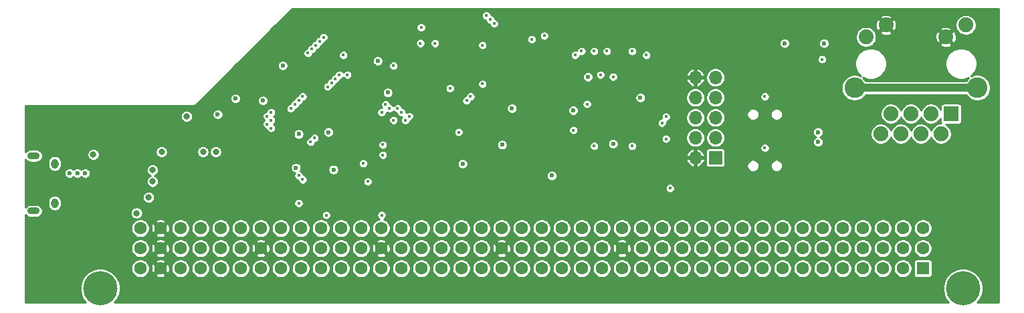
<source format=gbr>
%TF.GenerationSoftware,KiCad,Pcbnew,5.1.9+dfsg1-1~bpo10+1*%
%TF.CreationDate,2024-04-04T13:03:37+02:00*%
%TF.ProjectId,IIsiSEthernet,49497369-5345-4746-9865-726e65742e6b,rev?*%
%TF.SameCoordinates,Original*%
%TF.FileFunction,Copper,L2,Inr*%
%TF.FilePolarity,Positive*%
%FSLAX46Y46*%
G04 Gerber Fmt 4.6, Leading zero omitted, Abs format (unit mm)*
G04 Created by KiCad (PCBNEW 5.1.9+dfsg1-1~bpo10+1) date 2024-04-04 13:03:37*
%MOMM*%
%LPD*%
G01*
G04 APERTURE LIST*
%TA.AperFunction,ComponentPad*%
%ADD10O,1.550000X0.890000*%
%TD*%
%TA.AperFunction,ComponentPad*%
%ADD11O,0.950000X1.250000*%
%TD*%
%TA.AperFunction,ComponentPad*%
%ADD12O,1.700000X1.700000*%
%TD*%
%TA.AperFunction,ComponentPad*%
%ADD13R,1.700000X1.700000*%
%TD*%
%TA.AperFunction,ComponentPad*%
%ADD14C,2.600000*%
%TD*%
%TA.AperFunction,ComponentPad*%
%ADD15C,1.890000*%
%TD*%
%TA.AperFunction,ComponentPad*%
%ADD16C,1.900000*%
%TD*%
%TA.AperFunction,ComponentPad*%
%ADD17R,1.900000X1.900000*%
%TD*%
%TA.AperFunction,ComponentPad*%
%ADD18C,4.335000*%
%TD*%
%TA.AperFunction,ComponentPad*%
%ADD19C,1.605000*%
%TD*%
%TA.AperFunction,ComponentPad*%
%ADD20R,1.605000X1.605000*%
%TD*%
%TA.AperFunction,ViaPad*%
%ADD21C,0.600000*%
%TD*%
%TA.AperFunction,ViaPad*%
%ADD22C,0.450000*%
%TD*%
%TA.AperFunction,ViaPad*%
%ADD23C,0.800000*%
%TD*%
%TA.AperFunction,Conductor*%
%ADD24C,1.000000*%
%TD*%
%TA.AperFunction,Conductor*%
%ADD25C,0.254000*%
%TD*%
%TA.AperFunction,Conductor*%
%ADD26C,0.100000*%
%TD*%
G04 APERTURE END LIST*
D10*
%TO.N,Net-(J3-Pad6)*%
%TO.C,J3*%
X87425000Y-142739404D03*
X87425000Y-135739404D03*
D11*
X90125000Y-141739404D03*
X90125000Y-136739404D03*
%TD*%
D12*
%TO.N,GND*%
%TO.C,J7*%
X171210000Y-125840000D03*
%TO.N,JTAG_TDI*%
X173750000Y-125840000D03*
%TO.N,N/C*%
X171210000Y-128380000D03*
X173750000Y-128380000D03*
X171210000Y-130920000D03*
%TO.N,JTAG_TMS*%
X173750000Y-130920000D03*
%TO.N,JTAG_VDD*%
X171210000Y-133460000D03*
%TO.N,JTAG_TDO*%
X173750000Y-133460000D03*
%TO.N,GND*%
X171210000Y-136000000D03*
D13*
%TO.N,JTAG_TCK*%
X173750000Y-136000000D03*
%TD*%
D14*
%TO.N,Net-(J5-Pad13)*%
%TO.C,J5*%
X191355893Y-127145893D03*
X206905893Y-127145893D03*
D15*
%TO.N,Net-(J5-PadL4)*%
X205455893Y-119195893D03*
%TO.N,GND*%
X202915893Y-120715893D03*
X195345893Y-119195893D03*
%TO.N,Net-(J5-PadL1)*%
X192805893Y-120715893D03*
D16*
%TO.N,Earth*%
X194685893Y-132975893D03*
%TO.N,N/C*%
X195955893Y-130435893D03*
%TO.N,/eth_conn/RD-*%
X197225893Y-132975893D03*
%TO.N,/eth_conn/RCT*%
X198495893Y-130435893D03*
%TO.N,/eth_conn/ETH_3V3*%
X199765893Y-132975893D03*
%TO.N,/eth_conn/RD+*%
X201035893Y-130435893D03*
%TO.N,TPOUT-*%
X202305893Y-132975893D03*
D17*
%TO.N,TPOUT+*%
X203575893Y-130435893D03*
%TD*%
D18*
%TO.N,N/C*%
%TO.C,J1*%
X95860000Y-152540000D03*
X205080000Y-152540000D03*
D19*
X100940000Y-144920000D03*
%TO.N,GND*%
X103480000Y-144920000D03*
%TO.N,N/C*%
X106020000Y-144920000D03*
%TO.N,+5V*%
X108560000Y-144920000D03*
%TO.N,A0*%
X111100000Y-144920000D03*
%TO.N,A3*%
X113640000Y-144920000D03*
%TO.N,A6*%
X116180000Y-144920000D03*
%TO.N,A8*%
X118720000Y-144920000D03*
%TO.N,A11*%
X121260000Y-144920000D03*
%TO.N,A14*%
X123800000Y-144920000D03*
%TO.N,A16*%
X126340000Y-144920000D03*
%TO.N,N/C*%
X128880000Y-144920000D03*
X131420000Y-144920000D03*
%TO.N,A24*%
X133960000Y-144920000D03*
%TO.N,A27*%
X136500000Y-144920000D03*
%TO.N,A30*%
X139040000Y-144920000D03*
%TO.N,D31*%
X141580000Y-144920000D03*
%TO.N,D28*%
X144120000Y-144920000D03*
%TO.N,D25*%
X146660000Y-144920000D03*
%TO.N,D23*%
X149200000Y-144920000D03*
%TO.N,D20*%
X151740000Y-144920000D03*
%TO.N,D17*%
X154280000Y-144920000D03*
%TO.N,N/C*%
X156820000Y-144920000D03*
X159360000Y-144920000D03*
X161900000Y-144920000D03*
X164440000Y-144920000D03*
X166980000Y-144920000D03*
X169520000Y-144920000D03*
X172060000Y-144920000D03*
X174600000Y-144920000D03*
X177140000Y-144920000D03*
%TO.N,~AS*%
X179680000Y-144920000D03*
%TO.N,~RW*%
X182220000Y-144920000D03*
%TO.N,N/C*%
X184760000Y-144920000D03*
X187300000Y-144920000D03*
X189840000Y-144920000D03*
%TO.N,~IRQ1*%
X192380000Y-144920000D03*
%TO.N,N/C*%
X194920000Y-144920000D03*
X197460000Y-144920000D03*
X200000000Y-144920000D03*
X100940000Y-147460000D03*
%TO.N,GND*%
X103480000Y-147460000D03*
%TO.N,N/C*%
X106020000Y-147460000D03*
%TO.N,+5V*%
X108560000Y-147460000D03*
%TO.N,A1*%
X111100000Y-147460000D03*
%TO.N,A4*%
X113640000Y-147460000D03*
%TO.N,GND*%
X116180000Y-147460000D03*
%TO.N,A9*%
X118720000Y-147460000D03*
%TO.N,A12*%
X121260000Y-147460000D03*
%TO.N,+5V*%
X123800000Y-147460000D03*
%TO.N,N/C*%
X126340000Y-147460000D03*
X128880000Y-147460000D03*
%TO.N,GND*%
X131420000Y-147460000D03*
%TO.N,A25*%
X133960000Y-147460000D03*
%TO.N,A28*%
X136500000Y-147460000D03*
%TO.N,+5V*%
X139040000Y-147460000D03*
%TO.N,D30*%
X141580000Y-147460000D03*
%TO.N,D27*%
X144120000Y-147460000D03*
%TO.N,GND*%
X146660000Y-147460000D03*
%TO.N,D22*%
X149200000Y-147460000D03*
%TO.N,D19*%
X151740000Y-147460000D03*
%TO.N,+5V*%
X154280000Y-147460000D03*
%TO.N,N/C*%
X156820000Y-147460000D03*
X159360000Y-147460000D03*
%TO.N,GND*%
X161900000Y-147460000D03*
%TO.N,N/C*%
X164440000Y-147460000D03*
X166980000Y-147460000D03*
%TO.N,+5V*%
X169520000Y-147460000D03*
%TO.N,N/C*%
X172060000Y-147460000D03*
X174600000Y-147460000D03*
X177140000Y-147460000D03*
%TO.N,SIZ0*%
X179680000Y-147460000D03*
%TO.N,~DSACK0*%
X182220000Y-147460000D03*
%TO.N,N/C*%
X184760000Y-147460000D03*
%TO.N,~DS*%
X187300000Y-147460000D03*
%TO.N,N/C*%
X189840000Y-147460000D03*
%TO.N,~IRQ2*%
X192380000Y-147460000D03*
%TO.N,N/C*%
X194920000Y-147460000D03*
X197460000Y-147460000D03*
X200000000Y-147460000D03*
X100940000Y-150000000D03*
%TO.N,GND*%
X103480000Y-150000000D03*
%TO.N,N/C*%
X106020000Y-150000000D03*
%TO.N,+5V*%
X108560000Y-150000000D03*
%TO.N,A2*%
X111100000Y-150000000D03*
%TO.N,A5*%
X113640000Y-150000000D03*
%TO.N,A7*%
X116180000Y-150000000D03*
%TO.N,A10*%
X118720000Y-150000000D03*
%TO.N,A13*%
X121260000Y-150000000D03*
%TO.N,A15*%
X123800000Y-150000000D03*
%TO.N,N/C*%
X126340000Y-150000000D03*
X128880000Y-150000000D03*
X131420000Y-150000000D03*
%TO.N,A26*%
X133960000Y-150000000D03*
%TO.N,A29*%
X136500000Y-150000000D03*
%TO.N,A31*%
X139040000Y-150000000D03*
%TO.N,D29*%
X141580000Y-150000000D03*
%TO.N,D26*%
X144120000Y-150000000D03*
%TO.N,D24*%
X146660000Y-150000000D03*
%TO.N,D21*%
X149200000Y-150000000D03*
%TO.N,D18*%
X151740000Y-150000000D03*
%TO.N,D16*%
X154280000Y-150000000D03*
%TO.N,N/C*%
X156820000Y-150000000D03*
X159360000Y-150000000D03*
X161900000Y-150000000D03*
X164440000Y-150000000D03*
X166980000Y-150000000D03*
X169520000Y-150000000D03*
%TO.N,~RESET*%
X172060000Y-150000000D03*
%TO.N,N/C*%
X174600000Y-150000000D03*
X177140000Y-150000000D03*
%TO.N,SIZ1*%
X179680000Y-150000000D03*
%TO.N,~DSACK1*%
X182220000Y-150000000D03*
%TO.N,N/C*%
X184760000Y-150000000D03*
X187300000Y-150000000D03*
X189840000Y-150000000D03*
%TO.N,~IRQ3*%
X192380000Y-150000000D03*
%TO.N,N/C*%
X194920000Y-150000000D03*
X197460000Y-150000000D03*
D20*
X200000000Y-150000000D03*
%TD*%
D21*
%TO.N,GND*%
X116000000Y-130000000D03*
D22*
X134000000Y-138250000D03*
D21*
X163500000Y-140500000D03*
X162000000Y-132500000D03*
X154000000Y-124750000D03*
D22*
X138500000Y-126750000D03*
D21*
X122000000Y-131000000D03*
X113050000Y-133750000D03*
D23*
X95500000Y-137550000D03*
X100494000Y-130750000D03*
D21*
X121150000Y-134250000D03*
X119000000Y-136510000D03*
X123650000Y-137000000D03*
X133800000Y-136650000D03*
X126650000Y-134250000D03*
X118737500Y-125500000D03*
X127250000Y-139230000D03*
X134250000Y-126750000D03*
D22*
X137300000Y-139950000D03*
D21*
X142710000Y-136750000D03*
D23*
X95000000Y-132625000D03*
X96000000Y-141000000D03*
D21*
X115520000Y-128750000D03*
X123000000Y-118525000D03*
X128500000Y-127750000D03*
D22*
X161600000Y-122500000D03*
D21*
X158750000Y-121270000D03*
X151270000Y-131000000D03*
X148500000Y-122000000D03*
X113110000Y-126000000D03*
X111190000Y-127500000D03*
X134250000Y-120550000D03*
X135000000Y-123000000D03*
X139250000Y-122000000D03*
X142250000Y-121750000D03*
X121650000Y-125750000D03*
X116000000Y-123000000D03*
X148000000Y-125000000D03*
X154950000Y-138250000D03*
D22*
X126650000Y-137000000D03*
D21*
X168750000Y-129360000D03*
X186750000Y-135250000D03*
X186750000Y-131500000D03*
X162000000Y-138730000D03*
X157500000Y-134000000D03*
X167000000Y-135500000D03*
X168000000Y-132400000D03*
X115550000Y-138750000D03*
X124150000Y-134250000D03*
X140750000Y-136750000D03*
X186250000Y-124937500D03*
X185270000Y-124500000D03*
X185500000Y-119500000D03*
X91975000Y-140539404D03*
X92975000Y-140539404D03*
X93975000Y-140539404D03*
%TO.N,+5V*%
X186750000Y-132750000D03*
X141750000Y-136750000D03*
D23*
X102500000Y-137550000D03*
X102000000Y-141000000D03*
D21*
X160800000Y-134250000D03*
X164250000Y-128400000D03*
X157600000Y-125750000D03*
X155750000Y-130000000D03*
X148000000Y-129750000D03*
X153050000Y-138250000D03*
D23*
X100494000Y-143000000D03*
X102500000Y-139000000D03*
D21*
X91975000Y-137939404D03*
X92975000Y-137939404D03*
X93975000Y-137939404D03*
X186750000Y-134000000D03*
D22*
%TO.N,A3*%
X145750000Y-119000000D03*
X123150000Y-121750000D03*
%TO.N,A6*%
X117500000Y-130250000D03*
%TO.N,A8*%
X117500000Y-131250000D03*
%TO.N,A11*%
X121000000Y-141750000D03*
X121000000Y-138250000D03*
%TO.N,A14*%
X122500000Y-134000000D03*
%TO.N,D31*%
X120000000Y-129750000D03*
%TO.N,D28*%
X121500000Y-128250000D03*
%TO.N,D25*%
X125650000Y-126000000D03*
%TO.N,D23*%
X132000000Y-129250000D03*
%TO.N,D20*%
X133500000Y-129750000D03*
%TO.N,D17*%
X135000000Y-130750000D03*
%TO.N,A1*%
X124150000Y-120750000D03*
X144750000Y-118000000D03*
%TO.N,A4*%
X122650000Y-122250000D03*
X142750000Y-128250000D03*
%TO.N,A9*%
X117000000Y-131750000D03*
%TO.N,A12*%
X121500000Y-138750000D03*
X124500000Y-143250000D03*
X131500000Y-143250000D03*
%TO.N,D30*%
X120500000Y-129250000D03*
%TO.N,D27*%
X124650000Y-127000000D03*
%TO.N,D22*%
X132500000Y-129750000D03*
%TO.N,D19*%
X134000000Y-130250000D03*
%TO.N,A2*%
X123650000Y-121250000D03*
X145250000Y-118500000D03*
%TO.N,A5*%
X122150000Y-122750000D03*
X142250000Y-128750000D03*
%TO.N,A7*%
X117000000Y-130750000D03*
%TO.N,A10*%
X117500000Y-132250000D03*
X133000000Y-124350000D03*
%TO.N,A13*%
X123000000Y-133500000D03*
%TO.N,D29*%
X121000000Y-128750000D03*
%TO.N,D26*%
X125150000Y-126500000D03*
%TO.N,D24*%
X126150000Y-125500000D03*
%TO.N,D21*%
X131500000Y-130250000D03*
%TO.N,D18*%
X133000000Y-131250000D03*
%TO.N,D16*%
X134500000Y-131250000D03*
D21*
%TO.N,+3V3*%
X118980000Y-124337500D03*
D23*
X106794000Y-130750000D03*
X108894000Y-135250000D03*
D21*
X120650000Y-137250000D03*
D22*
X126650000Y-123000000D03*
X129170000Y-136710000D03*
D23*
X95000000Y-135575000D03*
D21*
X124750000Y-132750000D03*
X125400000Y-137500000D03*
X116480000Y-128750000D03*
X132270000Y-127750000D03*
X131000000Y-123750000D03*
X110750000Y-130490000D03*
D23*
X110500000Y-135250000D03*
X103644000Y-135250000D03*
D21*
X121000000Y-133000000D03*
D22*
X129750000Y-139010000D03*
D21*
X113000000Y-128500000D03*
X182500000Y-121500000D03*
D22*
%TO.N,ETH_~INT*%
X156000000Y-123000000D03*
X150500000Y-121000000D03*
%TO.N,/eth_conn/RCT*%
X131650000Y-135650000D03*
X131650000Y-134350000D03*
D21*
X146750000Y-134350000D03*
D22*
X187250000Y-123530000D03*
D21*
%TO.N,/eth_conn/ETH_3V3*%
X187500000Y-121500000D03*
D22*
%TO.N,A0*%
X144250000Y-121750000D03*
X144250000Y-126650000D03*
%TO.N,JTAG_TDO*%
X163200000Y-134500000D03*
%TO.N,JTAG_TCK*%
X158400000Y-134500000D03*
%TO.N,JTAG_TMS*%
X159200000Y-125500000D03*
X165000000Y-123000000D03*
%TO.N,~ROM_OE*%
X163200000Y-122500000D03*
X138250000Y-121500000D03*
%TO.N,ETH_CS*%
X158400000Y-122500000D03*
X136400000Y-121500000D03*
%TO.N,ETH_CLKOUT*%
X140150000Y-127200000D03*
X157500000Y-129200000D03*
%TO.N,~RESET*%
X168000000Y-139850000D03*
%TO.N,JTAG_VDD*%
X167500000Y-130800000D03*
%TO.N,ETH_B1SEL*%
X156800000Y-122500000D03*
X152100000Y-120550000D03*
%TO.N,ETH_B0SEL*%
X160000000Y-122500000D03*
X136500000Y-119500000D03*
%TO.N,~ROM_WE*%
X141250000Y-132750000D03*
X160800000Y-125750000D03*
%TO.N,~SLOTID_0*%
X167500000Y-133600000D03*
X180000000Y-134750000D03*
%TO.N,~SLOTID_1*%
X180000000Y-128250000D03*
X167000000Y-131600000D03*
%TO.N,~RW*%
X127150000Y-125500000D03*
X155760000Y-132500000D03*
%TD*%
D24*
%TO.N,Net-(J5-Pad13)*%
X191355893Y-127145893D02*
X206905893Y-127145893D01*
%TD*%
D25*
%TO.N,GND*%
X209594000Y-154294000D02*
X206930123Y-154294000D01*
X207059549Y-154164574D01*
X207338451Y-153747167D01*
X207530562Y-153283370D01*
X207628500Y-152791005D01*
X207628500Y-152288995D01*
X207530562Y-151796630D01*
X207338451Y-151332833D01*
X207059549Y-150915426D01*
X206704574Y-150560451D01*
X206287167Y-150281549D01*
X205823370Y-150089438D01*
X205331005Y-149991500D01*
X204828995Y-149991500D01*
X204336630Y-150089438D01*
X203872833Y-150281549D01*
X203455426Y-150560451D01*
X203100451Y-150915426D01*
X202821549Y-151332833D01*
X202629438Y-151796630D01*
X202531500Y-152288995D01*
X202531500Y-152791005D01*
X202629438Y-153283370D01*
X202821549Y-153747167D01*
X203100451Y-154164574D01*
X203229877Y-154294000D01*
X97710123Y-154294000D01*
X97839549Y-154164574D01*
X98118451Y-153747167D01*
X98310562Y-153283370D01*
X98408500Y-152791005D01*
X98408500Y-152288995D01*
X98310562Y-151796630D01*
X98118451Y-151332833D01*
X97839549Y-150915426D01*
X97484574Y-150560451D01*
X97067167Y-150281549D01*
X96603370Y-150089438D01*
X96111005Y-149991500D01*
X95608995Y-149991500D01*
X95116630Y-150089438D01*
X94652833Y-150281549D01*
X94235426Y-150560451D01*
X93880451Y-150915426D01*
X93601549Y-151332833D01*
X93409438Y-151796630D01*
X93311500Y-152288995D01*
X93311500Y-152791005D01*
X93409438Y-153283370D01*
X93601549Y-153747167D01*
X93880451Y-154164574D01*
X94009877Y-154294000D01*
X86406000Y-154294000D01*
X86406000Y-149883435D01*
X99756500Y-149883435D01*
X99756500Y-150116565D01*
X99801982Y-150345214D01*
X99891196Y-150560597D01*
X100020716Y-150754437D01*
X100185563Y-150919284D01*
X100379403Y-151048804D01*
X100594786Y-151138018D01*
X100823435Y-151183500D01*
X101056565Y-151183500D01*
X101285214Y-151138018D01*
X101500597Y-151048804D01*
X101694437Y-150919284D01*
X101755591Y-150858130D01*
X102801475Y-150858130D01*
X102887733Y-151031250D01*
X103100300Y-151126980D01*
X103327459Y-151179402D01*
X103560479Y-151186499D01*
X103790408Y-151148000D01*
X104008407Y-151065384D01*
X104072267Y-151031250D01*
X104158525Y-150858130D01*
X103480000Y-150179605D01*
X102801475Y-150858130D01*
X101755591Y-150858130D01*
X101859284Y-150754437D01*
X101988804Y-150560597D01*
X102078018Y-150345214D01*
X102123500Y-150116565D01*
X102123500Y-150080479D01*
X102293501Y-150080479D01*
X102332000Y-150310408D01*
X102414616Y-150528407D01*
X102448750Y-150592267D01*
X102621870Y-150678525D01*
X103300395Y-150000000D01*
X103659605Y-150000000D01*
X104338130Y-150678525D01*
X104511250Y-150592267D01*
X104606980Y-150379700D01*
X104659402Y-150152541D01*
X104666499Y-149919521D01*
X104660457Y-149883435D01*
X104836500Y-149883435D01*
X104836500Y-150116565D01*
X104881982Y-150345214D01*
X104971196Y-150560597D01*
X105100716Y-150754437D01*
X105265563Y-150919284D01*
X105459403Y-151048804D01*
X105674786Y-151138018D01*
X105903435Y-151183500D01*
X106136565Y-151183500D01*
X106365214Y-151138018D01*
X106580597Y-151048804D01*
X106774437Y-150919284D01*
X106939284Y-150754437D01*
X107068804Y-150560597D01*
X107158018Y-150345214D01*
X107203500Y-150116565D01*
X107203500Y-149883435D01*
X107376500Y-149883435D01*
X107376500Y-150116565D01*
X107421982Y-150345214D01*
X107511196Y-150560597D01*
X107640716Y-150754437D01*
X107805563Y-150919284D01*
X107999403Y-151048804D01*
X108214786Y-151138018D01*
X108443435Y-151183500D01*
X108676565Y-151183500D01*
X108905214Y-151138018D01*
X109120597Y-151048804D01*
X109314437Y-150919284D01*
X109479284Y-150754437D01*
X109608804Y-150560597D01*
X109698018Y-150345214D01*
X109743500Y-150116565D01*
X109743500Y-149883435D01*
X109916500Y-149883435D01*
X109916500Y-150116565D01*
X109961982Y-150345214D01*
X110051196Y-150560597D01*
X110180716Y-150754437D01*
X110345563Y-150919284D01*
X110539403Y-151048804D01*
X110754786Y-151138018D01*
X110983435Y-151183500D01*
X111216565Y-151183500D01*
X111445214Y-151138018D01*
X111660597Y-151048804D01*
X111854437Y-150919284D01*
X112019284Y-150754437D01*
X112148804Y-150560597D01*
X112238018Y-150345214D01*
X112283500Y-150116565D01*
X112283500Y-149883435D01*
X112456500Y-149883435D01*
X112456500Y-150116565D01*
X112501982Y-150345214D01*
X112591196Y-150560597D01*
X112720716Y-150754437D01*
X112885563Y-150919284D01*
X113079403Y-151048804D01*
X113294786Y-151138018D01*
X113523435Y-151183500D01*
X113756565Y-151183500D01*
X113985214Y-151138018D01*
X114200597Y-151048804D01*
X114394437Y-150919284D01*
X114559284Y-150754437D01*
X114688804Y-150560597D01*
X114778018Y-150345214D01*
X114823500Y-150116565D01*
X114823500Y-149883435D01*
X114996500Y-149883435D01*
X114996500Y-150116565D01*
X115041982Y-150345214D01*
X115131196Y-150560597D01*
X115260716Y-150754437D01*
X115425563Y-150919284D01*
X115619403Y-151048804D01*
X115834786Y-151138018D01*
X116063435Y-151183500D01*
X116296565Y-151183500D01*
X116525214Y-151138018D01*
X116740597Y-151048804D01*
X116934437Y-150919284D01*
X117099284Y-150754437D01*
X117228804Y-150560597D01*
X117318018Y-150345214D01*
X117363500Y-150116565D01*
X117363500Y-149883435D01*
X117536500Y-149883435D01*
X117536500Y-150116565D01*
X117581982Y-150345214D01*
X117671196Y-150560597D01*
X117800716Y-150754437D01*
X117965563Y-150919284D01*
X118159403Y-151048804D01*
X118374786Y-151138018D01*
X118603435Y-151183500D01*
X118836565Y-151183500D01*
X119065214Y-151138018D01*
X119280597Y-151048804D01*
X119474437Y-150919284D01*
X119639284Y-150754437D01*
X119768804Y-150560597D01*
X119858018Y-150345214D01*
X119903500Y-150116565D01*
X119903500Y-149883435D01*
X120076500Y-149883435D01*
X120076500Y-150116565D01*
X120121982Y-150345214D01*
X120211196Y-150560597D01*
X120340716Y-150754437D01*
X120505563Y-150919284D01*
X120699403Y-151048804D01*
X120914786Y-151138018D01*
X121143435Y-151183500D01*
X121376565Y-151183500D01*
X121605214Y-151138018D01*
X121820597Y-151048804D01*
X122014437Y-150919284D01*
X122179284Y-150754437D01*
X122308804Y-150560597D01*
X122398018Y-150345214D01*
X122443500Y-150116565D01*
X122443500Y-149883435D01*
X122616500Y-149883435D01*
X122616500Y-150116565D01*
X122661982Y-150345214D01*
X122751196Y-150560597D01*
X122880716Y-150754437D01*
X123045563Y-150919284D01*
X123239403Y-151048804D01*
X123454786Y-151138018D01*
X123683435Y-151183500D01*
X123916565Y-151183500D01*
X124145214Y-151138018D01*
X124360597Y-151048804D01*
X124554437Y-150919284D01*
X124719284Y-150754437D01*
X124848804Y-150560597D01*
X124938018Y-150345214D01*
X124983500Y-150116565D01*
X124983500Y-149883435D01*
X125156500Y-149883435D01*
X125156500Y-150116565D01*
X125201982Y-150345214D01*
X125291196Y-150560597D01*
X125420716Y-150754437D01*
X125585563Y-150919284D01*
X125779403Y-151048804D01*
X125994786Y-151138018D01*
X126223435Y-151183500D01*
X126456565Y-151183500D01*
X126685214Y-151138018D01*
X126900597Y-151048804D01*
X127094437Y-150919284D01*
X127259284Y-150754437D01*
X127388804Y-150560597D01*
X127478018Y-150345214D01*
X127523500Y-150116565D01*
X127523500Y-149883435D01*
X127696500Y-149883435D01*
X127696500Y-150116565D01*
X127741982Y-150345214D01*
X127831196Y-150560597D01*
X127960716Y-150754437D01*
X128125563Y-150919284D01*
X128319403Y-151048804D01*
X128534786Y-151138018D01*
X128763435Y-151183500D01*
X128996565Y-151183500D01*
X129225214Y-151138018D01*
X129440597Y-151048804D01*
X129634437Y-150919284D01*
X129799284Y-150754437D01*
X129928804Y-150560597D01*
X130018018Y-150345214D01*
X130063500Y-150116565D01*
X130063500Y-149883435D01*
X130236500Y-149883435D01*
X130236500Y-150116565D01*
X130281982Y-150345214D01*
X130371196Y-150560597D01*
X130500716Y-150754437D01*
X130665563Y-150919284D01*
X130859403Y-151048804D01*
X131074786Y-151138018D01*
X131303435Y-151183500D01*
X131536565Y-151183500D01*
X131765214Y-151138018D01*
X131980597Y-151048804D01*
X132174437Y-150919284D01*
X132339284Y-150754437D01*
X132468804Y-150560597D01*
X132558018Y-150345214D01*
X132603500Y-150116565D01*
X132603500Y-149883435D01*
X132776500Y-149883435D01*
X132776500Y-150116565D01*
X132821982Y-150345214D01*
X132911196Y-150560597D01*
X133040716Y-150754437D01*
X133205563Y-150919284D01*
X133399403Y-151048804D01*
X133614786Y-151138018D01*
X133843435Y-151183500D01*
X134076565Y-151183500D01*
X134305214Y-151138018D01*
X134520597Y-151048804D01*
X134714437Y-150919284D01*
X134879284Y-150754437D01*
X135008804Y-150560597D01*
X135098018Y-150345214D01*
X135143500Y-150116565D01*
X135143500Y-149883435D01*
X135316500Y-149883435D01*
X135316500Y-150116565D01*
X135361982Y-150345214D01*
X135451196Y-150560597D01*
X135580716Y-150754437D01*
X135745563Y-150919284D01*
X135939403Y-151048804D01*
X136154786Y-151138018D01*
X136383435Y-151183500D01*
X136616565Y-151183500D01*
X136845214Y-151138018D01*
X137060597Y-151048804D01*
X137254437Y-150919284D01*
X137419284Y-150754437D01*
X137548804Y-150560597D01*
X137638018Y-150345214D01*
X137683500Y-150116565D01*
X137683500Y-149883435D01*
X137856500Y-149883435D01*
X137856500Y-150116565D01*
X137901982Y-150345214D01*
X137991196Y-150560597D01*
X138120716Y-150754437D01*
X138285563Y-150919284D01*
X138479403Y-151048804D01*
X138694786Y-151138018D01*
X138923435Y-151183500D01*
X139156565Y-151183500D01*
X139385214Y-151138018D01*
X139600597Y-151048804D01*
X139794437Y-150919284D01*
X139959284Y-150754437D01*
X140088804Y-150560597D01*
X140178018Y-150345214D01*
X140223500Y-150116565D01*
X140223500Y-149883435D01*
X140396500Y-149883435D01*
X140396500Y-150116565D01*
X140441982Y-150345214D01*
X140531196Y-150560597D01*
X140660716Y-150754437D01*
X140825563Y-150919284D01*
X141019403Y-151048804D01*
X141234786Y-151138018D01*
X141463435Y-151183500D01*
X141696565Y-151183500D01*
X141925214Y-151138018D01*
X142140597Y-151048804D01*
X142334437Y-150919284D01*
X142499284Y-150754437D01*
X142628804Y-150560597D01*
X142718018Y-150345214D01*
X142763500Y-150116565D01*
X142763500Y-149883435D01*
X142936500Y-149883435D01*
X142936500Y-150116565D01*
X142981982Y-150345214D01*
X143071196Y-150560597D01*
X143200716Y-150754437D01*
X143365563Y-150919284D01*
X143559403Y-151048804D01*
X143774786Y-151138018D01*
X144003435Y-151183500D01*
X144236565Y-151183500D01*
X144465214Y-151138018D01*
X144680597Y-151048804D01*
X144874437Y-150919284D01*
X145039284Y-150754437D01*
X145168804Y-150560597D01*
X145258018Y-150345214D01*
X145303500Y-150116565D01*
X145303500Y-149883435D01*
X145476500Y-149883435D01*
X145476500Y-150116565D01*
X145521982Y-150345214D01*
X145611196Y-150560597D01*
X145740716Y-150754437D01*
X145905563Y-150919284D01*
X146099403Y-151048804D01*
X146314786Y-151138018D01*
X146543435Y-151183500D01*
X146776565Y-151183500D01*
X147005214Y-151138018D01*
X147220597Y-151048804D01*
X147414437Y-150919284D01*
X147579284Y-150754437D01*
X147708804Y-150560597D01*
X147798018Y-150345214D01*
X147843500Y-150116565D01*
X147843500Y-149883435D01*
X148016500Y-149883435D01*
X148016500Y-150116565D01*
X148061982Y-150345214D01*
X148151196Y-150560597D01*
X148280716Y-150754437D01*
X148445563Y-150919284D01*
X148639403Y-151048804D01*
X148854786Y-151138018D01*
X149083435Y-151183500D01*
X149316565Y-151183500D01*
X149545214Y-151138018D01*
X149760597Y-151048804D01*
X149954437Y-150919284D01*
X150119284Y-150754437D01*
X150248804Y-150560597D01*
X150338018Y-150345214D01*
X150383500Y-150116565D01*
X150383500Y-149883435D01*
X150556500Y-149883435D01*
X150556500Y-150116565D01*
X150601982Y-150345214D01*
X150691196Y-150560597D01*
X150820716Y-150754437D01*
X150985563Y-150919284D01*
X151179403Y-151048804D01*
X151394786Y-151138018D01*
X151623435Y-151183500D01*
X151856565Y-151183500D01*
X152085214Y-151138018D01*
X152300597Y-151048804D01*
X152494437Y-150919284D01*
X152659284Y-150754437D01*
X152788804Y-150560597D01*
X152878018Y-150345214D01*
X152923500Y-150116565D01*
X152923500Y-149883435D01*
X153096500Y-149883435D01*
X153096500Y-150116565D01*
X153141982Y-150345214D01*
X153231196Y-150560597D01*
X153360716Y-150754437D01*
X153525563Y-150919284D01*
X153719403Y-151048804D01*
X153934786Y-151138018D01*
X154163435Y-151183500D01*
X154396565Y-151183500D01*
X154625214Y-151138018D01*
X154840597Y-151048804D01*
X155034437Y-150919284D01*
X155199284Y-150754437D01*
X155328804Y-150560597D01*
X155418018Y-150345214D01*
X155463500Y-150116565D01*
X155463500Y-149883435D01*
X155636500Y-149883435D01*
X155636500Y-150116565D01*
X155681982Y-150345214D01*
X155771196Y-150560597D01*
X155900716Y-150754437D01*
X156065563Y-150919284D01*
X156259403Y-151048804D01*
X156474786Y-151138018D01*
X156703435Y-151183500D01*
X156936565Y-151183500D01*
X157165214Y-151138018D01*
X157380597Y-151048804D01*
X157574437Y-150919284D01*
X157739284Y-150754437D01*
X157868804Y-150560597D01*
X157958018Y-150345214D01*
X158003500Y-150116565D01*
X158003500Y-149883435D01*
X158176500Y-149883435D01*
X158176500Y-150116565D01*
X158221982Y-150345214D01*
X158311196Y-150560597D01*
X158440716Y-150754437D01*
X158605563Y-150919284D01*
X158799403Y-151048804D01*
X159014786Y-151138018D01*
X159243435Y-151183500D01*
X159476565Y-151183500D01*
X159705214Y-151138018D01*
X159920597Y-151048804D01*
X160114437Y-150919284D01*
X160279284Y-150754437D01*
X160408804Y-150560597D01*
X160498018Y-150345214D01*
X160543500Y-150116565D01*
X160543500Y-149883435D01*
X160716500Y-149883435D01*
X160716500Y-150116565D01*
X160761982Y-150345214D01*
X160851196Y-150560597D01*
X160980716Y-150754437D01*
X161145563Y-150919284D01*
X161339403Y-151048804D01*
X161554786Y-151138018D01*
X161783435Y-151183500D01*
X162016565Y-151183500D01*
X162245214Y-151138018D01*
X162460597Y-151048804D01*
X162654437Y-150919284D01*
X162819284Y-150754437D01*
X162948804Y-150560597D01*
X163038018Y-150345214D01*
X163083500Y-150116565D01*
X163083500Y-149883435D01*
X163256500Y-149883435D01*
X163256500Y-150116565D01*
X163301982Y-150345214D01*
X163391196Y-150560597D01*
X163520716Y-150754437D01*
X163685563Y-150919284D01*
X163879403Y-151048804D01*
X164094786Y-151138018D01*
X164323435Y-151183500D01*
X164556565Y-151183500D01*
X164785214Y-151138018D01*
X165000597Y-151048804D01*
X165194437Y-150919284D01*
X165359284Y-150754437D01*
X165488804Y-150560597D01*
X165578018Y-150345214D01*
X165623500Y-150116565D01*
X165623500Y-149883435D01*
X165796500Y-149883435D01*
X165796500Y-150116565D01*
X165841982Y-150345214D01*
X165931196Y-150560597D01*
X166060716Y-150754437D01*
X166225563Y-150919284D01*
X166419403Y-151048804D01*
X166634786Y-151138018D01*
X166863435Y-151183500D01*
X167096565Y-151183500D01*
X167325214Y-151138018D01*
X167540597Y-151048804D01*
X167734437Y-150919284D01*
X167899284Y-150754437D01*
X168028804Y-150560597D01*
X168118018Y-150345214D01*
X168163500Y-150116565D01*
X168163500Y-149883435D01*
X168336500Y-149883435D01*
X168336500Y-150116565D01*
X168381982Y-150345214D01*
X168471196Y-150560597D01*
X168600716Y-150754437D01*
X168765563Y-150919284D01*
X168959403Y-151048804D01*
X169174786Y-151138018D01*
X169403435Y-151183500D01*
X169636565Y-151183500D01*
X169865214Y-151138018D01*
X170080597Y-151048804D01*
X170274437Y-150919284D01*
X170439284Y-150754437D01*
X170568804Y-150560597D01*
X170658018Y-150345214D01*
X170703500Y-150116565D01*
X170703500Y-149883435D01*
X170876500Y-149883435D01*
X170876500Y-150116565D01*
X170921982Y-150345214D01*
X171011196Y-150560597D01*
X171140716Y-150754437D01*
X171305563Y-150919284D01*
X171499403Y-151048804D01*
X171714786Y-151138018D01*
X171943435Y-151183500D01*
X172176565Y-151183500D01*
X172405214Y-151138018D01*
X172620597Y-151048804D01*
X172814437Y-150919284D01*
X172979284Y-150754437D01*
X173108804Y-150560597D01*
X173198018Y-150345214D01*
X173243500Y-150116565D01*
X173243500Y-149883435D01*
X173416500Y-149883435D01*
X173416500Y-150116565D01*
X173461982Y-150345214D01*
X173551196Y-150560597D01*
X173680716Y-150754437D01*
X173845563Y-150919284D01*
X174039403Y-151048804D01*
X174254786Y-151138018D01*
X174483435Y-151183500D01*
X174716565Y-151183500D01*
X174945214Y-151138018D01*
X175160597Y-151048804D01*
X175354437Y-150919284D01*
X175519284Y-150754437D01*
X175648804Y-150560597D01*
X175738018Y-150345214D01*
X175783500Y-150116565D01*
X175783500Y-149883435D01*
X175956500Y-149883435D01*
X175956500Y-150116565D01*
X176001982Y-150345214D01*
X176091196Y-150560597D01*
X176220716Y-150754437D01*
X176385563Y-150919284D01*
X176579403Y-151048804D01*
X176794786Y-151138018D01*
X177023435Y-151183500D01*
X177256565Y-151183500D01*
X177485214Y-151138018D01*
X177700597Y-151048804D01*
X177894437Y-150919284D01*
X178059284Y-150754437D01*
X178188804Y-150560597D01*
X178278018Y-150345214D01*
X178323500Y-150116565D01*
X178323500Y-149883435D01*
X178496500Y-149883435D01*
X178496500Y-150116565D01*
X178541982Y-150345214D01*
X178631196Y-150560597D01*
X178760716Y-150754437D01*
X178925563Y-150919284D01*
X179119403Y-151048804D01*
X179334786Y-151138018D01*
X179563435Y-151183500D01*
X179796565Y-151183500D01*
X180025214Y-151138018D01*
X180240597Y-151048804D01*
X180434437Y-150919284D01*
X180599284Y-150754437D01*
X180728804Y-150560597D01*
X180818018Y-150345214D01*
X180863500Y-150116565D01*
X180863500Y-149883435D01*
X181036500Y-149883435D01*
X181036500Y-150116565D01*
X181081982Y-150345214D01*
X181171196Y-150560597D01*
X181300716Y-150754437D01*
X181465563Y-150919284D01*
X181659403Y-151048804D01*
X181874786Y-151138018D01*
X182103435Y-151183500D01*
X182336565Y-151183500D01*
X182565214Y-151138018D01*
X182780597Y-151048804D01*
X182974437Y-150919284D01*
X183139284Y-150754437D01*
X183268804Y-150560597D01*
X183358018Y-150345214D01*
X183403500Y-150116565D01*
X183403500Y-149883435D01*
X183576500Y-149883435D01*
X183576500Y-150116565D01*
X183621982Y-150345214D01*
X183711196Y-150560597D01*
X183840716Y-150754437D01*
X184005563Y-150919284D01*
X184199403Y-151048804D01*
X184414786Y-151138018D01*
X184643435Y-151183500D01*
X184876565Y-151183500D01*
X185105214Y-151138018D01*
X185320597Y-151048804D01*
X185514437Y-150919284D01*
X185679284Y-150754437D01*
X185808804Y-150560597D01*
X185898018Y-150345214D01*
X185943500Y-150116565D01*
X185943500Y-149883435D01*
X186116500Y-149883435D01*
X186116500Y-150116565D01*
X186161982Y-150345214D01*
X186251196Y-150560597D01*
X186380716Y-150754437D01*
X186545563Y-150919284D01*
X186739403Y-151048804D01*
X186954786Y-151138018D01*
X187183435Y-151183500D01*
X187416565Y-151183500D01*
X187645214Y-151138018D01*
X187860597Y-151048804D01*
X188054437Y-150919284D01*
X188219284Y-150754437D01*
X188348804Y-150560597D01*
X188438018Y-150345214D01*
X188483500Y-150116565D01*
X188483500Y-149883435D01*
X188656500Y-149883435D01*
X188656500Y-150116565D01*
X188701982Y-150345214D01*
X188791196Y-150560597D01*
X188920716Y-150754437D01*
X189085563Y-150919284D01*
X189279403Y-151048804D01*
X189494786Y-151138018D01*
X189723435Y-151183500D01*
X189956565Y-151183500D01*
X190185214Y-151138018D01*
X190400597Y-151048804D01*
X190594437Y-150919284D01*
X190759284Y-150754437D01*
X190888804Y-150560597D01*
X190978018Y-150345214D01*
X191023500Y-150116565D01*
X191023500Y-149883435D01*
X191196500Y-149883435D01*
X191196500Y-150116565D01*
X191241982Y-150345214D01*
X191331196Y-150560597D01*
X191460716Y-150754437D01*
X191625563Y-150919284D01*
X191819403Y-151048804D01*
X192034786Y-151138018D01*
X192263435Y-151183500D01*
X192496565Y-151183500D01*
X192725214Y-151138018D01*
X192940597Y-151048804D01*
X193134437Y-150919284D01*
X193299284Y-150754437D01*
X193428804Y-150560597D01*
X193518018Y-150345214D01*
X193563500Y-150116565D01*
X193563500Y-149883435D01*
X193736500Y-149883435D01*
X193736500Y-150116565D01*
X193781982Y-150345214D01*
X193871196Y-150560597D01*
X194000716Y-150754437D01*
X194165563Y-150919284D01*
X194359403Y-151048804D01*
X194574786Y-151138018D01*
X194803435Y-151183500D01*
X195036565Y-151183500D01*
X195265214Y-151138018D01*
X195480597Y-151048804D01*
X195674437Y-150919284D01*
X195839284Y-150754437D01*
X195968804Y-150560597D01*
X196058018Y-150345214D01*
X196103500Y-150116565D01*
X196103500Y-149883435D01*
X196276500Y-149883435D01*
X196276500Y-150116565D01*
X196321982Y-150345214D01*
X196411196Y-150560597D01*
X196540716Y-150754437D01*
X196705563Y-150919284D01*
X196899403Y-151048804D01*
X197114786Y-151138018D01*
X197343435Y-151183500D01*
X197576565Y-151183500D01*
X197805214Y-151138018D01*
X198020597Y-151048804D01*
X198214437Y-150919284D01*
X198379284Y-150754437D01*
X198508804Y-150560597D01*
X198598018Y-150345214D01*
X198643500Y-150116565D01*
X198643500Y-149883435D01*
X198598018Y-149654786D01*
X198508804Y-149439403D01*
X198379284Y-149245563D01*
X198331221Y-149197500D01*
X198814657Y-149197500D01*
X198814657Y-150802500D01*
X198822013Y-150877189D01*
X198843799Y-150949008D01*
X198879178Y-151015196D01*
X198926789Y-151073211D01*
X198984804Y-151120822D01*
X199050992Y-151156201D01*
X199122811Y-151177987D01*
X199197500Y-151185343D01*
X200802500Y-151185343D01*
X200877189Y-151177987D01*
X200949008Y-151156201D01*
X201015196Y-151120822D01*
X201073211Y-151073211D01*
X201120822Y-151015196D01*
X201156201Y-150949008D01*
X201177987Y-150877189D01*
X201185343Y-150802500D01*
X201185343Y-149197500D01*
X201177987Y-149122811D01*
X201156201Y-149050992D01*
X201120822Y-148984804D01*
X201073211Y-148926789D01*
X201015196Y-148879178D01*
X200949008Y-148843799D01*
X200877189Y-148822013D01*
X200802500Y-148814657D01*
X199197500Y-148814657D01*
X199122811Y-148822013D01*
X199050992Y-148843799D01*
X198984804Y-148879178D01*
X198926789Y-148926789D01*
X198879178Y-148984804D01*
X198843799Y-149050992D01*
X198822013Y-149122811D01*
X198814657Y-149197500D01*
X198331221Y-149197500D01*
X198214437Y-149080716D01*
X198020597Y-148951196D01*
X197805214Y-148861982D01*
X197576565Y-148816500D01*
X197343435Y-148816500D01*
X197114786Y-148861982D01*
X196899403Y-148951196D01*
X196705563Y-149080716D01*
X196540716Y-149245563D01*
X196411196Y-149439403D01*
X196321982Y-149654786D01*
X196276500Y-149883435D01*
X196103500Y-149883435D01*
X196058018Y-149654786D01*
X195968804Y-149439403D01*
X195839284Y-149245563D01*
X195674437Y-149080716D01*
X195480597Y-148951196D01*
X195265214Y-148861982D01*
X195036565Y-148816500D01*
X194803435Y-148816500D01*
X194574786Y-148861982D01*
X194359403Y-148951196D01*
X194165563Y-149080716D01*
X194000716Y-149245563D01*
X193871196Y-149439403D01*
X193781982Y-149654786D01*
X193736500Y-149883435D01*
X193563500Y-149883435D01*
X193518018Y-149654786D01*
X193428804Y-149439403D01*
X193299284Y-149245563D01*
X193134437Y-149080716D01*
X192940597Y-148951196D01*
X192725214Y-148861982D01*
X192496565Y-148816500D01*
X192263435Y-148816500D01*
X192034786Y-148861982D01*
X191819403Y-148951196D01*
X191625563Y-149080716D01*
X191460716Y-149245563D01*
X191331196Y-149439403D01*
X191241982Y-149654786D01*
X191196500Y-149883435D01*
X191023500Y-149883435D01*
X190978018Y-149654786D01*
X190888804Y-149439403D01*
X190759284Y-149245563D01*
X190594437Y-149080716D01*
X190400597Y-148951196D01*
X190185214Y-148861982D01*
X189956565Y-148816500D01*
X189723435Y-148816500D01*
X189494786Y-148861982D01*
X189279403Y-148951196D01*
X189085563Y-149080716D01*
X188920716Y-149245563D01*
X188791196Y-149439403D01*
X188701982Y-149654786D01*
X188656500Y-149883435D01*
X188483500Y-149883435D01*
X188438018Y-149654786D01*
X188348804Y-149439403D01*
X188219284Y-149245563D01*
X188054437Y-149080716D01*
X187860597Y-148951196D01*
X187645214Y-148861982D01*
X187416565Y-148816500D01*
X187183435Y-148816500D01*
X186954786Y-148861982D01*
X186739403Y-148951196D01*
X186545563Y-149080716D01*
X186380716Y-149245563D01*
X186251196Y-149439403D01*
X186161982Y-149654786D01*
X186116500Y-149883435D01*
X185943500Y-149883435D01*
X185898018Y-149654786D01*
X185808804Y-149439403D01*
X185679284Y-149245563D01*
X185514437Y-149080716D01*
X185320597Y-148951196D01*
X185105214Y-148861982D01*
X184876565Y-148816500D01*
X184643435Y-148816500D01*
X184414786Y-148861982D01*
X184199403Y-148951196D01*
X184005563Y-149080716D01*
X183840716Y-149245563D01*
X183711196Y-149439403D01*
X183621982Y-149654786D01*
X183576500Y-149883435D01*
X183403500Y-149883435D01*
X183358018Y-149654786D01*
X183268804Y-149439403D01*
X183139284Y-149245563D01*
X182974437Y-149080716D01*
X182780597Y-148951196D01*
X182565214Y-148861982D01*
X182336565Y-148816500D01*
X182103435Y-148816500D01*
X181874786Y-148861982D01*
X181659403Y-148951196D01*
X181465563Y-149080716D01*
X181300716Y-149245563D01*
X181171196Y-149439403D01*
X181081982Y-149654786D01*
X181036500Y-149883435D01*
X180863500Y-149883435D01*
X180818018Y-149654786D01*
X180728804Y-149439403D01*
X180599284Y-149245563D01*
X180434437Y-149080716D01*
X180240597Y-148951196D01*
X180025214Y-148861982D01*
X179796565Y-148816500D01*
X179563435Y-148816500D01*
X179334786Y-148861982D01*
X179119403Y-148951196D01*
X178925563Y-149080716D01*
X178760716Y-149245563D01*
X178631196Y-149439403D01*
X178541982Y-149654786D01*
X178496500Y-149883435D01*
X178323500Y-149883435D01*
X178278018Y-149654786D01*
X178188804Y-149439403D01*
X178059284Y-149245563D01*
X177894437Y-149080716D01*
X177700597Y-148951196D01*
X177485214Y-148861982D01*
X177256565Y-148816500D01*
X177023435Y-148816500D01*
X176794786Y-148861982D01*
X176579403Y-148951196D01*
X176385563Y-149080716D01*
X176220716Y-149245563D01*
X176091196Y-149439403D01*
X176001982Y-149654786D01*
X175956500Y-149883435D01*
X175783500Y-149883435D01*
X175738018Y-149654786D01*
X175648804Y-149439403D01*
X175519284Y-149245563D01*
X175354437Y-149080716D01*
X175160597Y-148951196D01*
X174945214Y-148861982D01*
X174716565Y-148816500D01*
X174483435Y-148816500D01*
X174254786Y-148861982D01*
X174039403Y-148951196D01*
X173845563Y-149080716D01*
X173680716Y-149245563D01*
X173551196Y-149439403D01*
X173461982Y-149654786D01*
X173416500Y-149883435D01*
X173243500Y-149883435D01*
X173198018Y-149654786D01*
X173108804Y-149439403D01*
X172979284Y-149245563D01*
X172814437Y-149080716D01*
X172620597Y-148951196D01*
X172405214Y-148861982D01*
X172176565Y-148816500D01*
X171943435Y-148816500D01*
X171714786Y-148861982D01*
X171499403Y-148951196D01*
X171305563Y-149080716D01*
X171140716Y-149245563D01*
X171011196Y-149439403D01*
X170921982Y-149654786D01*
X170876500Y-149883435D01*
X170703500Y-149883435D01*
X170658018Y-149654786D01*
X170568804Y-149439403D01*
X170439284Y-149245563D01*
X170274437Y-149080716D01*
X170080597Y-148951196D01*
X169865214Y-148861982D01*
X169636565Y-148816500D01*
X169403435Y-148816500D01*
X169174786Y-148861982D01*
X168959403Y-148951196D01*
X168765563Y-149080716D01*
X168600716Y-149245563D01*
X168471196Y-149439403D01*
X168381982Y-149654786D01*
X168336500Y-149883435D01*
X168163500Y-149883435D01*
X168118018Y-149654786D01*
X168028804Y-149439403D01*
X167899284Y-149245563D01*
X167734437Y-149080716D01*
X167540597Y-148951196D01*
X167325214Y-148861982D01*
X167096565Y-148816500D01*
X166863435Y-148816500D01*
X166634786Y-148861982D01*
X166419403Y-148951196D01*
X166225563Y-149080716D01*
X166060716Y-149245563D01*
X165931196Y-149439403D01*
X165841982Y-149654786D01*
X165796500Y-149883435D01*
X165623500Y-149883435D01*
X165578018Y-149654786D01*
X165488804Y-149439403D01*
X165359284Y-149245563D01*
X165194437Y-149080716D01*
X165000597Y-148951196D01*
X164785214Y-148861982D01*
X164556565Y-148816500D01*
X164323435Y-148816500D01*
X164094786Y-148861982D01*
X163879403Y-148951196D01*
X163685563Y-149080716D01*
X163520716Y-149245563D01*
X163391196Y-149439403D01*
X163301982Y-149654786D01*
X163256500Y-149883435D01*
X163083500Y-149883435D01*
X163038018Y-149654786D01*
X162948804Y-149439403D01*
X162819284Y-149245563D01*
X162654437Y-149080716D01*
X162460597Y-148951196D01*
X162245214Y-148861982D01*
X162016565Y-148816500D01*
X161783435Y-148816500D01*
X161554786Y-148861982D01*
X161339403Y-148951196D01*
X161145563Y-149080716D01*
X160980716Y-149245563D01*
X160851196Y-149439403D01*
X160761982Y-149654786D01*
X160716500Y-149883435D01*
X160543500Y-149883435D01*
X160498018Y-149654786D01*
X160408804Y-149439403D01*
X160279284Y-149245563D01*
X160114437Y-149080716D01*
X159920597Y-148951196D01*
X159705214Y-148861982D01*
X159476565Y-148816500D01*
X159243435Y-148816500D01*
X159014786Y-148861982D01*
X158799403Y-148951196D01*
X158605563Y-149080716D01*
X158440716Y-149245563D01*
X158311196Y-149439403D01*
X158221982Y-149654786D01*
X158176500Y-149883435D01*
X158003500Y-149883435D01*
X157958018Y-149654786D01*
X157868804Y-149439403D01*
X157739284Y-149245563D01*
X157574437Y-149080716D01*
X157380597Y-148951196D01*
X157165214Y-148861982D01*
X156936565Y-148816500D01*
X156703435Y-148816500D01*
X156474786Y-148861982D01*
X156259403Y-148951196D01*
X156065563Y-149080716D01*
X155900716Y-149245563D01*
X155771196Y-149439403D01*
X155681982Y-149654786D01*
X155636500Y-149883435D01*
X155463500Y-149883435D01*
X155418018Y-149654786D01*
X155328804Y-149439403D01*
X155199284Y-149245563D01*
X155034437Y-149080716D01*
X154840597Y-148951196D01*
X154625214Y-148861982D01*
X154396565Y-148816500D01*
X154163435Y-148816500D01*
X153934786Y-148861982D01*
X153719403Y-148951196D01*
X153525563Y-149080716D01*
X153360716Y-149245563D01*
X153231196Y-149439403D01*
X153141982Y-149654786D01*
X153096500Y-149883435D01*
X152923500Y-149883435D01*
X152878018Y-149654786D01*
X152788804Y-149439403D01*
X152659284Y-149245563D01*
X152494437Y-149080716D01*
X152300597Y-148951196D01*
X152085214Y-148861982D01*
X151856565Y-148816500D01*
X151623435Y-148816500D01*
X151394786Y-148861982D01*
X151179403Y-148951196D01*
X150985563Y-149080716D01*
X150820716Y-149245563D01*
X150691196Y-149439403D01*
X150601982Y-149654786D01*
X150556500Y-149883435D01*
X150383500Y-149883435D01*
X150338018Y-149654786D01*
X150248804Y-149439403D01*
X150119284Y-149245563D01*
X149954437Y-149080716D01*
X149760597Y-148951196D01*
X149545214Y-148861982D01*
X149316565Y-148816500D01*
X149083435Y-148816500D01*
X148854786Y-148861982D01*
X148639403Y-148951196D01*
X148445563Y-149080716D01*
X148280716Y-149245563D01*
X148151196Y-149439403D01*
X148061982Y-149654786D01*
X148016500Y-149883435D01*
X147843500Y-149883435D01*
X147798018Y-149654786D01*
X147708804Y-149439403D01*
X147579284Y-149245563D01*
X147414437Y-149080716D01*
X147220597Y-148951196D01*
X147005214Y-148861982D01*
X146776565Y-148816500D01*
X146543435Y-148816500D01*
X146314786Y-148861982D01*
X146099403Y-148951196D01*
X145905563Y-149080716D01*
X145740716Y-149245563D01*
X145611196Y-149439403D01*
X145521982Y-149654786D01*
X145476500Y-149883435D01*
X145303500Y-149883435D01*
X145258018Y-149654786D01*
X145168804Y-149439403D01*
X145039284Y-149245563D01*
X144874437Y-149080716D01*
X144680597Y-148951196D01*
X144465214Y-148861982D01*
X144236565Y-148816500D01*
X144003435Y-148816500D01*
X143774786Y-148861982D01*
X143559403Y-148951196D01*
X143365563Y-149080716D01*
X143200716Y-149245563D01*
X143071196Y-149439403D01*
X142981982Y-149654786D01*
X142936500Y-149883435D01*
X142763500Y-149883435D01*
X142718018Y-149654786D01*
X142628804Y-149439403D01*
X142499284Y-149245563D01*
X142334437Y-149080716D01*
X142140597Y-148951196D01*
X141925214Y-148861982D01*
X141696565Y-148816500D01*
X141463435Y-148816500D01*
X141234786Y-148861982D01*
X141019403Y-148951196D01*
X140825563Y-149080716D01*
X140660716Y-149245563D01*
X140531196Y-149439403D01*
X140441982Y-149654786D01*
X140396500Y-149883435D01*
X140223500Y-149883435D01*
X140178018Y-149654786D01*
X140088804Y-149439403D01*
X139959284Y-149245563D01*
X139794437Y-149080716D01*
X139600597Y-148951196D01*
X139385214Y-148861982D01*
X139156565Y-148816500D01*
X138923435Y-148816500D01*
X138694786Y-148861982D01*
X138479403Y-148951196D01*
X138285563Y-149080716D01*
X138120716Y-149245563D01*
X137991196Y-149439403D01*
X137901982Y-149654786D01*
X137856500Y-149883435D01*
X137683500Y-149883435D01*
X137638018Y-149654786D01*
X137548804Y-149439403D01*
X137419284Y-149245563D01*
X137254437Y-149080716D01*
X137060597Y-148951196D01*
X136845214Y-148861982D01*
X136616565Y-148816500D01*
X136383435Y-148816500D01*
X136154786Y-148861982D01*
X135939403Y-148951196D01*
X135745563Y-149080716D01*
X135580716Y-149245563D01*
X135451196Y-149439403D01*
X135361982Y-149654786D01*
X135316500Y-149883435D01*
X135143500Y-149883435D01*
X135098018Y-149654786D01*
X135008804Y-149439403D01*
X134879284Y-149245563D01*
X134714437Y-149080716D01*
X134520597Y-148951196D01*
X134305214Y-148861982D01*
X134076565Y-148816500D01*
X133843435Y-148816500D01*
X133614786Y-148861982D01*
X133399403Y-148951196D01*
X133205563Y-149080716D01*
X133040716Y-149245563D01*
X132911196Y-149439403D01*
X132821982Y-149654786D01*
X132776500Y-149883435D01*
X132603500Y-149883435D01*
X132558018Y-149654786D01*
X132468804Y-149439403D01*
X132339284Y-149245563D01*
X132174437Y-149080716D01*
X131980597Y-148951196D01*
X131765214Y-148861982D01*
X131536565Y-148816500D01*
X131303435Y-148816500D01*
X131074786Y-148861982D01*
X130859403Y-148951196D01*
X130665563Y-149080716D01*
X130500716Y-149245563D01*
X130371196Y-149439403D01*
X130281982Y-149654786D01*
X130236500Y-149883435D01*
X130063500Y-149883435D01*
X130018018Y-149654786D01*
X129928804Y-149439403D01*
X129799284Y-149245563D01*
X129634437Y-149080716D01*
X129440597Y-148951196D01*
X129225214Y-148861982D01*
X128996565Y-148816500D01*
X128763435Y-148816500D01*
X128534786Y-148861982D01*
X128319403Y-148951196D01*
X128125563Y-149080716D01*
X127960716Y-149245563D01*
X127831196Y-149439403D01*
X127741982Y-149654786D01*
X127696500Y-149883435D01*
X127523500Y-149883435D01*
X127478018Y-149654786D01*
X127388804Y-149439403D01*
X127259284Y-149245563D01*
X127094437Y-149080716D01*
X126900597Y-148951196D01*
X126685214Y-148861982D01*
X126456565Y-148816500D01*
X126223435Y-148816500D01*
X125994786Y-148861982D01*
X125779403Y-148951196D01*
X125585563Y-149080716D01*
X125420716Y-149245563D01*
X125291196Y-149439403D01*
X125201982Y-149654786D01*
X125156500Y-149883435D01*
X124983500Y-149883435D01*
X124938018Y-149654786D01*
X124848804Y-149439403D01*
X124719284Y-149245563D01*
X124554437Y-149080716D01*
X124360597Y-148951196D01*
X124145214Y-148861982D01*
X123916565Y-148816500D01*
X123683435Y-148816500D01*
X123454786Y-148861982D01*
X123239403Y-148951196D01*
X123045563Y-149080716D01*
X122880716Y-149245563D01*
X122751196Y-149439403D01*
X122661982Y-149654786D01*
X122616500Y-149883435D01*
X122443500Y-149883435D01*
X122398018Y-149654786D01*
X122308804Y-149439403D01*
X122179284Y-149245563D01*
X122014437Y-149080716D01*
X121820597Y-148951196D01*
X121605214Y-148861982D01*
X121376565Y-148816500D01*
X121143435Y-148816500D01*
X120914786Y-148861982D01*
X120699403Y-148951196D01*
X120505563Y-149080716D01*
X120340716Y-149245563D01*
X120211196Y-149439403D01*
X120121982Y-149654786D01*
X120076500Y-149883435D01*
X119903500Y-149883435D01*
X119858018Y-149654786D01*
X119768804Y-149439403D01*
X119639284Y-149245563D01*
X119474437Y-149080716D01*
X119280597Y-148951196D01*
X119065214Y-148861982D01*
X118836565Y-148816500D01*
X118603435Y-148816500D01*
X118374786Y-148861982D01*
X118159403Y-148951196D01*
X117965563Y-149080716D01*
X117800716Y-149245563D01*
X117671196Y-149439403D01*
X117581982Y-149654786D01*
X117536500Y-149883435D01*
X117363500Y-149883435D01*
X117318018Y-149654786D01*
X117228804Y-149439403D01*
X117099284Y-149245563D01*
X116934437Y-149080716D01*
X116740597Y-148951196D01*
X116525214Y-148861982D01*
X116296565Y-148816500D01*
X116063435Y-148816500D01*
X115834786Y-148861982D01*
X115619403Y-148951196D01*
X115425563Y-149080716D01*
X115260716Y-149245563D01*
X115131196Y-149439403D01*
X115041982Y-149654786D01*
X114996500Y-149883435D01*
X114823500Y-149883435D01*
X114778018Y-149654786D01*
X114688804Y-149439403D01*
X114559284Y-149245563D01*
X114394437Y-149080716D01*
X114200597Y-148951196D01*
X113985214Y-148861982D01*
X113756565Y-148816500D01*
X113523435Y-148816500D01*
X113294786Y-148861982D01*
X113079403Y-148951196D01*
X112885563Y-149080716D01*
X112720716Y-149245563D01*
X112591196Y-149439403D01*
X112501982Y-149654786D01*
X112456500Y-149883435D01*
X112283500Y-149883435D01*
X112238018Y-149654786D01*
X112148804Y-149439403D01*
X112019284Y-149245563D01*
X111854437Y-149080716D01*
X111660597Y-148951196D01*
X111445214Y-148861982D01*
X111216565Y-148816500D01*
X110983435Y-148816500D01*
X110754786Y-148861982D01*
X110539403Y-148951196D01*
X110345563Y-149080716D01*
X110180716Y-149245563D01*
X110051196Y-149439403D01*
X109961982Y-149654786D01*
X109916500Y-149883435D01*
X109743500Y-149883435D01*
X109698018Y-149654786D01*
X109608804Y-149439403D01*
X109479284Y-149245563D01*
X109314437Y-149080716D01*
X109120597Y-148951196D01*
X108905214Y-148861982D01*
X108676565Y-148816500D01*
X108443435Y-148816500D01*
X108214786Y-148861982D01*
X107999403Y-148951196D01*
X107805563Y-149080716D01*
X107640716Y-149245563D01*
X107511196Y-149439403D01*
X107421982Y-149654786D01*
X107376500Y-149883435D01*
X107203500Y-149883435D01*
X107158018Y-149654786D01*
X107068804Y-149439403D01*
X106939284Y-149245563D01*
X106774437Y-149080716D01*
X106580597Y-148951196D01*
X106365214Y-148861982D01*
X106136565Y-148816500D01*
X105903435Y-148816500D01*
X105674786Y-148861982D01*
X105459403Y-148951196D01*
X105265563Y-149080716D01*
X105100716Y-149245563D01*
X104971196Y-149439403D01*
X104881982Y-149654786D01*
X104836500Y-149883435D01*
X104660457Y-149883435D01*
X104628000Y-149689592D01*
X104545384Y-149471593D01*
X104511250Y-149407733D01*
X104338130Y-149321475D01*
X103659605Y-150000000D01*
X103300395Y-150000000D01*
X102621870Y-149321475D01*
X102448750Y-149407733D01*
X102353020Y-149620300D01*
X102300598Y-149847459D01*
X102293501Y-150080479D01*
X102123500Y-150080479D01*
X102123500Y-149883435D01*
X102078018Y-149654786D01*
X101988804Y-149439403D01*
X101859284Y-149245563D01*
X101755591Y-149141870D01*
X102801475Y-149141870D01*
X103480000Y-149820395D01*
X104158525Y-149141870D01*
X104072267Y-148968750D01*
X103859700Y-148873020D01*
X103632541Y-148820598D01*
X103399521Y-148813501D01*
X103169592Y-148852000D01*
X102951593Y-148934616D01*
X102887733Y-148968750D01*
X102801475Y-149141870D01*
X101755591Y-149141870D01*
X101694437Y-149080716D01*
X101500597Y-148951196D01*
X101285214Y-148861982D01*
X101056565Y-148816500D01*
X100823435Y-148816500D01*
X100594786Y-148861982D01*
X100379403Y-148951196D01*
X100185563Y-149080716D01*
X100020716Y-149245563D01*
X99891196Y-149439403D01*
X99801982Y-149654786D01*
X99756500Y-149883435D01*
X86406000Y-149883435D01*
X86406000Y-147343435D01*
X99756500Y-147343435D01*
X99756500Y-147576565D01*
X99801982Y-147805214D01*
X99891196Y-148020597D01*
X100020716Y-148214437D01*
X100185563Y-148379284D01*
X100379403Y-148508804D01*
X100594786Y-148598018D01*
X100823435Y-148643500D01*
X101056565Y-148643500D01*
X101285214Y-148598018D01*
X101500597Y-148508804D01*
X101694437Y-148379284D01*
X101755591Y-148318130D01*
X102801475Y-148318130D01*
X102887733Y-148491250D01*
X103100300Y-148586980D01*
X103327459Y-148639402D01*
X103560479Y-148646499D01*
X103790408Y-148608000D01*
X104008407Y-148525384D01*
X104072267Y-148491250D01*
X104158525Y-148318130D01*
X103480000Y-147639605D01*
X102801475Y-148318130D01*
X101755591Y-148318130D01*
X101859284Y-148214437D01*
X101988804Y-148020597D01*
X102078018Y-147805214D01*
X102123500Y-147576565D01*
X102123500Y-147540479D01*
X102293501Y-147540479D01*
X102332000Y-147770408D01*
X102414616Y-147988407D01*
X102448750Y-148052267D01*
X102621870Y-148138525D01*
X103300395Y-147460000D01*
X103659605Y-147460000D01*
X104338130Y-148138525D01*
X104511250Y-148052267D01*
X104606980Y-147839700D01*
X104659402Y-147612541D01*
X104666499Y-147379521D01*
X104660457Y-147343435D01*
X104836500Y-147343435D01*
X104836500Y-147576565D01*
X104881982Y-147805214D01*
X104971196Y-148020597D01*
X105100716Y-148214437D01*
X105265563Y-148379284D01*
X105459403Y-148508804D01*
X105674786Y-148598018D01*
X105903435Y-148643500D01*
X106136565Y-148643500D01*
X106365214Y-148598018D01*
X106580597Y-148508804D01*
X106774437Y-148379284D01*
X106939284Y-148214437D01*
X107068804Y-148020597D01*
X107158018Y-147805214D01*
X107203500Y-147576565D01*
X107203500Y-147343435D01*
X107376500Y-147343435D01*
X107376500Y-147576565D01*
X107421982Y-147805214D01*
X107511196Y-148020597D01*
X107640716Y-148214437D01*
X107805563Y-148379284D01*
X107999403Y-148508804D01*
X108214786Y-148598018D01*
X108443435Y-148643500D01*
X108676565Y-148643500D01*
X108905214Y-148598018D01*
X109120597Y-148508804D01*
X109314437Y-148379284D01*
X109479284Y-148214437D01*
X109608804Y-148020597D01*
X109698018Y-147805214D01*
X109743500Y-147576565D01*
X109743500Y-147343435D01*
X109916500Y-147343435D01*
X109916500Y-147576565D01*
X109961982Y-147805214D01*
X110051196Y-148020597D01*
X110180716Y-148214437D01*
X110345563Y-148379284D01*
X110539403Y-148508804D01*
X110754786Y-148598018D01*
X110983435Y-148643500D01*
X111216565Y-148643500D01*
X111445214Y-148598018D01*
X111660597Y-148508804D01*
X111854437Y-148379284D01*
X112019284Y-148214437D01*
X112148804Y-148020597D01*
X112238018Y-147805214D01*
X112283500Y-147576565D01*
X112283500Y-147343435D01*
X112456500Y-147343435D01*
X112456500Y-147576565D01*
X112501982Y-147805214D01*
X112591196Y-148020597D01*
X112720716Y-148214437D01*
X112885563Y-148379284D01*
X113079403Y-148508804D01*
X113294786Y-148598018D01*
X113523435Y-148643500D01*
X113756565Y-148643500D01*
X113985214Y-148598018D01*
X114200597Y-148508804D01*
X114394437Y-148379284D01*
X114455591Y-148318130D01*
X115501475Y-148318130D01*
X115587733Y-148491250D01*
X115800300Y-148586980D01*
X116027459Y-148639402D01*
X116260479Y-148646499D01*
X116490408Y-148608000D01*
X116708407Y-148525384D01*
X116772267Y-148491250D01*
X116858525Y-148318130D01*
X116180000Y-147639605D01*
X115501475Y-148318130D01*
X114455591Y-148318130D01*
X114559284Y-148214437D01*
X114688804Y-148020597D01*
X114778018Y-147805214D01*
X114823500Y-147576565D01*
X114823500Y-147540479D01*
X114993501Y-147540479D01*
X115032000Y-147770408D01*
X115114616Y-147988407D01*
X115148750Y-148052267D01*
X115321870Y-148138525D01*
X116000395Y-147460000D01*
X116359605Y-147460000D01*
X117038130Y-148138525D01*
X117211250Y-148052267D01*
X117306980Y-147839700D01*
X117359402Y-147612541D01*
X117366499Y-147379521D01*
X117360457Y-147343435D01*
X117536500Y-147343435D01*
X117536500Y-147576565D01*
X117581982Y-147805214D01*
X117671196Y-148020597D01*
X117800716Y-148214437D01*
X117965563Y-148379284D01*
X118159403Y-148508804D01*
X118374786Y-148598018D01*
X118603435Y-148643500D01*
X118836565Y-148643500D01*
X119065214Y-148598018D01*
X119280597Y-148508804D01*
X119474437Y-148379284D01*
X119639284Y-148214437D01*
X119768804Y-148020597D01*
X119858018Y-147805214D01*
X119903500Y-147576565D01*
X119903500Y-147343435D01*
X120076500Y-147343435D01*
X120076500Y-147576565D01*
X120121982Y-147805214D01*
X120211196Y-148020597D01*
X120340716Y-148214437D01*
X120505563Y-148379284D01*
X120699403Y-148508804D01*
X120914786Y-148598018D01*
X121143435Y-148643500D01*
X121376565Y-148643500D01*
X121605214Y-148598018D01*
X121820597Y-148508804D01*
X122014437Y-148379284D01*
X122179284Y-148214437D01*
X122308804Y-148020597D01*
X122398018Y-147805214D01*
X122443500Y-147576565D01*
X122443500Y-147343435D01*
X122616500Y-147343435D01*
X122616500Y-147576565D01*
X122661982Y-147805214D01*
X122751196Y-148020597D01*
X122880716Y-148214437D01*
X123045563Y-148379284D01*
X123239403Y-148508804D01*
X123454786Y-148598018D01*
X123683435Y-148643500D01*
X123916565Y-148643500D01*
X124145214Y-148598018D01*
X124360597Y-148508804D01*
X124554437Y-148379284D01*
X124719284Y-148214437D01*
X124848804Y-148020597D01*
X124938018Y-147805214D01*
X124983500Y-147576565D01*
X124983500Y-147343435D01*
X125156500Y-147343435D01*
X125156500Y-147576565D01*
X125201982Y-147805214D01*
X125291196Y-148020597D01*
X125420716Y-148214437D01*
X125585563Y-148379284D01*
X125779403Y-148508804D01*
X125994786Y-148598018D01*
X126223435Y-148643500D01*
X126456565Y-148643500D01*
X126685214Y-148598018D01*
X126900597Y-148508804D01*
X127094437Y-148379284D01*
X127259284Y-148214437D01*
X127388804Y-148020597D01*
X127478018Y-147805214D01*
X127523500Y-147576565D01*
X127523500Y-147343435D01*
X127696500Y-147343435D01*
X127696500Y-147576565D01*
X127741982Y-147805214D01*
X127831196Y-148020597D01*
X127960716Y-148214437D01*
X128125563Y-148379284D01*
X128319403Y-148508804D01*
X128534786Y-148598018D01*
X128763435Y-148643500D01*
X128996565Y-148643500D01*
X129225214Y-148598018D01*
X129440597Y-148508804D01*
X129634437Y-148379284D01*
X129695591Y-148318130D01*
X130741475Y-148318130D01*
X130827733Y-148491250D01*
X131040300Y-148586980D01*
X131267459Y-148639402D01*
X131500479Y-148646499D01*
X131730408Y-148608000D01*
X131948407Y-148525384D01*
X132012267Y-148491250D01*
X132098525Y-148318130D01*
X131420000Y-147639605D01*
X130741475Y-148318130D01*
X129695591Y-148318130D01*
X129799284Y-148214437D01*
X129928804Y-148020597D01*
X130018018Y-147805214D01*
X130063500Y-147576565D01*
X130063500Y-147540479D01*
X130233501Y-147540479D01*
X130272000Y-147770408D01*
X130354616Y-147988407D01*
X130388750Y-148052267D01*
X130561870Y-148138525D01*
X131240395Y-147460000D01*
X131599605Y-147460000D01*
X132278130Y-148138525D01*
X132451250Y-148052267D01*
X132546980Y-147839700D01*
X132599402Y-147612541D01*
X132606499Y-147379521D01*
X132600457Y-147343435D01*
X132776500Y-147343435D01*
X132776500Y-147576565D01*
X132821982Y-147805214D01*
X132911196Y-148020597D01*
X133040716Y-148214437D01*
X133205563Y-148379284D01*
X133399403Y-148508804D01*
X133614786Y-148598018D01*
X133843435Y-148643500D01*
X134076565Y-148643500D01*
X134305214Y-148598018D01*
X134520597Y-148508804D01*
X134714437Y-148379284D01*
X134879284Y-148214437D01*
X135008804Y-148020597D01*
X135098018Y-147805214D01*
X135143500Y-147576565D01*
X135143500Y-147343435D01*
X135316500Y-147343435D01*
X135316500Y-147576565D01*
X135361982Y-147805214D01*
X135451196Y-148020597D01*
X135580716Y-148214437D01*
X135745563Y-148379284D01*
X135939403Y-148508804D01*
X136154786Y-148598018D01*
X136383435Y-148643500D01*
X136616565Y-148643500D01*
X136845214Y-148598018D01*
X137060597Y-148508804D01*
X137254437Y-148379284D01*
X137419284Y-148214437D01*
X137548804Y-148020597D01*
X137638018Y-147805214D01*
X137683500Y-147576565D01*
X137683500Y-147343435D01*
X137856500Y-147343435D01*
X137856500Y-147576565D01*
X137901982Y-147805214D01*
X137991196Y-148020597D01*
X138120716Y-148214437D01*
X138285563Y-148379284D01*
X138479403Y-148508804D01*
X138694786Y-148598018D01*
X138923435Y-148643500D01*
X139156565Y-148643500D01*
X139385214Y-148598018D01*
X139600597Y-148508804D01*
X139794437Y-148379284D01*
X139959284Y-148214437D01*
X140088804Y-148020597D01*
X140178018Y-147805214D01*
X140223500Y-147576565D01*
X140223500Y-147343435D01*
X140396500Y-147343435D01*
X140396500Y-147576565D01*
X140441982Y-147805214D01*
X140531196Y-148020597D01*
X140660716Y-148214437D01*
X140825563Y-148379284D01*
X141019403Y-148508804D01*
X141234786Y-148598018D01*
X141463435Y-148643500D01*
X141696565Y-148643500D01*
X141925214Y-148598018D01*
X142140597Y-148508804D01*
X142334437Y-148379284D01*
X142499284Y-148214437D01*
X142628804Y-148020597D01*
X142718018Y-147805214D01*
X142763500Y-147576565D01*
X142763500Y-147343435D01*
X142936500Y-147343435D01*
X142936500Y-147576565D01*
X142981982Y-147805214D01*
X143071196Y-148020597D01*
X143200716Y-148214437D01*
X143365563Y-148379284D01*
X143559403Y-148508804D01*
X143774786Y-148598018D01*
X144003435Y-148643500D01*
X144236565Y-148643500D01*
X144465214Y-148598018D01*
X144680597Y-148508804D01*
X144874437Y-148379284D01*
X144935591Y-148318130D01*
X145981475Y-148318130D01*
X146067733Y-148491250D01*
X146280300Y-148586980D01*
X146507459Y-148639402D01*
X146740479Y-148646499D01*
X146970408Y-148608000D01*
X147188407Y-148525384D01*
X147252267Y-148491250D01*
X147338525Y-148318130D01*
X146660000Y-147639605D01*
X145981475Y-148318130D01*
X144935591Y-148318130D01*
X145039284Y-148214437D01*
X145168804Y-148020597D01*
X145258018Y-147805214D01*
X145303500Y-147576565D01*
X145303500Y-147540479D01*
X145473501Y-147540479D01*
X145512000Y-147770408D01*
X145594616Y-147988407D01*
X145628750Y-148052267D01*
X145801870Y-148138525D01*
X146480395Y-147460000D01*
X146839605Y-147460000D01*
X147518130Y-148138525D01*
X147691250Y-148052267D01*
X147786980Y-147839700D01*
X147839402Y-147612541D01*
X147846499Y-147379521D01*
X147840457Y-147343435D01*
X148016500Y-147343435D01*
X148016500Y-147576565D01*
X148061982Y-147805214D01*
X148151196Y-148020597D01*
X148280716Y-148214437D01*
X148445563Y-148379284D01*
X148639403Y-148508804D01*
X148854786Y-148598018D01*
X149083435Y-148643500D01*
X149316565Y-148643500D01*
X149545214Y-148598018D01*
X149760597Y-148508804D01*
X149954437Y-148379284D01*
X150119284Y-148214437D01*
X150248804Y-148020597D01*
X150338018Y-147805214D01*
X150383500Y-147576565D01*
X150383500Y-147343435D01*
X150556500Y-147343435D01*
X150556500Y-147576565D01*
X150601982Y-147805214D01*
X150691196Y-148020597D01*
X150820716Y-148214437D01*
X150985563Y-148379284D01*
X151179403Y-148508804D01*
X151394786Y-148598018D01*
X151623435Y-148643500D01*
X151856565Y-148643500D01*
X152085214Y-148598018D01*
X152300597Y-148508804D01*
X152494437Y-148379284D01*
X152659284Y-148214437D01*
X152788804Y-148020597D01*
X152878018Y-147805214D01*
X152923500Y-147576565D01*
X152923500Y-147343435D01*
X153096500Y-147343435D01*
X153096500Y-147576565D01*
X153141982Y-147805214D01*
X153231196Y-148020597D01*
X153360716Y-148214437D01*
X153525563Y-148379284D01*
X153719403Y-148508804D01*
X153934786Y-148598018D01*
X154163435Y-148643500D01*
X154396565Y-148643500D01*
X154625214Y-148598018D01*
X154840597Y-148508804D01*
X155034437Y-148379284D01*
X155199284Y-148214437D01*
X155328804Y-148020597D01*
X155418018Y-147805214D01*
X155463500Y-147576565D01*
X155463500Y-147343435D01*
X155636500Y-147343435D01*
X155636500Y-147576565D01*
X155681982Y-147805214D01*
X155771196Y-148020597D01*
X155900716Y-148214437D01*
X156065563Y-148379284D01*
X156259403Y-148508804D01*
X156474786Y-148598018D01*
X156703435Y-148643500D01*
X156936565Y-148643500D01*
X157165214Y-148598018D01*
X157380597Y-148508804D01*
X157574437Y-148379284D01*
X157739284Y-148214437D01*
X157868804Y-148020597D01*
X157958018Y-147805214D01*
X158003500Y-147576565D01*
X158003500Y-147343435D01*
X158176500Y-147343435D01*
X158176500Y-147576565D01*
X158221982Y-147805214D01*
X158311196Y-148020597D01*
X158440716Y-148214437D01*
X158605563Y-148379284D01*
X158799403Y-148508804D01*
X159014786Y-148598018D01*
X159243435Y-148643500D01*
X159476565Y-148643500D01*
X159705214Y-148598018D01*
X159920597Y-148508804D01*
X160114437Y-148379284D01*
X160175591Y-148318130D01*
X161221475Y-148318130D01*
X161307733Y-148491250D01*
X161520300Y-148586980D01*
X161747459Y-148639402D01*
X161980479Y-148646499D01*
X162210408Y-148608000D01*
X162428407Y-148525384D01*
X162492267Y-148491250D01*
X162578525Y-148318130D01*
X161900000Y-147639605D01*
X161221475Y-148318130D01*
X160175591Y-148318130D01*
X160279284Y-148214437D01*
X160408804Y-148020597D01*
X160498018Y-147805214D01*
X160543500Y-147576565D01*
X160543500Y-147540479D01*
X160713501Y-147540479D01*
X160752000Y-147770408D01*
X160834616Y-147988407D01*
X160868750Y-148052267D01*
X161041870Y-148138525D01*
X161720395Y-147460000D01*
X162079605Y-147460000D01*
X162758130Y-148138525D01*
X162931250Y-148052267D01*
X163026980Y-147839700D01*
X163079402Y-147612541D01*
X163086499Y-147379521D01*
X163080457Y-147343435D01*
X163256500Y-147343435D01*
X163256500Y-147576565D01*
X163301982Y-147805214D01*
X163391196Y-148020597D01*
X163520716Y-148214437D01*
X163685563Y-148379284D01*
X163879403Y-148508804D01*
X164094786Y-148598018D01*
X164323435Y-148643500D01*
X164556565Y-148643500D01*
X164785214Y-148598018D01*
X165000597Y-148508804D01*
X165194437Y-148379284D01*
X165359284Y-148214437D01*
X165488804Y-148020597D01*
X165578018Y-147805214D01*
X165623500Y-147576565D01*
X165623500Y-147343435D01*
X165796500Y-147343435D01*
X165796500Y-147576565D01*
X165841982Y-147805214D01*
X165931196Y-148020597D01*
X166060716Y-148214437D01*
X166225563Y-148379284D01*
X166419403Y-148508804D01*
X166634786Y-148598018D01*
X166863435Y-148643500D01*
X167096565Y-148643500D01*
X167325214Y-148598018D01*
X167540597Y-148508804D01*
X167734437Y-148379284D01*
X167899284Y-148214437D01*
X168028804Y-148020597D01*
X168118018Y-147805214D01*
X168163500Y-147576565D01*
X168163500Y-147343435D01*
X168336500Y-147343435D01*
X168336500Y-147576565D01*
X168381982Y-147805214D01*
X168471196Y-148020597D01*
X168600716Y-148214437D01*
X168765563Y-148379284D01*
X168959403Y-148508804D01*
X169174786Y-148598018D01*
X169403435Y-148643500D01*
X169636565Y-148643500D01*
X169865214Y-148598018D01*
X170080597Y-148508804D01*
X170274437Y-148379284D01*
X170439284Y-148214437D01*
X170568804Y-148020597D01*
X170658018Y-147805214D01*
X170703500Y-147576565D01*
X170703500Y-147343435D01*
X170876500Y-147343435D01*
X170876500Y-147576565D01*
X170921982Y-147805214D01*
X171011196Y-148020597D01*
X171140716Y-148214437D01*
X171305563Y-148379284D01*
X171499403Y-148508804D01*
X171714786Y-148598018D01*
X171943435Y-148643500D01*
X172176565Y-148643500D01*
X172405214Y-148598018D01*
X172620597Y-148508804D01*
X172814437Y-148379284D01*
X172979284Y-148214437D01*
X173108804Y-148020597D01*
X173198018Y-147805214D01*
X173243500Y-147576565D01*
X173243500Y-147343435D01*
X173416500Y-147343435D01*
X173416500Y-147576565D01*
X173461982Y-147805214D01*
X173551196Y-148020597D01*
X173680716Y-148214437D01*
X173845563Y-148379284D01*
X174039403Y-148508804D01*
X174254786Y-148598018D01*
X174483435Y-148643500D01*
X174716565Y-148643500D01*
X174945214Y-148598018D01*
X175160597Y-148508804D01*
X175354437Y-148379284D01*
X175519284Y-148214437D01*
X175648804Y-148020597D01*
X175738018Y-147805214D01*
X175783500Y-147576565D01*
X175783500Y-147343435D01*
X175956500Y-147343435D01*
X175956500Y-147576565D01*
X176001982Y-147805214D01*
X176091196Y-148020597D01*
X176220716Y-148214437D01*
X176385563Y-148379284D01*
X176579403Y-148508804D01*
X176794786Y-148598018D01*
X177023435Y-148643500D01*
X177256565Y-148643500D01*
X177485214Y-148598018D01*
X177700597Y-148508804D01*
X177894437Y-148379284D01*
X178059284Y-148214437D01*
X178188804Y-148020597D01*
X178278018Y-147805214D01*
X178323500Y-147576565D01*
X178323500Y-147343435D01*
X178496500Y-147343435D01*
X178496500Y-147576565D01*
X178541982Y-147805214D01*
X178631196Y-148020597D01*
X178760716Y-148214437D01*
X178925563Y-148379284D01*
X179119403Y-148508804D01*
X179334786Y-148598018D01*
X179563435Y-148643500D01*
X179796565Y-148643500D01*
X180025214Y-148598018D01*
X180240597Y-148508804D01*
X180434437Y-148379284D01*
X180599284Y-148214437D01*
X180728804Y-148020597D01*
X180818018Y-147805214D01*
X180863500Y-147576565D01*
X180863500Y-147343435D01*
X181036500Y-147343435D01*
X181036500Y-147576565D01*
X181081982Y-147805214D01*
X181171196Y-148020597D01*
X181300716Y-148214437D01*
X181465563Y-148379284D01*
X181659403Y-148508804D01*
X181874786Y-148598018D01*
X182103435Y-148643500D01*
X182336565Y-148643500D01*
X182565214Y-148598018D01*
X182780597Y-148508804D01*
X182974437Y-148379284D01*
X183139284Y-148214437D01*
X183268804Y-148020597D01*
X183358018Y-147805214D01*
X183403500Y-147576565D01*
X183403500Y-147343435D01*
X183576500Y-147343435D01*
X183576500Y-147576565D01*
X183621982Y-147805214D01*
X183711196Y-148020597D01*
X183840716Y-148214437D01*
X184005563Y-148379284D01*
X184199403Y-148508804D01*
X184414786Y-148598018D01*
X184643435Y-148643500D01*
X184876565Y-148643500D01*
X185105214Y-148598018D01*
X185320597Y-148508804D01*
X185514437Y-148379284D01*
X185679284Y-148214437D01*
X185808804Y-148020597D01*
X185898018Y-147805214D01*
X185943500Y-147576565D01*
X185943500Y-147343435D01*
X186116500Y-147343435D01*
X186116500Y-147576565D01*
X186161982Y-147805214D01*
X186251196Y-148020597D01*
X186380716Y-148214437D01*
X186545563Y-148379284D01*
X186739403Y-148508804D01*
X186954786Y-148598018D01*
X187183435Y-148643500D01*
X187416565Y-148643500D01*
X187645214Y-148598018D01*
X187860597Y-148508804D01*
X188054437Y-148379284D01*
X188219284Y-148214437D01*
X188348804Y-148020597D01*
X188438018Y-147805214D01*
X188483500Y-147576565D01*
X188483500Y-147343435D01*
X188656500Y-147343435D01*
X188656500Y-147576565D01*
X188701982Y-147805214D01*
X188791196Y-148020597D01*
X188920716Y-148214437D01*
X189085563Y-148379284D01*
X189279403Y-148508804D01*
X189494786Y-148598018D01*
X189723435Y-148643500D01*
X189956565Y-148643500D01*
X190185214Y-148598018D01*
X190400597Y-148508804D01*
X190594437Y-148379284D01*
X190759284Y-148214437D01*
X190888804Y-148020597D01*
X190978018Y-147805214D01*
X191023500Y-147576565D01*
X191023500Y-147343435D01*
X191196500Y-147343435D01*
X191196500Y-147576565D01*
X191241982Y-147805214D01*
X191331196Y-148020597D01*
X191460716Y-148214437D01*
X191625563Y-148379284D01*
X191819403Y-148508804D01*
X192034786Y-148598018D01*
X192263435Y-148643500D01*
X192496565Y-148643500D01*
X192725214Y-148598018D01*
X192940597Y-148508804D01*
X193134437Y-148379284D01*
X193299284Y-148214437D01*
X193428804Y-148020597D01*
X193518018Y-147805214D01*
X193563500Y-147576565D01*
X193563500Y-147343435D01*
X193736500Y-147343435D01*
X193736500Y-147576565D01*
X193781982Y-147805214D01*
X193871196Y-148020597D01*
X194000716Y-148214437D01*
X194165563Y-148379284D01*
X194359403Y-148508804D01*
X194574786Y-148598018D01*
X194803435Y-148643500D01*
X195036565Y-148643500D01*
X195265214Y-148598018D01*
X195480597Y-148508804D01*
X195674437Y-148379284D01*
X195839284Y-148214437D01*
X195968804Y-148020597D01*
X196058018Y-147805214D01*
X196103500Y-147576565D01*
X196103500Y-147343435D01*
X196276500Y-147343435D01*
X196276500Y-147576565D01*
X196321982Y-147805214D01*
X196411196Y-148020597D01*
X196540716Y-148214437D01*
X196705563Y-148379284D01*
X196899403Y-148508804D01*
X197114786Y-148598018D01*
X197343435Y-148643500D01*
X197576565Y-148643500D01*
X197805214Y-148598018D01*
X198020597Y-148508804D01*
X198214437Y-148379284D01*
X198379284Y-148214437D01*
X198508804Y-148020597D01*
X198598018Y-147805214D01*
X198643500Y-147576565D01*
X198643500Y-147343435D01*
X198816500Y-147343435D01*
X198816500Y-147576565D01*
X198861982Y-147805214D01*
X198951196Y-148020597D01*
X199080716Y-148214437D01*
X199245563Y-148379284D01*
X199439403Y-148508804D01*
X199654786Y-148598018D01*
X199883435Y-148643500D01*
X200116565Y-148643500D01*
X200345214Y-148598018D01*
X200560597Y-148508804D01*
X200754437Y-148379284D01*
X200919284Y-148214437D01*
X201048804Y-148020597D01*
X201138018Y-147805214D01*
X201183500Y-147576565D01*
X201183500Y-147343435D01*
X201138018Y-147114786D01*
X201048804Y-146899403D01*
X200919284Y-146705563D01*
X200754437Y-146540716D01*
X200560597Y-146411196D01*
X200345214Y-146321982D01*
X200116565Y-146276500D01*
X199883435Y-146276500D01*
X199654786Y-146321982D01*
X199439403Y-146411196D01*
X199245563Y-146540716D01*
X199080716Y-146705563D01*
X198951196Y-146899403D01*
X198861982Y-147114786D01*
X198816500Y-147343435D01*
X198643500Y-147343435D01*
X198598018Y-147114786D01*
X198508804Y-146899403D01*
X198379284Y-146705563D01*
X198214437Y-146540716D01*
X198020597Y-146411196D01*
X197805214Y-146321982D01*
X197576565Y-146276500D01*
X197343435Y-146276500D01*
X197114786Y-146321982D01*
X196899403Y-146411196D01*
X196705563Y-146540716D01*
X196540716Y-146705563D01*
X196411196Y-146899403D01*
X196321982Y-147114786D01*
X196276500Y-147343435D01*
X196103500Y-147343435D01*
X196058018Y-147114786D01*
X195968804Y-146899403D01*
X195839284Y-146705563D01*
X195674437Y-146540716D01*
X195480597Y-146411196D01*
X195265214Y-146321982D01*
X195036565Y-146276500D01*
X194803435Y-146276500D01*
X194574786Y-146321982D01*
X194359403Y-146411196D01*
X194165563Y-146540716D01*
X194000716Y-146705563D01*
X193871196Y-146899403D01*
X193781982Y-147114786D01*
X193736500Y-147343435D01*
X193563500Y-147343435D01*
X193518018Y-147114786D01*
X193428804Y-146899403D01*
X193299284Y-146705563D01*
X193134437Y-146540716D01*
X192940597Y-146411196D01*
X192725214Y-146321982D01*
X192496565Y-146276500D01*
X192263435Y-146276500D01*
X192034786Y-146321982D01*
X191819403Y-146411196D01*
X191625563Y-146540716D01*
X191460716Y-146705563D01*
X191331196Y-146899403D01*
X191241982Y-147114786D01*
X191196500Y-147343435D01*
X191023500Y-147343435D01*
X190978018Y-147114786D01*
X190888804Y-146899403D01*
X190759284Y-146705563D01*
X190594437Y-146540716D01*
X190400597Y-146411196D01*
X190185214Y-146321982D01*
X189956565Y-146276500D01*
X189723435Y-146276500D01*
X189494786Y-146321982D01*
X189279403Y-146411196D01*
X189085563Y-146540716D01*
X188920716Y-146705563D01*
X188791196Y-146899403D01*
X188701982Y-147114786D01*
X188656500Y-147343435D01*
X188483500Y-147343435D01*
X188438018Y-147114786D01*
X188348804Y-146899403D01*
X188219284Y-146705563D01*
X188054437Y-146540716D01*
X187860597Y-146411196D01*
X187645214Y-146321982D01*
X187416565Y-146276500D01*
X187183435Y-146276500D01*
X186954786Y-146321982D01*
X186739403Y-146411196D01*
X186545563Y-146540716D01*
X186380716Y-146705563D01*
X186251196Y-146899403D01*
X186161982Y-147114786D01*
X186116500Y-147343435D01*
X185943500Y-147343435D01*
X185898018Y-147114786D01*
X185808804Y-146899403D01*
X185679284Y-146705563D01*
X185514437Y-146540716D01*
X185320597Y-146411196D01*
X185105214Y-146321982D01*
X184876565Y-146276500D01*
X184643435Y-146276500D01*
X184414786Y-146321982D01*
X184199403Y-146411196D01*
X184005563Y-146540716D01*
X183840716Y-146705563D01*
X183711196Y-146899403D01*
X183621982Y-147114786D01*
X183576500Y-147343435D01*
X183403500Y-147343435D01*
X183358018Y-147114786D01*
X183268804Y-146899403D01*
X183139284Y-146705563D01*
X182974437Y-146540716D01*
X182780597Y-146411196D01*
X182565214Y-146321982D01*
X182336565Y-146276500D01*
X182103435Y-146276500D01*
X181874786Y-146321982D01*
X181659403Y-146411196D01*
X181465563Y-146540716D01*
X181300716Y-146705563D01*
X181171196Y-146899403D01*
X181081982Y-147114786D01*
X181036500Y-147343435D01*
X180863500Y-147343435D01*
X180818018Y-147114786D01*
X180728804Y-146899403D01*
X180599284Y-146705563D01*
X180434437Y-146540716D01*
X180240597Y-146411196D01*
X180025214Y-146321982D01*
X179796565Y-146276500D01*
X179563435Y-146276500D01*
X179334786Y-146321982D01*
X179119403Y-146411196D01*
X178925563Y-146540716D01*
X178760716Y-146705563D01*
X178631196Y-146899403D01*
X178541982Y-147114786D01*
X178496500Y-147343435D01*
X178323500Y-147343435D01*
X178278018Y-147114786D01*
X178188804Y-146899403D01*
X178059284Y-146705563D01*
X177894437Y-146540716D01*
X177700597Y-146411196D01*
X177485214Y-146321982D01*
X177256565Y-146276500D01*
X177023435Y-146276500D01*
X176794786Y-146321982D01*
X176579403Y-146411196D01*
X176385563Y-146540716D01*
X176220716Y-146705563D01*
X176091196Y-146899403D01*
X176001982Y-147114786D01*
X175956500Y-147343435D01*
X175783500Y-147343435D01*
X175738018Y-147114786D01*
X175648804Y-146899403D01*
X175519284Y-146705563D01*
X175354437Y-146540716D01*
X175160597Y-146411196D01*
X174945214Y-146321982D01*
X174716565Y-146276500D01*
X174483435Y-146276500D01*
X174254786Y-146321982D01*
X174039403Y-146411196D01*
X173845563Y-146540716D01*
X173680716Y-146705563D01*
X173551196Y-146899403D01*
X173461982Y-147114786D01*
X173416500Y-147343435D01*
X173243500Y-147343435D01*
X173198018Y-147114786D01*
X173108804Y-146899403D01*
X172979284Y-146705563D01*
X172814437Y-146540716D01*
X172620597Y-146411196D01*
X172405214Y-146321982D01*
X172176565Y-146276500D01*
X171943435Y-146276500D01*
X171714786Y-146321982D01*
X171499403Y-146411196D01*
X171305563Y-146540716D01*
X171140716Y-146705563D01*
X171011196Y-146899403D01*
X170921982Y-147114786D01*
X170876500Y-147343435D01*
X170703500Y-147343435D01*
X170658018Y-147114786D01*
X170568804Y-146899403D01*
X170439284Y-146705563D01*
X170274437Y-146540716D01*
X170080597Y-146411196D01*
X169865214Y-146321982D01*
X169636565Y-146276500D01*
X169403435Y-146276500D01*
X169174786Y-146321982D01*
X168959403Y-146411196D01*
X168765563Y-146540716D01*
X168600716Y-146705563D01*
X168471196Y-146899403D01*
X168381982Y-147114786D01*
X168336500Y-147343435D01*
X168163500Y-147343435D01*
X168118018Y-147114786D01*
X168028804Y-146899403D01*
X167899284Y-146705563D01*
X167734437Y-146540716D01*
X167540597Y-146411196D01*
X167325214Y-146321982D01*
X167096565Y-146276500D01*
X166863435Y-146276500D01*
X166634786Y-146321982D01*
X166419403Y-146411196D01*
X166225563Y-146540716D01*
X166060716Y-146705563D01*
X165931196Y-146899403D01*
X165841982Y-147114786D01*
X165796500Y-147343435D01*
X165623500Y-147343435D01*
X165578018Y-147114786D01*
X165488804Y-146899403D01*
X165359284Y-146705563D01*
X165194437Y-146540716D01*
X165000597Y-146411196D01*
X164785214Y-146321982D01*
X164556565Y-146276500D01*
X164323435Y-146276500D01*
X164094786Y-146321982D01*
X163879403Y-146411196D01*
X163685563Y-146540716D01*
X163520716Y-146705563D01*
X163391196Y-146899403D01*
X163301982Y-147114786D01*
X163256500Y-147343435D01*
X163080457Y-147343435D01*
X163048000Y-147149592D01*
X162965384Y-146931593D01*
X162931250Y-146867733D01*
X162758130Y-146781475D01*
X162079605Y-147460000D01*
X161720395Y-147460000D01*
X161041870Y-146781475D01*
X160868750Y-146867733D01*
X160773020Y-147080300D01*
X160720598Y-147307459D01*
X160713501Y-147540479D01*
X160543500Y-147540479D01*
X160543500Y-147343435D01*
X160498018Y-147114786D01*
X160408804Y-146899403D01*
X160279284Y-146705563D01*
X160175591Y-146601870D01*
X161221475Y-146601870D01*
X161900000Y-147280395D01*
X162578525Y-146601870D01*
X162492267Y-146428750D01*
X162279700Y-146333020D01*
X162052541Y-146280598D01*
X161819521Y-146273501D01*
X161589592Y-146312000D01*
X161371593Y-146394616D01*
X161307733Y-146428750D01*
X161221475Y-146601870D01*
X160175591Y-146601870D01*
X160114437Y-146540716D01*
X159920597Y-146411196D01*
X159705214Y-146321982D01*
X159476565Y-146276500D01*
X159243435Y-146276500D01*
X159014786Y-146321982D01*
X158799403Y-146411196D01*
X158605563Y-146540716D01*
X158440716Y-146705563D01*
X158311196Y-146899403D01*
X158221982Y-147114786D01*
X158176500Y-147343435D01*
X158003500Y-147343435D01*
X157958018Y-147114786D01*
X157868804Y-146899403D01*
X157739284Y-146705563D01*
X157574437Y-146540716D01*
X157380597Y-146411196D01*
X157165214Y-146321982D01*
X156936565Y-146276500D01*
X156703435Y-146276500D01*
X156474786Y-146321982D01*
X156259403Y-146411196D01*
X156065563Y-146540716D01*
X155900716Y-146705563D01*
X155771196Y-146899403D01*
X155681982Y-147114786D01*
X155636500Y-147343435D01*
X155463500Y-147343435D01*
X155418018Y-147114786D01*
X155328804Y-146899403D01*
X155199284Y-146705563D01*
X155034437Y-146540716D01*
X154840597Y-146411196D01*
X154625214Y-146321982D01*
X154396565Y-146276500D01*
X154163435Y-146276500D01*
X153934786Y-146321982D01*
X153719403Y-146411196D01*
X153525563Y-146540716D01*
X153360716Y-146705563D01*
X153231196Y-146899403D01*
X153141982Y-147114786D01*
X153096500Y-147343435D01*
X152923500Y-147343435D01*
X152878018Y-147114786D01*
X152788804Y-146899403D01*
X152659284Y-146705563D01*
X152494437Y-146540716D01*
X152300597Y-146411196D01*
X152085214Y-146321982D01*
X151856565Y-146276500D01*
X151623435Y-146276500D01*
X151394786Y-146321982D01*
X151179403Y-146411196D01*
X150985563Y-146540716D01*
X150820716Y-146705563D01*
X150691196Y-146899403D01*
X150601982Y-147114786D01*
X150556500Y-147343435D01*
X150383500Y-147343435D01*
X150338018Y-147114786D01*
X150248804Y-146899403D01*
X150119284Y-146705563D01*
X149954437Y-146540716D01*
X149760597Y-146411196D01*
X149545214Y-146321982D01*
X149316565Y-146276500D01*
X149083435Y-146276500D01*
X148854786Y-146321982D01*
X148639403Y-146411196D01*
X148445563Y-146540716D01*
X148280716Y-146705563D01*
X148151196Y-146899403D01*
X148061982Y-147114786D01*
X148016500Y-147343435D01*
X147840457Y-147343435D01*
X147808000Y-147149592D01*
X147725384Y-146931593D01*
X147691250Y-146867733D01*
X147518130Y-146781475D01*
X146839605Y-147460000D01*
X146480395Y-147460000D01*
X145801870Y-146781475D01*
X145628750Y-146867733D01*
X145533020Y-147080300D01*
X145480598Y-147307459D01*
X145473501Y-147540479D01*
X145303500Y-147540479D01*
X145303500Y-147343435D01*
X145258018Y-147114786D01*
X145168804Y-146899403D01*
X145039284Y-146705563D01*
X144935591Y-146601870D01*
X145981475Y-146601870D01*
X146660000Y-147280395D01*
X147338525Y-146601870D01*
X147252267Y-146428750D01*
X147039700Y-146333020D01*
X146812541Y-146280598D01*
X146579521Y-146273501D01*
X146349592Y-146312000D01*
X146131593Y-146394616D01*
X146067733Y-146428750D01*
X145981475Y-146601870D01*
X144935591Y-146601870D01*
X144874437Y-146540716D01*
X144680597Y-146411196D01*
X144465214Y-146321982D01*
X144236565Y-146276500D01*
X144003435Y-146276500D01*
X143774786Y-146321982D01*
X143559403Y-146411196D01*
X143365563Y-146540716D01*
X143200716Y-146705563D01*
X143071196Y-146899403D01*
X142981982Y-147114786D01*
X142936500Y-147343435D01*
X142763500Y-147343435D01*
X142718018Y-147114786D01*
X142628804Y-146899403D01*
X142499284Y-146705563D01*
X142334437Y-146540716D01*
X142140597Y-146411196D01*
X141925214Y-146321982D01*
X141696565Y-146276500D01*
X141463435Y-146276500D01*
X141234786Y-146321982D01*
X141019403Y-146411196D01*
X140825563Y-146540716D01*
X140660716Y-146705563D01*
X140531196Y-146899403D01*
X140441982Y-147114786D01*
X140396500Y-147343435D01*
X140223500Y-147343435D01*
X140178018Y-147114786D01*
X140088804Y-146899403D01*
X139959284Y-146705563D01*
X139794437Y-146540716D01*
X139600597Y-146411196D01*
X139385214Y-146321982D01*
X139156565Y-146276500D01*
X138923435Y-146276500D01*
X138694786Y-146321982D01*
X138479403Y-146411196D01*
X138285563Y-146540716D01*
X138120716Y-146705563D01*
X137991196Y-146899403D01*
X137901982Y-147114786D01*
X137856500Y-147343435D01*
X137683500Y-147343435D01*
X137638018Y-147114786D01*
X137548804Y-146899403D01*
X137419284Y-146705563D01*
X137254437Y-146540716D01*
X137060597Y-146411196D01*
X136845214Y-146321982D01*
X136616565Y-146276500D01*
X136383435Y-146276500D01*
X136154786Y-146321982D01*
X135939403Y-146411196D01*
X135745563Y-146540716D01*
X135580716Y-146705563D01*
X135451196Y-146899403D01*
X135361982Y-147114786D01*
X135316500Y-147343435D01*
X135143500Y-147343435D01*
X135098018Y-147114786D01*
X135008804Y-146899403D01*
X134879284Y-146705563D01*
X134714437Y-146540716D01*
X134520597Y-146411196D01*
X134305214Y-146321982D01*
X134076565Y-146276500D01*
X133843435Y-146276500D01*
X133614786Y-146321982D01*
X133399403Y-146411196D01*
X133205563Y-146540716D01*
X133040716Y-146705563D01*
X132911196Y-146899403D01*
X132821982Y-147114786D01*
X132776500Y-147343435D01*
X132600457Y-147343435D01*
X132568000Y-147149592D01*
X132485384Y-146931593D01*
X132451250Y-146867733D01*
X132278130Y-146781475D01*
X131599605Y-147460000D01*
X131240395Y-147460000D01*
X130561870Y-146781475D01*
X130388750Y-146867733D01*
X130293020Y-147080300D01*
X130240598Y-147307459D01*
X130233501Y-147540479D01*
X130063500Y-147540479D01*
X130063500Y-147343435D01*
X130018018Y-147114786D01*
X129928804Y-146899403D01*
X129799284Y-146705563D01*
X129695591Y-146601870D01*
X130741475Y-146601870D01*
X131420000Y-147280395D01*
X132098525Y-146601870D01*
X132012267Y-146428750D01*
X131799700Y-146333020D01*
X131572541Y-146280598D01*
X131339521Y-146273501D01*
X131109592Y-146312000D01*
X130891593Y-146394616D01*
X130827733Y-146428750D01*
X130741475Y-146601870D01*
X129695591Y-146601870D01*
X129634437Y-146540716D01*
X129440597Y-146411196D01*
X129225214Y-146321982D01*
X128996565Y-146276500D01*
X128763435Y-146276500D01*
X128534786Y-146321982D01*
X128319403Y-146411196D01*
X128125563Y-146540716D01*
X127960716Y-146705563D01*
X127831196Y-146899403D01*
X127741982Y-147114786D01*
X127696500Y-147343435D01*
X127523500Y-147343435D01*
X127478018Y-147114786D01*
X127388804Y-146899403D01*
X127259284Y-146705563D01*
X127094437Y-146540716D01*
X126900597Y-146411196D01*
X126685214Y-146321982D01*
X126456565Y-146276500D01*
X126223435Y-146276500D01*
X125994786Y-146321982D01*
X125779403Y-146411196D01*
X125585563Y-146540716D01*
X125420716Y-146705563D01*
X125291196Y-146899403D01*
X125201982Y-147114786D01*
X125156500Y-147343435D01*
X124983500Y-147343435D01*
X124938018Y-147114786D01*
X124848804Y-146899403D01*
X124719284Y-146705563D01*
X124554437Y-146540716D01*
X124360597Y-146411196D01*
X124145214Y-146321982D01*
X123916565Y-146276500D01*
X123683435Y-146276500D01*
X123454786Y-146321982D01*
X123239403Y-146411196D01*
X123045563Y-146540716D01*
X122880716Y-146705563D01*
X122751196Y-146899403D01*
X122661982Y-147114786D01*
X122616500Y-147343435D01*
X122443500Y-147343435D01*
X122398018Y-147114786D01*
X122308804Y-146899403D01*
X122179284Y-146705563D01*
X122014437Y-146540716D01*
X121820597Y-146411196D01*
X121605214Y-146321982D01*
X121376565Y-146276500D01*
X121143435Y-146276500D01*
X120914786Y-146321982D01*
X120699403Y-146411196D01*
X120505563Y-146540716D01*
X120340716Y-146705563D01*
X120211196Y-146899403D01*
X120121982Y-147114786D01*
X120076500Y-147343435D01*
X119903500Y-147343435D01*
X119858018Y-147114786D01*
X119768804Y-146899403D01*
X119639284Y-146705563D01*
X119474437Y-146540716D01*
X119280597Y-146411196D01*
X119065214Y-146321982D01*
X118836565Y-146276500D01*
X118603435Y-146276500D01*
X118374786Y-146321982D01*
X118159403Y-146411196D01*
X117965563Y-146540716D01*
X117800716Y-146705563D01*
X117671196Y-146899403D01*
X117581982Y-147114786D01*
X117536500Y-147343435D01*
X117360457Y-147343435D01*
X117328000Y-147149592D01*
X117245384Y-146931593D01*
X117211250Y-146867733D01*
X117038130Y-146781475D01*
X116359605Y-147460000D01*
X116000395Y-147460000D01*
X115321870Y-146781475D01*
X115148750Y-146867733D01*
X115053020Y-147080300D01*
X115000598Y-147307459D01*
X114993501Y-147540479D01*
X114823500Y-147540479D01*
X114823500Y-147343435D01*
X114778018Y-147114786D01*
X114688804Y-146899403D01*
X114559284Y-146705563D01*
X114455591Y-146601870D01*
X115501475Y-146601870D01*
X116180000Y-147280395D01*
X116858525Y-146601870D01*
X116772267Y-146428750D01*
X116559700Y-146333020D01*
X116332541Y-146280598D01*
X116099521Y-146273501D01*
X115869592Y-146312000D01*
X115651593Y-146394616D01*
X115587733Y-146428750D01*
X115501475Y-146601870D01*
X114455591Y-146601870D01*
X114394437Y-146540716D01*
X114200597Y-146411196D01*
X113985214Y-146321982D01*
X113756565Y-146276500D01*
X113523435Y-146276500D01*
X113294786Y-146321982D01*
X113079403Y-146411196D01*
X112885563Y-146540716D01*
X112720716Y-146705563D01*
X112591196Y-146899403D01*
X112501982Y-147114786D01*
X112456500Y-147343435D01*
X112283500Y-147343435D01*
X112238018Y-147114786D01*
X112148804Y-146899403D01*
X112019284Y-146705563D01*
X111854437Y-146540716D01*
X111660597Y-146411196D01*
X111445214Y-146321982D01*
X111216565Y-146276500D01*
X110983435Y-146276500D01*
X110754786Y-146321982D01*
X110539403Y-146411196D01*
X110345563Y-146540716D01*
X110180716Y-146705563D01*
X110051196Y-146899403D01*
X109961982Y-147114786D01*
X109916500Y-147343435D01*
X109743500Y-147343435D01*
X109698018Y-147114786D01*
X109608804Y-146899403D01*
X109479284Y-146705563D01*
X109314437Y-146540716D01*
X109120597Y-146411196D01*
X108905214Y-146321982D01*
X108676565Y-146276500D01*
X108443435Y-146276500D01*
X108214786Y-146321982D01*
X107999403Y-146411196D01*
X107805563Y-146540716D01*
X107640716Y-146705563D01*
X107511196Y-146899403D01*
X107421982Y-147114786D01*
X107376500Y-147343435D01*
X107203500Y-147343435D01*
X107158018Y-147114786D01*
X107068804Y-146899403D01*
X106939284Y-146705563D01*
X106774437Y-146540716D01*
X106580597Y-146411196D01*
X106365214Y-146321982D01*
X106136565Y-146276500D01*
X105903435Y-146276500D01*
X105674786Y-146321982D01*
X105459403Y-146411196D01*
X105265563Y-146540716D01*
X105100716Y-146705563D01*
X104971196Y-146899403D01*
X104881982Y-147114786D01*
X104836500Y-147343435D01*
X104660457Y-147343435D01*
X104628000Y-147149592D01*
X104545384Y-146931593D01*
X104511250Y-146867733D01*
X104338130Y-146781475D01*
X103659605Y-147460000D01*
X103300395Y-147460000D01*
X102621870Y-146781475D01*
X102448750Y-146867733D01*
X102353020Y-147080300D01*
X102300598Y-147307459D01*
X102293501Y-147540479D01*
X102123500Y-147540479D01*
X102123500Y-147343435D01*
X102078018Y-147114786D01*
X101988804Y-146899403D01*
X101859284Y-146705563D01*
X101755591Y-146601870D01*
X102801475Y-146601870D01*
X103480000Y-147280395D01*
X104158525Y-146601870D01*
X104072267Y-146428750D01*
X103859700Y-146333020D01*
X103632541Y-146280598D01*
X103399521Y-146273501D01*
X103169592Y-146312000D01*
X102951593Y-146394616D01*
X102887733Y-146428750D01*
X102801475Y-146601870D01*
X101755591Y-146601870D01*
X101694437Y-146540716D01*
X101500597Y-146411196D01*
X101285214Y-146321982D01*
X101056565Y-146276500D01*
X100823435Y-146276500D01*
X100594786Y-146321982D01*
X100379403Y-146411196D01*
X100185563Y-146540716D01*
X100020716Y-146705563D01*
X99891196Y-146899403D01*
X99801982Y-147114786D01*
X99756500Y-147343435D01*
X86406000Y-147343435D01*
X86406000Y-144803435D01*
X99756500Y-144803435D01*
X99756500Y-145036565D01*
X99801982Y-145265214D01*
X99891196Y-145480597D01*
X100020716Y-145674437D01*
X100185563Y-145839284D01*
X100379403Y-145968804D01*
X100594786Y-146058018D01*
X100823435Y-146103500D01*
X101056565Y-146103500D01*
X101285214Y-146058018D01*
X101500597Y-145968804D01*
X101694437Y-145839284D01*
X101755591Y-145778130D01*
X102801475Y-145778130D01*
X102887733Y-145951250D01*
X103100300Y-146046980D01*
X103327459Y-146099402D01*
X103560479Y-146106499D01*
X103790408Y-146068000D01*
X104008407Y-145985384D01*
X104072267Y-145951250D01*
X104158525Y-145778130D01*
X103480000Y-145099605D01*
X102801475Y-145778130D01*
X101755591Y-145778130D01*
X101859284Y-145674437D01*
X101988804Y-145480597D01*
X102078018Y-145265214D01*
X102123500Y-145036565D01*
X102123500Y-145000479D01*
X102293501Y-145000479D01*
X102332000Y-145230408D01*
X102414616Y-145448407D01*
X102448750Y-145512267D01*
X102621870Y-145598525D01*
X103300395Y-144920000D01*
X103659605Y-144920000D01*
X104338130Y-145598525D01*
X104511250Y-145512267D01*
X104606980Y-145299700D01*
X104659402Y-145072541D01*
X104666499Y-144839521D01*
X104660457Y-144803435D01*
X104836500Y-144803435D01*
X104836500Y-145036565D01*
X104881982Y-145265214D01*
X104971196Y-145480597D01*
X105100716Y-145674437D01*
X105265563Y-145839284D01*
X105459403Y-145968804D01*
X105674786Y-146058018D01*
X105903435Y-146103500D01*
X106136565Y-146103500D01*
X106365214Y-146058018D01*
X106580597Y-145968804D01*
X106774437Y-145839284D01*
X106939284Y-145674437D01*
X107068804Y-145480597D01*
X107158018Y-145265214D01*
X107203500Y-145036565D01*
X107203500Y-144803435D01*
X107376500Y-144803435D01*
X107376500Y-145036565D01*
X107421982Y-145265214D01*
X107511196Y-145480597D01*
X107640716Y-145674437D01*
X107805563Y-145839284D01*
X107999403Y-145968804D01*
X108214786Y-146058018D01*
X108443435Y-146103500D01*
X108676565Y-146103500D01*
X108905214Y-146058018D01*
X109120597Y-145968804D01*
X109314437Y-145839284D01*
X109479284Y-145674437D01*
X109608804Y-145480597D01*
X109698018Y-145265214D01*
X109743500Y-145036565D01*
X109743500Y-144803435D01*
X109916500Y-144803435D01*
X109916500Y-145036565D01*
X109961982Y-145265214D01*
X110051196Y-145480597D01*
X110180716Y-145674437D01*
X110345563Y-145839284D01*
X110539403Y-145968804D01*
X110754786Y-146058018D01*
X110983435Y-146103500D01*
X111216565Y-146103500D01*
X111445214Y-146058018D01*
X111660597Y-145968804D01*
X111854437Y-145839284D01*
X112019284Y-145674437D01*
X112148804Y-145480597D01*
X112238018Y-145265214D01*
X112283500Y-145036565D01*
X112283500Y-144803435D01*
X112456500Y-144803435D01*
X112456500Y-145036565D01*
X112501982Y-145265214D01*
X112591196Y-145480597D01*
X112720716Y-145674437D01*
X112885563Y-145839284D01*
X113079403Y-145968804D01*
X113294786Y-146058018D01*
X113523435Y-146103500D01*
X113756565Y-146103500D01*
X113985214Y-146058018D01*
X114200597Y-145968804D01*
X114394437Y-145839284D01*
X114559284Y-145674437D01*
X114688804Y-145480597D01*
X114778018Y-145265214D01*
X114823500Y-145036565D01*
X114823500Y-144803435D01*
X114996500Y-144803435D01*
X114996500Y-145036565D01*
X115041982Y-145265214D01*
X115131196Y-145480597D01*
X115260716Y-145674437D01*
X115425563Y-145839284D01*
X115619403Y-145968804D01*
X115834786Y-146058018D01*
X116063435Y-146103500D01*
X116296565Y-146103500D01*
X116525214Y-146058018D01*
X116740597Y-145968804D01*
X116934437Y-145839284D01*
X117099284Y-145674437D01*
X117228804Y-145480597D01*
X117318018Y-145265214D01*
X117363500Y-145036565D01*
X117363500Y-144803435D01*
X117536500Y-144803435D01*
X117536500Y-145036565D01*
X117581982Y-145265214D01*
X117671196Y-145480597D01*
X117800716Y-145674437D01*
X117965563Y-145839284D01*
X118159403Y-145968804D01*
X118374786Y-146058018D01*
X118603435Y-146103500D01*
X118836565Y-146103500D01*
X119065214Y-146058018D01*
X119280597Y-145968804D01*
X119474437Y-145839284D01*
X119639284Y-145674437D01*
X119768804Y-145480597D01*
X119858018Y-145265214D01*
X119903500Y-145036565D01*
X119903500Y-144803435D01*
X120076500Y-144803435D01*
X120076500Y-145036565D01*
X120121982Y-145265214D01*
X120211196Y-145480597D01*
X120340716Y-145674437D01*
X120505563Y-145839284D01*
X120699403Y-145968804D01*
X120914786Y-146058018D01*
X121143435Y-146103500D01*
X121376565Y-146103500D01*
X121605214Y-146058018D01*
X121820597Y-145968804D01*
X122014437Y-145839284D01*
X122179284Y-145674437D01*
X122308804Y-145480597D01*
X122398018Y-145265214D01*
X122443500Y-145036565D01*
X122443500Y-144803435D01*
X122616500Y-144803435D01*
X122616500Y-145036565D01*
X122661982Y-145265214D01*
X122751196Y-145480597D01*
X122880716Y-145674437D01*
X123045563Y-145839284D01*
X123239403Y-145968804D01*
X123454786Y-146058018D01*
X123683435Y-146103500D01*
X123916565Y-146103500D01*
X124145214Y-146058018D01*
X124360597Y-145968804D01*
X124554437Y-145839284D01*
X124719284Y-145674437D01*
X124848804Y-145480597D01*
X124938018Y-145265214D01*
X124983500Y-145036565D01*
X124983500Y-144803435D01*
X125156500Y-144803435D01*
X125156500Y-145036565D01*
X125201982Y-145265214D01*
X125291196Y-145480597D01*
X125420716Y-145674437D01*
X125585563Y-145839284D01*
X125779403Y-145968804D01*
X125994786Y-146058018D01*
X126223435Y-146103500D01*
X126456565Y-146103500D01*
X126685214Y-146058018D01*
X126900597Y-145968804D01*
X127094437Y-145839284D01*
X127259284Y-145674437D01*
X127388804Y-145480597D01*
X127478018Y-145265214D01*
X127523500Y-145036565D01*
X127523500Y-144803435D01*
X127696500Y-144803435D01*
X127696500Y-145036565D01*
X127741982Y-145265214D01*
X127831196Y-145480597D01*
X127960716Y-145674437D01*
X128125563Y-145839284D01*
X128319403Y-145968804D01*
X128534786Y-146058018D01*
X128763435Y-146103500D01*
X128996565Y-146103500D01*
X129225214Y-146058018D01*
X129440597Y-145968804D01*
X129634437Y-145839284D01*
X129799284Y-145674437D01*
X129928804Y-145480597D01*
X130018018Y-145265214D01*
X130063500Y-145036565D01*
X130063500Y-144803435D01*
X130236500Y-144803435D01*
X130236500Y-145036565D01*
X130281982Y-145265214D01*
X130371196Y-145480597D01*
X130500716Y-145674437D01*
X130665563Y-145839284D01*
X130859403Y-145968804D01*
X131074786Y-146058018D01*
X131303435Y-146103500D01*
X131536565Y-146103500D01*
X131765214Y-146058018D01*
X131980597Y-145968804D01*
X132174437Y-145839284D01*
X132339284Y-145674437D01*
X132468804Y-145480597D01*
X132558018Y-145265214D01*
X132603500Y-145036565D01*
X132603500Y-144803435D01*
X132776500Y-144803435D01*
X132776500Y-145036565D01*
X132821982Y-145265214D01*
X132911196Y-145480597D01*
X133040716Y-145674437D01*
X133205563Y-145839284D01*
X133399403Y-145968804D01*
X133614786Y-146058018D01*
X133843435Y-146103500D01*
X134076565Y-146103500D01*
X134305214Y-146058018D01*
X134520597Y-145968804D01*
X134714437Y-145839284D01*
X134879284Y-145674437D01*
X135008804Y-145480597D01*
X135098018Y-145265214D01*
X135143500Y-145036565D01*
X135143500Y-144803435D01*
X135316500Y-144803435D01*
X135316500Y-145036565D01*
X135361982Y-145265214D01*
X135451196Y-145480597D01*
X135580716Y-145674437D01*
X135745563Y-145839284D01*
X135939403Y-145968804D01*
X136154786Y-146058018D01*
X136383435Y-146103500D01*
X136616565Y-146103500D01*
X136845214Y-146058018D01*
X137060597Y-145968804D01*
X137254437Y-145839284D01*
X137419284Y-145674437D01*
X137548804Y-145480597D01*
X137638018Y-145265214D01*
X137683500Y-145036565D01*
X137683500Y-144803435D01*
X137856500Y-144803435D01*
X137856500Y-145036565D01*
X137901982Y-145265214D01*
X137991196Y-145480597D01*
X138120716Y-145674437D01*
X138285563Y-145839284D01*
X138479403Y-145968804D01*
X138694786Y-146058018D01*
X138923435Y-146103500D01*
X139156565Y-146103500D01*
X139385214Y-146058018D01*
X139600597Y-145968804D01*
X139794437Y-145839284D01*
X139959284Y-145674437D01*
X140088804Y-145480597D01*
X140178018Y-145265214D01*
X140223500Y-145036565D01*
X140223500Y-144803435D01*
X140396500Y-144803435D01*
X140396500Y-145036565D01*
X140441982Y-145265214D01*
X140531196Y-145480597D01*
X140660716Y-145674437D01*
X140825563Y-145839284D01*
X141019403Y-145968804D01*
X141234786Y-146058018D01*
X141463435Y-146103500D01*
X141696565Y-146103500D01*
X141925214Y-146058018D01*
X142140597Y-145968804D01*
X142334437Y-145839284D01*
X142499284Y-145674437D01*
X142628804Y-145480597D01*
X142718018Y-145265214D01*
X142763500Y-145036565D01*
X142763500Y-144803435D01*
X142936500Y-144803435D01*
X142936500Y-145036565D01*
X142981982Y-145265214D01*
X143071196Y-145480597D01*
X143200716Y-145674437D01*
X143365563Y-145839284D01*
X143559403Y-145968804D01*
X143774786Y-146058018D01*
X144003435Y-146103500D01*
X144236565Y-146103500D01*
X144465214Y-146058018D01*
X144680597Y-145968804D01*
X144874437Y-145839284D01*
X145039284Y-145674437D01*
X145168804Y-145480597D01*
X145258018Y-145265214D01*
X145303500Y-145036565D01*
X145303500Y-144803435D01*
X145476500Y-144803435D01*
X145476500Y-145036565D01*
X145521982Y-145265214D01*
X145611196Y-145480597D01*
X145740716Y-145674437D01*
X145905563Y-145839284D01*
X146099403Y-145968804D01*
X146314786Y-146058018D01*
X146543435Y-146103500D01*
X146776565Y-146103500D01*
X147005214Y-146058018D01*
X147220597Y-145968804D01*
X147414437Y-145839284D01*
X147579284Y-145674437D01*
X147708804Y-145480597D01*
X147798018Y-145265214D01*
X147843500Y-145036565D01*
X147843500Y-144803435D01*
X148016500Y-144803435D01*
X148016500Y-145036565D01*
X148061982Y-145265214D01*
X148151196Y-145480597D01*
X148280716Y-145674437D01*
X148445563Y-145839284D01*
X148639403Y-145968804D01*
X148854786Y-146058018D01*
X149083435Y-146103500D01*
X149316565Y-146103500D01*
X149545214Y-146058018D01*
X149760597Y-145968804D01*
X149954437Y-145839284D01*
X150119284Y-145674437D01*
X150248804Y-145480597D01*
X150338018Y-145265214D01*
X150383500Y-145036565D01*
X150383500Y-144803435D01*
X150556500Y-144803435D01*
X150556500Y-145036565D01*
X150601982Y-145265214D01*
X150691196Y-145480597D01*
X150820716Y-145674437D01*
X150985563Y-145839284D01*
X151179403Y-145968804D01*
X151394786Y-146058018D01*
X151623435Y-146103500D01*
X151856565Y-146103500D01*
X152085214Y-146058018D01*
X152300597Y-145968804D01*
X152494437Y-145839284D01*
X152659284Y-145674437D01*
X152788804Y-145480597D01*
X152878018Y-145265214D01*
X152923500Y-145036565D01*
X152923500Y-144803435D01*
X153096500Y-144803435D01*
X153096500Y-145036565D01*
X153141982Y-145265214D01*
X153231196Y-145480597D01*
X153360716Y-145674437D01*
X153525563Y-145839284D01*
X153719403Y-145968804D01*
X153934786Y-146058018D01*
X154163435Y-146103500D01*
X154396565Y-146103500D01*
X154625214Y-146058018D01*
X154840597Y-145968804D01*
X155034437Y-145839284D01*
X155199284Y-145674437D01*
X155328804Y-145480597D01*
X155418018Y-145265214D01*
X155463500Y-145036565D01*
X155463500Y-144803435D01*
X155636500Y-144803435D01*
X155636500Y-145036565D01*
X155681982Y-145265214D01*
X155771196Y-145480597D01*
X155900716Y-145674437D01*
X156065563Y-145839284D01*
X156259403Y-145968804D01*
X156474786Y-146058018D01*
X156703435Y-146103500D01*
X156936565Y-146103500D01*
X157165214Y-146058018D01*
X157380597Y-145968804D01*
X157574437Y-145839284D01*
X157739284Y-145674437D01*
X157868804Y-145480597D01*
X157958018Y-145265214D01*
X158003500Y-145036565D01*
X158003500Y-144803435D01*
X158176500Y-144803435D01*
X158176500Y-145036565D01*
X158221982Y-145265214D01*
X158311196Y-145480597D01*
X158440716Y-145674437D01*
X158605563Y-145839284D01*
X158799403Y-145968804D01*
X159014786Y-146058018D01*
X159243435Y-146103500D01*
X159476565Y-146103500D01*
X159705214Y-146058018D01*
X159920597Y-145968804D01*
X160114437Y-145839284D01*
X160279284Y-145674437D01*
X160408804Y-145480597D01*
X160498018Y-145265214D01*
X160543500Y-145036565D01*
X160543500Y-144803435D01*
X160716500Y-144803435D01*
X160716500Y-145036565D01*
X160761982Y-145265214D01*
X160851196Y-145480597D01*
X160980716Y-145674437D01*
X161145563Y-145839284D01*
X161339403Y-145968804D01*
X161554786Y-146058018D01*
X161783435Y-146103500D01*
X162016565Y-146103500D01*
X162245214Y-146058018D01*
X162460597Y-145968804D01*
X162654437Y-145839284D01*
X162819284Y-145674437D01*
X162948804Y-145480597D01*
X163038018Y-145265214D01*
X163083500Y-145036565D01*
X163083500Y-144803435D01*
X163256500Y-144803435D01*
X163256500Y-145036565D01*
X163301982Y-145265214D01*
X163391196Y-145480597D01*
X163520716Y-145674437D01*
X163685563Y-145839284D01*
X163879403Y-145968804D01*
X164094786Y-146058018D01*
X164323435Y-146103500D01*
X164556565Y-146103500D01*
X164785214Y-146058018D01*
X165000597Y-145968804D01*
X165194437Y-145839284D01*
X165359284Y-145674437D01*
X165488804Y-145480597D01*
X165578018Y-145265214D01*
X165623500Y-145036565D01*
X165623500Y-144803435D01*
X165796500Y-144803435D01*
X165796500Y-145036565D01*
X165841982Y-145265214D01*
X165931196Y-145480597D01*
X166060716Y-145674437D01*
X166225563Y-145839284D01*
X166419403Y-145968804D01*
X166634786Y-146058018D01*
X166863435Y-146103500D01*
X167096565Y-146103500D01*
X167325214Y-146058018D01*
X167540597Y-145968804D01*
X167734437Y-145839284D01*
X167899284Y-145674437D01*
X168028804Y-145480597D01*
X168118018Y-145265214D01*
X168163500Y-145036565D01*
X168163500Y-144803435D01*
X168336500Y-144803435D01*
X168336500Y-145036565D01*
X168381982Y-145265214D01*
X168471196Y-145480597D01*
X168600716Y-145674437D01*
X168765563Y-145839284D01*
X168959403Y-145968804D01*
X169174786Y-146058018D01*
X169403435Y-146103500D01*
X169636565Y-146103500D01*
X169865214Y-146058018D01*
X170080597Y-145968804D01*
X170274437Y-145839284D01*
X170439284Y-145674437D01*
X170568804Y-145480597D01*
X170658018Y-145265214D01*
X170703500Y-145036565D01*
X170703500Y-144803435D01*
X170876500Y-144803435D01*
X170876500Y-145036565D01*
X170921982Y-145265214D01*
X171011196Y-145480597D01*
X171140716Y-145674437D01*
X171305563Y-145839284D01*
X171499403Y-145968804D01*
X171714786Y-146058018D01*
X171943435Y-146103500D01*
X172176565Y-146103500D01*
X172405214Y-146058018D01*
X172620597Y-145968804D01*
X172814437Y-145839284D01*
X172979284Y-145674437D01*
X173108804Y-145480597D01*
X173198018Y-145265214D01*
X173243500Y-145036565D01*
X173243500Y-144803435D01*
X173416500Y-144803435D01*
X173416500Y-145036565D01*
X173461982Y-145265214D01*
X173551196Y-145480597D01*
X173680716Y-145674437D01*
X173845563Y-145839284D01*
X174039403Y-145968804D01*
X174254786Y-146058018D01*
X174483435Y-146103500D01*
X174716565Y-146103500D01*
X174945214Y-146058018D01*
X175160597Y-145968804D01*
X175354437Y-145839284D01*
X175519284Y-145674437D01*
X175648804Y-145480597D01*
X175738018Y-145265214D01*
X175783500Y-145036565D01*
X175783500Y-144803435D01*
X175956500Y-144803435D01*
X175956500Y-145036565D01*
X176001982Y-145265214D01*
X176091196Y-145480597D01*
X176220716Y-145674437D01*
X176385563Y-145839284D01*
X176579403Y-145968804D01*
X176794786Y-146058018D01*
X177023435Y-146103500D01*
X177256565Y-146103500D01*
X177485214Y-146058018D01*
X177700597Y-145968804D01*
X177894437Y-145839284D01*
X178059284Y-145674437D01*
X178188804Y-145480597D01*
X178278018Y-145265214D01*
X178323500Y-145036565D01*
X178323500Y-144803435D01*
X178496500Y-144803435D01*
X178496500Y-145036565D01*
X178541982Y-145265214D01*
X178631196Y-145480597D01*
X178760716Y-145674437D01*
X178925563Y-145839284D01*
X179119403Y-145968804D01*
X179334786Y-146058018D01*
X179563435Y-146103500D01*
X179796565Y-146103500D01*
X180025214Y-146058018D01*
X180240597Y-145968804D01*
X180434437Y-145839284D01*
X180599284Y-145674437D01*
X180728804Y-145480597D01*
X180818018Y-145265214D01*
X180863500Y-145036565D01*
X180863500Y-144803435D01*
X181036500Y-144803435D01*
X181036500Y-145036565D01*
X181081982Y-145265214D01*
X181171196Y-145480597D01*
X181300716Y-145674437D01*
X181465563Y-145839284D01*
X181659403Y-145968804D01*
X181874786Y-146058018D01*
X182103435Y-146103500D01*
X182336565Y-146103500D01*
X182565214Y-146058018D01*
X182780597Y-145968804D01*
X182974437Y-145839284D01*
X183139284Y-145674437D01*
X183268804Y-145480597D01*
X183358018Y-145265214D01*
X183403500Y-145036565D01*
X183403500Y-144803435D01*
X183576500Y-144803435D01*
X183576500Y-145036565D01*
X183621982Y-145265214D01*
X183711196Y-145480597D01*
X183840716Y-145674437D01*
X184005563Y-145839284D01*
X184199403Y-145968804D01*
X184414786Y-146058018D01*
X184643435Y-146103500D01*
X184876565Y-146103500D01*
X185105214Y-146058018D01*
X185320597Y-145968804D01*
X185514437Y-145839284D01*
X185679284Y-145674437D01*
X185808804Y-145480597D01*
X185898018Y-145265214D01*
X185943500Y-145036565D01*
X185943500Y-144803435D01*
X186116500Y-144803435D01*
X186116500Y-145036565D01*
X186161982Y-145265214D01*
X186251196Y-145480597D01*
X186380716Y-145674437D01*
X186545563Y-145839284D01*
X186739403Y-145968804D01*
X186954786Y-146058018D01*
X187183435Y-146103500D01*
X187416565Y-146103500D01*
X187645214Y-146058018D01*
X187860597Y-145968804D01*
X188054437Y-145839284D01*
X188219284Y-145674437D01*
X188348804Y-145480597D01*
X188438018Y-145265214D01*
X188483500Y-145036565D01*
X188483500Y-144803435D01*
X188656500Y-144803435D01*
X188656500Y-145036565D01*
X188701982Y-145265214D01*
X188791196Y-145480597D01*
X188920716Y-145674437D01*
X189085563Y-145839284D01*
X189279403Y-145968804D01*
X189494786Y-146058018D01*
X189723435Y-146103500D01*
X189956565Y-146103500D01*
X190185214Y-146058018D01*
X190400597Y-145968804D01*
X190594437Y-145839284D01*
X190759284Y-145674437D01*
X190888804Y-145480597D01*
X190978018Y-145265214D01*
X191023500Y-145036565D01*
X191023500Y-144803435D01*
X191196500Y-144803435D01*
X191196500Y-145036565D01*
X191241982Y-145265214D01*
X191331196Y-145480597D01*
X191460716Y-145674437D01*
X191625563Y-145839284D01*
X191819403Y-145968804D01*
X192034786Y-146058018D01*
X192263435Y-146103500D01*
X192496565Y-146103500D01*
X192725214Y-146058018D01*
X192940597Y-145968804D01*
X193134437Y-145839284D01*
X193299284Y-145674437D01*
X193428804Y-145480597D01*
X193518018Y-145265214D01*
X193563500Y-145036565D01*
X193563500Y-144803435D01*
X193736500Y-144803435D01*
X193736500Y-145036565D01*
X193781982Y-145265214D01*
X193871196Y-145480597D01*
X194000716Y-145674437D01*
X194165563Y-145839284D01*
X194359403Y-145968804D01*
X194574786Y-146058018D01*
X194803435Y-146103500D01*
X195036565Y-146103500D01*
X195265214Y-146058018D01*
X195480597Y-145968804D01*
X195674437Y-145839284D01*
X195839284Y-145674437D01*
X195968804Y-145480597D01*
X196058018Y-145265214D01*
X196103500Y-145036565D01*
X196103500Y-144803435D01*
X196276500Y-144803435D01*
X196276500Y-145036565D01*
X196321982Y-145265214D01*
X196411196Y-145480597D01*
X196540716Y-145674437D01*
X196705563Y-145839284D01*
X196899403Y-145968804D01*
X197114786Y-146058018D01*
X197343435Y-146103500D01*
X197576565Y-146103500D01*
X197805214Y-146058018D01*
X198020597Y-145968804D01*
X198214437Y-145839284D01*
X198379284Y-145674437D01*
X198508804Y-145480597D01*
X198598018Y-145265214D01*
X198643500Y-145036565D01*
X198643500Y-144803435D01*
X198816500Y-144803435D01*
X198816500Y-145036565D01*
X198861982Y-145265214D01*
X198951196Y-145480597D01*
X199080716Y-145674437D01*
X199245563Y-145839284D01*
X199439403Y-145968804D01*
X199654786Y-146058018D01*
X199883435Y-146103500D01*
X200116565Y-146103500D01*
X200345214Y-146058018D01*
X200560597Y-145968804D01*
X200754437Y-145839284D01*
X200919284Y-145674437D01*
X201048804Y-145480597D01*
X201138018Y-145265214D01*
X201183500Y-145036565D01*
X201183500Y-144803435D01*
X201138018Y-144574786D01*
X201048804Y-144359403D01*
X200919284Y-144165563D01*
X200754437Y-144000716D01*
X200560597Y-143871196D01*
X200345214Y-143781982D01*
X200116565Y-143736500D01*
X199883435Y-143736500D01*
X199654786Y-143781982D01*
X199439403Y-143871196D01*
X199245563Y-144000716D01*
X199080716Y-144165563D01*
X198951196Y-144359403D01*
X198861982Y-144574786D01*
X198816500Y-144803435D01*
X198643500Y-144803435D01*
X198598018Y-144574786D01*
X198508804Y-144359403D01*
X198379284Y-144165563D01*
X198214437Y-144000716D01*
X198020597Y-143871196D01*
X197805214Y-143781982D01*
X197576565Y-143736500D01*
X197343435Y-143736500D01*
X197114786Y-143781982D01*
X196899403Y-143871196D01*
X196705563Y-144000716D01*
X196540716Y-144165563D01*
X196411196Y-144359403D01*
X196321982Y-144574786D01*
X196276500Y-144803435D01*
X196103500Y-144803435D01*
X196058018Y-144574786D01*
X195968804Y-144359403D01*
X195839284Y-144165563D01*
X195674437Y-144000716D01*
X195480597Y-143871196D01*
X195265214Y-143781982D01*
X195036565Y-143736500D01*
X194803435Y-143736500D01*
X194574786Y-143781982D01*
X194359403Y-143871196D01*
X194165563Y-144000716D01*
X194000716Y-144165563D01*
X193871196Y-144359403D01*
X193781982Y-144574786D01*
X193736500Y-144803435D01*
X193563500Y-144803435D01*
X193518018Y-144574786D01*
X193428804Y-144359403D01*
X193299284Y-144165563D01*
X193134437Y-144000716D01*
X192940597Y-143871196D01*
X192725214Y-143781982D01*
X192496565Y-143736500D01*
X192263435Y-143736500D01*
X192034786Y-143781982D01*
X191819403Y-143871196D01*
X191625563Y-144000716D01*
X191460716Y-144165563D01*
X191331196Y-144359403D01*
X191241982Y-144574786D01*
X191196500Y-144803435D01*
X191023500Y-144803435D01*
X190978018Y-144574786D01*
X190888804Y-144359403D01*
X190759284Y-144165563D01*
X190594437Y-144000716D01*
X190400597Y-143871196D01*
X190185214Y-143781982D01*
X189956565Y-143736500D01*
X189723435Y-143736500D01*
X189494786Y-143781982D01*
X189279403Y-143871196D01*
X189085563Y-144000716D01*
X188920716Y-144165563D01*
X188791196Y-144359403D01*
X188701982Y-144574786D01*
X188656500Y-144803435D01*
X188483500Y-144803435D01*
X188438018Y-144574786D01*
X188348804Y-144359403D01*
X188219284Y-144165563D01*
X188054437Y-144000716D01*
X187860597Y-143871196D01*
X187645214Y-143781982D01*
X187416565Y-143736500D01*
X187183435Y-143736500D01*
X186954786Y-143781982D01*
X186739403Y-143871196D01*
X186545563Y-144000716D01*
X186380716Y-144165563D01*
X186251196Y-144359403D01*
X186161982Y-144574786D01*
X186116500Y-144803435D01*
X185943500Y-144803435D01*
X185898018Y-144574786D01*
X185808804Y-144359403D01*
X185679284Y-144165563D01*
X185514437Y-144000716D01*
X185320597Y-143871196D01*
X185105214Y-143781982D01*
X184876565Y-143736500D01*
X184643435Y-143736500D01*
X184414786Y-143781982D01*
X184199403Y-143871196D01*
X184005563Y-144000716D01*
X183840716Y-144165563D01*
X183711196Y-144359403D01*
X183621982Y-144574786D01*
X183576500Y-144803435D01*
X183403500Y-144803435D01*
X183358018Y-144574786D01*
X183268804Y-144359403D01*
X183139284Y-144165563D01*
X182974437Y-144000716D01*
X182780597Y-143871196D01*
X182565214Y-143781982D01*
X182336565Y-143736500D01*
X182103435Y-143736500D01*
X181874786Y-143781982D01*
X181659403Y-143871196D01*
X181465563Y-144000716D01*
X181300716Y-144165563D01*
X181171196Y-144359403D01*
X181081982Y-144574786D01*
X181036500Y-144803435D01*
X180863500Y-144803435D01*
X180818018Y-144574786D01*
X180728804Y-144359403D01*
X180599284Y-144165563D01*
X180434437Y-144000716D01*
X180240597Y-143871196D01*
X180025214Y-143781982D01*
X179796565Y-143736500D01*
X179563435Y-143736500D01*
X179334786Y-143781982D01*
X179119403Y-143871196D01*
X178925563Y-144000716D01*
X178760716Y-144165563D01*
X178631196Y-144359403D01*
X178541982Y-144574786D01*
X178496500Y-144803435D01*
X178323500Y-144803435D01*
X178278018Y-144574786D01*
X178188804Y-144359403D01*
X178059284Y-144165563D01*
X177894437Y-144000716D01*
X177700597Y-143871196D01*
X177485214Y-143781982D01*
X177256565Y-143736500D01*
X177023435Y-143736500D01*
X176794786Y-143781982D01*
X176579403Y-143871196D01*
X176385563Y-144000716D01*
X176220716Y-144165563D01*
X176091196Y-144359403D01*
X176001982Y-144574786D01*
X175956500Y-144803435D01*
X175783500Y-144803435D01*
X175738018Y-144574786D01*
X175648804Y-144359403D01*
X175519284Y-144165563D01*
X175354437Y-144000716D01*
X175160597Y-143871196D01*
X174945214Y-143781982D01*
X174716565Y-143736500D01*
X174483435Y-143736500D01*
X174254786Y-143781982D01*
X174039403Y-143871196D01*
X173845563Y-144000716D01*
X173680716Y-144165563D01*
X173551196Y-144359403D01*
X173461982Y-144574786D01*
X173416500Y-144803435D01*
X173243500Y-144803435D01*
X173198018Y-144574786D01*
X173108804Y-144359403D01*
X172979284Y-144165563D01*
X172814437Y-144000716D01*
X172620597Y-143871196D01*
X172405214Y-143781982D01*
X172176565Y-143736500D01*
X171943435Y-143736500D01*
X171714786Y-143781982D01*
X171499403Y-143871196D01*
X171305563Y-144000716D01*
X171140716Y-144165563D01*
X171011196Y-144359403D01*
X170921982Y-144574786D01*
X170876500Y-144803435D01*
X170703500Y-144803435D01*
X170658018Y-144574786D01*
X170568804Y-144359403D01*
X170439284Y-144165563D01*
X170274437Y-144000716D01*
X170080597Y-143871196D01*
X169865214Y-143781982D01*
X169636565Y-143736500D01*
X169403435Y-143736500D01*
X169174786Y-143781982D01*
X168959403Y-143871196D01*
X168765563Y-144000716D01*
X168600716Y-144165563D01*
X168471196Y-144359403D01*
X168381982Y-144574786D01*
X168336500Y-144803435D01*
X168163500Y-144803435D01*
X168118018Y-144574786D01*
X168028804Y-144359403D01*
X167899284Y-144165563D01*
X167734437Y-144000716D01*
X167540597Y-143871196D01*
X167325214Y-143781982D01*
X167096565Y-143736500D01*
X166863435Y-143736500D01*
X166634786Y-143781982D01*
X166419403Y-143871196D01*
X166225563Y-144000716D01*
X166060716Y-144165563D01*
X165931196Y-144359403D01*
X165841982Y-144574786D01*
X165796500Y-144803435D01*
X165623500Y-144803435D01*
X165578018Y-144574786D01*
X165488804Y-144359403D01*
X165359284Y-144165563D01*
X165194437Y-144000716D01*
X165000597Y-143871196D01*
X164785214Y-143781982D01*
X164556565Y-143736500D01*
X164323435Y-143736500D01*
X164094786Y-143781982D01*
X163879403Y-143871196D01*
X163685563Y-144000716D01*
X163520716Y-144165563D01*
X163391196Y-144359403D01*
X163301982Y-144574786D01*
X163256500Y-144803435D01*
X163083500Y-144803435D01*
X163038018Y-144574786D01*
X162948804Y-144359403D01*
X162819284Y-144165563D01*
X162654437Y-144000716D01*
X162460597Y-143871196D01*
X162245214Y-143781982D01*
X162016565Y-143736500D01*
X161783435Y-143736500D01*
X161554786Y-143781982D01*
X161339403Y-143871196D01*
X161145563Y-144000716D01*
X160980716Y-144165563D01*
X160851196Y-144359403D01*
X160761982Y-144574786D01*
X160716500Y-144803435D01*
X160543500Y-144803435D01*
X160498018Y-144574786D01*
X160408804Y-144359403D01*
X160279284Y-144165563D01*
X160114437Y-144000716D01*
X159920597Y-143871196D01*
X159705214Y-143781982D01*
X159476565Y-143736500D01*
X159243435Y-143736500D01*
X159014786Y-143781982D01*
X158799403Y-143871196D01*
X158605563Y-144000716D01*
X158440716Y-144165563D01*
X158311196Y-144359403D01*
X158221982Y-144574786D01*
X158176500Y-144803435D01*
X158003500Y-144803435D01*
X157958018Y-144574786D01*
X157868804Y-144359403D01*
X157739284Y-144165563D01*
X157574437Y-144000716D01*
X157380597Y-143871196D01*
X157165214Y-143781982D01*
X156936565Y-143736500D01*
X156703435Y-143736500D01*
X156474786Y-143781982D01*
X156259403Y-143871196D01*
X156065563Y-144000716D01*
X155900716Y-144165563D01*
X155771196Y-144359403D01*
X155681982Y-144574786D01*
X155636500Y-144803435D01*
X155463500Y-144803435D01*
X155418018Y-144574786D01*
X155328804Y-144359403D01*
X155199284Y-144165563D01*
X155034437Y-144000716D01*
X154840597Y-143871196D01*
X154625214Y-143781982D01*
X154396565Y-143736500D01*
X154163435Y-143736500D01*
X153934786Y-143781982D01*
X153719403Y-143871196D01*
X153525563Y-144000716D01*
X153360716Y-144165563D01*
X153231196Y-144359403D01*
X153141982Y-144574786D01*
X153096500Y-144803435D01*
X152923500Y-144803435D01*
X152878018Y-144574786D01*
X152788804Y-144359403D01*
X152659284Y-144165563D01*
X152494437Y-144000716D01*
X152300597Y-143871196D01*
X152085214Y-143781982D01*
X151856565Y-143736500D01*
X151623435Y-143736500D01*
X151394786Y-143781982D01*
X151179403Y-143871196D01*
X150985563Y-144000716D01*
X150820716Y-144165563D01*
X150691196Y-144359403D01*
X150601982Y-144574786D01*
X150556500Y-144803435D01*
X150383500Y-144803435D01*
X150338018Y-144574786D01*
X150248804Y-144359403D01*
X150119284Y-144165563D01*
X149954437Y-144000716D01*
X149760597Y-143871196D01*
X149545214Y-143781982D01*
X149316565Y-143736500D01*
X149083435Y-143736500D01*
X148854786Y-143781982D01*
X148639403Y-143871196D01*
X148445563Y-144000716D01*
X148280716Y-144165563D01*
X148151196Y-144359403D01*
X148061982Y-144574786D01*
X148016500Y-144803435D01*
X147843500Y-144803435D01*
X147798018Y-144574786D01*
X147708804Y-144359403D01*
X147579284Y-144165563D01*
X147414437Y-144000716D01*
X147220597Y-143871196D01*
X147005214Y-143781982D01*
X146776565Y-143736500D01*
X146543435Y-143736500D01*
X146314786Y-143781982D01*
X146099403Y-143871196D01*
X145905563Y-144000716D01*
X145740716Y-144165563D01*
X145611196Y-144359403D01*
X145521982Y-144574786D01*
X145476500Y-144803435D01*
X145303500Y-144803435D01*
X145258018Y-144574786D01*
X145168804Y-144359403D01*
X145039284Y-144165563D01*
X144874437Y-144000716D01*
X144680597Y-143871196D01*
X144465214Y-143781982D01*
X144236565Y-143736500D01*
X144003435Y-143736500D01*
X143774786Y-143781982D01*
X143559403Y-143871196D01*
X143365563Y-144000716D01*
X143200716Y-144165563D01*
X143071196Y-144359403D01*
X142981982Y-144574786D01*
X142936500Y-144803435D01*
X142763500Y-144803435D01*
X142718018Y-144574786D01*
X142628804Y-144359403D01*
X142499284Y-144165563D01*
X142334437Y-144000716D01*
X142140597Y-143871196D01*
X141925214Y-143781982D01*
X141696565Y-143736500D01*
X141463435Y-143736500D01*
X141234786Y-143781982D01*
X141019403Y-143871196D01*
X140825563Y-144000716D01*
X140660716Y-144165563D01*
X140531196Y-144359403D01*
X140441982Y-144574786D01*
X140396500Y-144803435D01*
X140223500Y-144803435D01*
X140178018Y-144574786D01*
X140088804Y-144359403D01*
X139959284Y-144165563D01*
X139794437Y-144000716D01*
X139600597Y-143871196D01*
X139385214Y-143781982D01*
X139156565Y-143736500D01*
X138923435Y-143736500D01*
X138694786Y-143781982D01*
X138479403Y-143871196D01*
X138285563Y-144000716D01*
X138120716Y-144165563D01*
X137991196Y-144359403D01*
X137901982Y-144574786D01*
X137856500Y-144803435D01*
X137683500Y-144803435D01*
X137638018Y-144574786D01*
X137548804Y-144359403D01*
X137419284Y-144165563D01*
X137254437Y-144000716D01*
X137060597Y-143871196D01*
X136845214Y-143781982D01*
X136616565Y-143736500D01*
X136383435Y-143736500D01*
X136154786Y-143781982D01*
X135939403Y-143871196D01*
X135745563Y-144000716D01*
X135580716Y-144165563D01*
X135451196Y-144359403D01*
X135361982Y-144574786D01*
X135316500Y-144803435D01*
X135143500Y-144803435D01*
X135098018Y-144574786D01*
X135008804Y-144359403D01*
X134879284Y-144165563D01*
X134714437Y-144000716D01*
X134520597Y-143871196D01*
X134305214Y-143781982D01*
X134076565Y-143736500D01*
X133843435Y-143736500D01*
X133614786Y-143781982D01*
X133399403Y-143871196D01*
X133205563Y-144000716D01*
X133040716Y-144165563D01*
X132911196Y-144359403D01*
X132821982Y-144574786D01*
X132776500Y-144803435D01*
X132603500Y-144803435D01*
X132558018Y-144574786D01*
X132468804Y-144359403D01*
X132339284Y-144165563D01*
X132174437Y-144000716D01*
X131980597Y-143871196D01*
X131782225Y-143789028D01*
X131787049Y-143787030D01*
X131886302Y-143720711D01*
X131970711Y-143636302D01*
X132037030Y-143537049D01*
X132082712Y-143426764D01*
X132106000Y-143309686D01*
X132106000Y-143190314D01*
X132082712Y-143073236D01*
X132037030Y-142962951D01*
X131970711Y-142863698D01*
X131886302Y-142779289D01*
X131787049Y-142712970D01*
X131676764Y-142667288D01*
X131559686Y-142644000D01*
X131440314Y-142644000D01*
X131323236Y-142667288D01*
X131212951Y-142712970D01*
X131113698Y-142779289D01*
X131029289Y-142863698D01*
X130962970Y-142962951D01*
X130917288Y-143073236D01*
X130894000Y-143190314D01*
X130894000Y-143309686D01*
X130917288Y-143426764D01*
X130962970Y-143537049D01*
X131029289Y-143636302D01*
X131113698Y-143720711D01*
X131175434Y-143761962D01*
X131074786Y-143781982D01*
X130859403Y-143871196D01*
X130665563Y-144000716D01*
X130500716Y-144165563D01*
X130371196Y-144359403D01*
X130281982Y-144574786D01*
X130236500Y-144803435D01*
X130063500Y-144803435D01*
X130018018Y-144574786D01*
X129928804Y-144359403D01*
X129799284Y-144165563D01*
X129634437Y-144000716D01*
X129440597Y-143871196D01*
X129225214Y-143781982D01*
X128996565Y-143736500D01*
X128763435Y-143736500D01*
X128534786Y-143781982D01*
X128319403Y-143871196D01*
X128125563Y-144000716D01*
X127960716Y-144165563D01*
X127831196Y-144359403D01*
X127741982Y-144574786D01*
X127696500Y-144803435D01*
X127523500Y-144803435D01*
X127478018Y-144574786D01*
X127388804Y-144359403D01*
X127259284Y-144165563D01*
X127094437Y-144000716D01*
X126900597Y-143871196D01*
X126685214Y-143781982D01*
X126456565Y-143736500D01*
X126223435Y-143736500D01*
X125994786Y-143781982D01*
X125779403Y-143871196D01*
X125585563Y-144000716D01*
X125420716Y-144165563D01*
X125291196Y-144359403D01*
X125201982Y-144574786D01*
X125156500Y-144803435D01*
X124983500Y-144803435D01*
X124938018Y-144574786D01*
X124848804Y-144359403D01*
X124719284Y-144165563D01*
X124554437Y-144000716D01*
X124360597Y-143871196D01*
X124145214Y-143781982D01*
X123916565Y-143736500D01*
X123683435Y-143736500D01*
X123454786Y-143781982D01*
X123239403Y-143871196D01*
X123045563Y-144000716D01*
X122880716Y-144165563D01*
X122751196Y-144359403D01*
X122661982Y-144574786D01*
X122616500Y-144803435D01*
X122443500Y-144803435D01*
X122398018Y-144574786D01*
X122308804Y-144359403D01*
X122179284Y-144165563D01*
X122014437Y-144000716D01*
X121820597Y-143871196D01*
X121605214Y-143781982D01*
X121376565Y-143736500D01*
X121143435Y-143736500D01*
X120914786Y-143781982D01*
X120699403Y-143871196D01*
X120505563Y-144000716D01*
X120340716Y-144165563D01*
X120211196Y-144359403D01*
X120121982Y-144574786D01*
X120076500Y-144803435D01*
X119903500Y-144803435D01*
X119858018Y-144574786D01*
X119768804Y-144359403D01*
X119639284Y-144165563D01*
X119474437Y-144000716D01*
X119280597Y-143871196D01*
X119065214Y-143781982D01*
X118836565Y-143736500D01*
X118603435Y-143736500D01*
X118374786Y-143781982D01*
X118159403Y-143871196D01*
X117965563Y-144000716D01*
X117800716Y-144165563D01*
X117671196Y-144359403D01*
X117581982Y-144574786D01*
X117536500Y-144803435D01*
X117363500Y-144803435D01*
X117318018Y-144574786D01*
X117228804Y-144359403D01*
X117099284Y-144165563D01*
X116934437Y-144000716D01*
X116740597Y-143871196D01*
X116525214Y-143781982D01*
X116296565Y-143736500D01*
X116063435Y-143736500D01*
X115834786Y-143781982D01*
X115619403Y-143871196D01*
X115425563Y-144000716D01*
X115260716Y-144165563D01*
X115131196Y-144359403D01*
X115041982Y-144574786D01*
X114996500Y-144803435D01*
X114823500Y-144803435D01*
X114778018Y-144574786D01*
X114688804Y-144359403D01*
X114559284Y-144165563D01*
X114394437Y-144000716D01*
X114200597Y-143871196D01*
X113985214Y-143781982D01*
X113756565Y-143736500D01*
X113523435Y-143736500D01*
X113294786Y-143781982D01*
X113079403Y-143871196D01*
X112885563Y-144000716D01*
X112720716Y-144165563D01*
X112591196Y-144359403D01*
X112501982Y-144574786D01*
X112456500Y-144803435D01*
X112283500Y-144803435D01*
X112238018Y-144574786D01*
X112148804Y-144359403D01*
X112019284Y-144165563D01*
X111854437Y-144000716D01*
X111660597Y-143871196D01*
X111445214Y-143781982D01*
X111216565Y-143736500D01*
X110983435Y-143736500D01*
X110754786Y-143781982D01*
X110539403Y-143871196D01*
X110345563Y-144000716D01*
X110180716Y-144165563D01*
X110051196Y-144359403D01*
X109961982Y-144574786D01*
X109916500Y-144803435D01*
X109743500Y-144803435D01*
X109698018Y-144574786D01*
X109608804Y-144359403D01*
X109479284Y-144165563D01*
X109314437Y-144000716D01*
X109120597Y-143871196D01*
X108905214Y-143781982D01*
X108676565Y-143736500D01*
X108443435Y-143736500D01*
X108214786Y-143781982D01*
X107999403Y-143871196D01*
X107805563Y-144000716D01*
X107640716Y-144165563D01*
X107511196Y-144359403D01*
X107421982Y-144574786D01*
X107376500Y-144803435D01*
X107203500Y-144803435D01*
X107158018Y-144574786D01*
X107068804Y-144359403D01*
X106939284Y-144165563D01*
X106774437Y-144000716D01*
X106580597Y-143871196D01*
X106365214Y-143781982D01*
X106136565Y-143736500D01*
X105903435Y-143736500D01*
X105674786Y-143781982D01*
X105459403Y-143871196D01*
X105265563Y-144000716D01*
X105100716Y-144165563D01*
X104971196Y-144359403D01*
X104881982Y-144574786D01*
X104836500Y-144803435D01*
X104660457Y-144803435D01*
X104628000Y-144609592D01*
X104545384Y-144391593D01*
X104511250Y-144327733D01*
X104338130Y-144241475D01*
X103659605Y-144920000D01*
X103300395Y-144920000D01*
X102621870Y-144241475D01*
X102448750Y-144327733D01*
X102353020Y-144540300D01*
X102300598Y-144767459D01*
X102293501Y-145000479D01*
X102123500Y-145000479D01*
X102123500Y-144803435D01*
X102078018Y-144574786D01*
X101988804Y-144359403D01*
X101859284Y-144165563D01*
X101755591Y-144061870D01*
X102801475Y-144061870D01*
X103480000Y-144740395D01*
X104158525Y-144061870D01*
X104072267Y-143888750D01*
X103859700Y-143793020D01*
X103632541Y-143740598D01*
X103399521Y-143733501D01*
X103169592Y-143772000D01*
X102951593Y-143854616D01*
X102887733Y-143888750D01*
X102801475Y-144061870D01*
X101755591Y-144061870D01*
X101694437Y-144000716D01*
X101500597Y-143871196D01*
X101285214Y-143781982D01*
X101056565Y-143736500D01*
X100823435Y-143736500D01*
X100594786Y-143781982D01*
X100379403Y-143871196D01*
X100185563Y-144000716D01*
X100020716Y-144165563D01*
X99891196Y-144359403D01*
X99801982Y-144574786D01*
X99756500Y-144803435D01*
X86406000Y-144803435D01*
X86406000Y-143201885D01*
X86508104Y-143326300D01*
X86633879Y-143429520D01*
X86777374Y-143506220D01*
X86933076Y-143553452D01*
X87054428Y-143565404D01*
X87795572Y-143565404D01*
X87916924Y-143553452D01*
X88072626Y-143506220D01*
X88216121Y-143429520D01*
X88341896Y-143326300D01*
X88445116Y-143200525D01*
X88521816Y-143057030D01*
X88562450Y-142923078D01*
X99713000Y-142923078D01*
X99713000Y-143076922D01*
X99743013Y-143227809D01*
X99801887Y-143369942D01*
X99887358Y-143497859D01*
X99996141Y-143606642D01*
X100124058Y-143692113D01*
X100266191Y-143750987D01*
X100417078Y-143781000D01*
X100570922Y-143781000D01*
X100721809Y-143750987D01*
X100863942Y-143692113D01*
X100991859Y-143606642D01*
X101100642Y-143497859D01*
X101186113Y-143369942D01*
X101244987Y-143227809D01*
X101252445Y-143190314D01*
X123894000Y-143190314D01*
X123894000Y-143309686D01*
X123917288Y-143426764D01*
X123962970Y-143537049D01*
X124029289Y-143636302D01*
X124113698Y-143720711D01*
X124212951Y-143787030D01*
X124323236Y-143832712D01*
X124440314Y-143856000D01*
X124559686Y-143856000D01*
X124676764Y-143832712D01*
X124787049Y-143787030D01*
X124886302Y-143720711D01*
X124970711Y-143636302D01*
X125037030Y-143537049D01*
X125082712Y-143426764D01*
X125106000Y-143309686D01*
X125106000Y-143190314D01*
X125082712Y-143073236D01*
X125037030Y-142962951D01*
X124970711Y-142863698D01*
X124886302Y-142779289D01*
X124787049Y-142712970D01*
X124676764Y-142667288D01*
X124559686Y-142644000D01*
X124440314Y-142644000D01*
X124323236Y-142667288D01*
X124212951Y-142712970D01*
X124113698Y-142779289D01*
X124029289Y-142863698D01*
X123962970Y-142962951D01*
X123917288Y-143073236D01*
X123894000Y-143190314D01*
X101252445Y-143190314D01*
X101275000Y-143076922D01*
X101275000Y-142923078D01*
X101244987Y-142772191D01*
X101186113Y-142630058D01*
X101100642Y-142502141D01*
X100991859Y-142393358D01*
X100863942Y-142307887D01*
X100721809Y-142249013D01*
X100570922Y-142219000D01*
X100417078Y-142219000D01*
X100266191Y-142249013D01*
X100124058Y-142307887D01*
X99996141Y-142393358D01*
X99887358Y-142502141D01*
X99801887Y-142630058D01*
X99743013Y-142772191D01*
X99713000Y-142923078D01*
X88562450Y-142923078D01*
X88569048Y-142901328D01*
X88584996Y-142739404D01*
X88569048Y-142577480D01*
X88521816Y-142421778D01*
X88445116Y-142278283D01*
X88341896Y-142152508D01*
X88216121Y-142049288D01*
X88072626Y-141972588D01*
X87916924Y-141925356D01*
X87795572Y-141913404D01*
X87054428Y-141913404D01*
X86933076Y-141925356D01*
X86777374Y-141972588D01*
X86633879Y-142049288D01*
X86508104Y-142152508D01*
X86406000Y-142276923D01*
X86406000Y-141547359D01*
X89269000Y-141547359D01*
X89269000Y-141931448D01*
X89281386Y-142057208D01*
X89330333Y-142218565D01*
X89409819Y-142367272D01*
X89516788Y-142497616D01*
X89647131Y-142604585D01*
X89795838Y-142684071D01*
X89957195Y-142733018D01*
X90125000Y-142749545D01*
X90292804Y-142733018D01*
X90454161Y-142684071D01*
X90602868Y-142604585D01*
X90733212Y-142497616D01*
X90840181Y-142367273D01*
X90919667Y-142218566D01*
X90968614Y-142057209D01*
X90981000Y-141931449D01*
X90981000Y-141547360D01*
X90968614Y-141421600D01*
X90919667Y-141260242D01*
X90840181Y-141111535D01*
X90733212Y-140981192D01*
X90662400Y-140923078D01*
X101219000Y-140923078D01*
X101219000Y-141076922D01*
X101249013Y-141227809D01*
X101307887Y-141369942D01*
X101393358Y-141497859D01*
X101502141Y-141606642D01*
X101630058Y-141692113D01*
X101772191Y-141750987D01*
X101923078Y-141781000D01*
X102076922Y-141781000D01*
X102227809Y-141750987D01*
X102369942Y-141692113D01*
X102372634Y-141690314D01*
X120394000Y-141690314D01*
X120394000Y-141809686D01*
X120417288Y-141926764D01*
X120462970Y-142037049D01*
X120529289Y-142136302D01*
X120613698Y-142220711D01*
X120712951Y-142287030D01*
X120823236Y-142332712D01*
X120940314Y-142356000D01*
X121059686Y-142356000D01*
X121176764Y-142332712D01*
X121287049Y-142287030D01*
X121386302Y-142220711D01*
X121470711Y-142136302D01*
X121537030Y-142037049D01*
X121582712Y-141926764D01*
X121606000Y-141809686D01*
X121606000Y-141690314D01*
X121582712Y-141573236D01*
X121537030Y-141462951D01*
X121470711Y-141363698D01*
X121386302Y-141279289D01*
X121287049Y-141212970D01*
X121176764Y-141167288D01*
X121059686Y-141144000D01*
X120940314Y-141144000D01*
X120823236Y-141167288D01*
X120712951Y-141212970D01*
X120613698Y-141279289D01*
X120529289Y-141363698D01*
X120462970Y-141462951D01*
X120417288Y-141573236D01*
X120394000Y-141690314D01*
X102372634Y-141690314D01*
X102497859Y-141606642D01*
X102606642Y-141497859D01*
X102692113Y-141369942D01*
X102750987Y-141227809D01*
X102781000Y-141076922D01*
X102781000Y-140923078D01*
X102750987Y-140772191D01*
X102692113Y-140630058D01*
X102606642Y-140502141D01*
X102497859Y-140393358D01*
X102369942Y-140307887D01*
X102227809Y-140249013D01*
X102076922Y-140219000D01*
X101923078Y-140219000D01*
X101772191Y-140249013D01*
X101630058Y-140307887D01*
X101502141Y-140393358D01*
X101393358Y-140502141D01*
X101307887Y-140630058D01*
X101249013Y-140772191D01*
X101219000Y-140923078D01*
X90662400Y-140923078D01*
X90602869Y-140874223D01*
X90454162Y-140794737D01*
X90292805Y-140745790D01*
X90125000Y-140729263D01*
X89957196Y-140745790D01*
X89795839Y-140794737D01*
X89647132Y-140874223D01*
X89516788Y-140981192D01*
X89409819Y-141111535D01*
X89330333Y-141260242D01*
X89281386Y-141421599D01*
X89269000Y-141547359D01*
X86406000Y-141547359D01*
X86406000Y-139790314D01*
X167394000Y-139790314D01*
X167394000Y-139909686D01*
X167417288Y-140026764D01*
X167462970Y-140137049D01*
X167529289Y-140236302D01*
X167613698Y-140320711D01*
X167712951Y-140387030D01*
X167823236Y-140432712D01*
X167940314Y-140456000D01*
X168059686Y-140456000D01*
X168176764Y-140432712D01*
X168287049Y-140387030D01*
X168386302Y-140320711D01*
X168470711Y-140236302D01*
X168537030Y-140137049D01*
X168582712Y-140026764D01*
X168606000Y-139909686D01*
X168606000Y-139790314D01*
X168582712Y-139673236D01*
X168537030Y-139562951D01*
X168470711Y-139463698D01*
X168386302Y-139379289D01*
X168287049Y-139312970D01*
X168176764Y-139267288D01*
X168059686Y-139244000D01*
X167940314Y-139244000D01*
X167823236Y-139267288D01*
X167712951Y-139312970D01*
X167613698Y-139379289D01*
X167529289Y-139463698D01*
X167462970Y-139562951D01*
X167417288Y-139673236D01*
X167394000Y-139790314D01*
X86406000Y-139790314D01*
X86406000Y-137872331D01*
X91294000Y-137872331D01*
X91294000Y-138006477D01*
X91320171Y-138138044D01*
X91371506Y-138261978D01*
X91446033Y-138373516D01*
X91540888Y-138468371D01*
X91652426Y-138542898D01*
X91776360Y-138594233D01*
X91907927Y-138620404D01*
X92042073Y-138620404D01*
X92173640Y-138594233D01*
X92297574Y-138542898D01*
X92409112Y-138468371D01*
X92475000Y-138402483D01*
X92540888Y-138468371D01*
X92652426Y-138542898D01*
X92776360Y-138594233D01*
X92907927Y-138620404D01*
X93042073Y-138620404D01*
X93173640Y-138594233D01*
X93297574Y-138542898D01*
X93409112Y-138468371D01*
X93475000Y-138402483D01*
X93540888Y-138468371D01*
X93652426Y-138542898D01*
X93776360Y-138594233D01*
X93907927Y-138620404D01*
X94042073Y-138620404D01*
X94173640Y-138594233D01*
X94297574Y-138542898D01*
X94409112Y-138468371D01*
X94503967Y-138373516D01*
X94578494Y-138261978D01*
X94629829Y-138138044D01*
X94656000Y-138006477D01*
X94656000Y-137872331D01*
X94629829Y-137740764D01*
X94578494Y-137616830D01*
X94503967Y-137505292D01*
X94471753Y-137473078D01*
X101719000Y-137473078D01*
X101719000Y-137626922D01*
X101749013Y-137777809D01*
X101807887Y-137919942D01*
X101893358Y-138047859D01*
X102002141Y-138156642D01*
X102130058Y-138242113D01*
X102209453Y-138275000D01*
X102130058Y-138307887D01*
X102002141Y-138393358D01*
X101893358Y-138502141D01*
X101807887Y-138630058D01*
X101749013Y-138772191D01*
X101719000Y-138923078D01*
X101719000Y-139076922D01*
X101749013Y-139227809D01*
X101807887Y-139369942D01*
X101893358Y-139497859D01*
X102002141Y-139606642D01*
X102130058Y-139692113D01*
X102272191Y-139750987D01*
X102423078Y-139781000D01*
X102576922Y-139781000D01*
X102727809Y-139750987D01*
X102869942Y-139692113D01*
X102997859Y-139606642D01*
X103106642Y-139497859D01*
X103192113Y-139369942D01*
X103250987Y-139227809D01*
X103281000Y-139076922D01*
X103281000Y-138923078D01*
X103250987Y-138772191D01*
X103192113Y-138630058D01*
X103106642Y-138502141D01*
X102997859Y-138393358D01*
X102869942Y-138307887D01*
X102790547Y-138275000D01*
X102869942Y-138242113D01*
X102997859Y-138156642D01*
X103106642Y-138047859D01*
X103192113Y-137919942D01*
X103250987Y-137777809D01*
X103281000Y-137626922D01*
X103281000Y-137473078D01*
X103250987Y-137322191D01*
X103193302Y-137182927D01*
X119969000Y-137182927D01*
X119969000Y-137317073D01*
X119995171Y-137448640D01*
X120046506Y-137572574D01*
X120121033Y-137684112D01*
X120215888Y-137778967D01*
X120327426Y-137853494D01*
X120451360Y-137904829D01*
X120495888Y-137913686D01*
X120462970Y-137962951D01*
X120417288Y-138073236D01*
X120394000Y-138190314D01*
X120394000Y-138309686D01*
X120417288Y-138426764D01*
X120462970Y-138537049D01*
X120529289Y-138636302D01*
X120613698Y-138720711D01*
X120712951Y-138787030D01*
X120823236Y-138832712D01*
X120901684Y-138848316D01*
X120917288Y-138926764D01*
X120962970Y-139037049D01*
X121029289Y-139136302D01*
X121113698Y-139220711D01*
X121212951Y-139287030D01*
X121323236Y-139332712D01*
X121440314Y-139356000D01*
X121559686Y-139356000D01*
X121676764Y-139332712D01*
X121787049Y-139287030D01*
X121886302Y-139220711D01*
X121970711Y-139136302D01*
X122037030Y-139037049D01*
X122072957Y-138950314D01*
X129144000Y-138950314D01*
X129144000Y-139069686D01*
X129167288Y-139186764D01*
X129212970Y-139297049D01*
X129279289Y-139396302D01*
X129363698Y-139480711D01*
X129462951Y-139547030D01*
X129573236Y-139592712D01*
X129690314Y-139616000D01*
X129809686Y-139616000D01*
X129926764Y-139592712D01*
X130037049Y-139547030D01*
X130136302Y-139480711D01*
X130220711Y-139396302D01*
X130287030Y-139297049D01*
X130332712Y-139186764D01*
X130356000Y-139069686D01*
X130356000Y-138950314D01*
X130332712Y-138833236D01*
X130287030Y-138722951D01*
X130220711Y-138623698D01*
X130136302Y-138539289D01*
X130037049Y-138472970D01*
X129926764Y-138427288D01*
X129809686Y-138404000D01*
X129690314Y-138404000D01*
X129573236Y-138427288D01*
X129462951Y-138472970D01*
X129363698Y-138539289D01*
X129279289Y-138623698D01*
X129212970Y-138722951D01*
X129167288Y-138833236D01*
X129144000Y-138950314D01*
X122072957Y-138950314D01*
X122082712Y-138926764D01*
X122106000Y-138809686D01*
X122106000Y-138690314D01*
X122082712Y-138573236D01*
X122037030Y-138462951D01*
X121970711Y-138363698D01*
X121886302Y-138279289D01*
X121787049Y-138212970D01*
X121714520Y-138182927D01*
X152369000Y-138182927D01*
X152369000Y-138317073D01*
X152395171Y-138448640D01*
X152446506Y-138572574D01*
X152521033Y-138684112D01*
X152615888Y-138778967D01*
X152727426Y-138853494D01*
X152851360Y-138904829D01*
X152982927Y-138931000D01*
X153117073Y-138931000D01*
X153248640Y-138904829D01*
X153372574Y-138853494D01*
X153484112Y-138778967D01*
X153578967Y-138684112D01*
X153653494Y-138572574D01*
X153704829Y-138448640D01*
X153731000Y-138317073D01*
X153731000Y-138182927D01*
X153704829Y-138051360D01*
X153653494Y-137927426D01*
X153578967Y-137815888D01*
X153484112Y-137721033D01*
X153372574Y-137646506D01*
X153248640Y-137595171D01*
X153117073Y-137569000D01*
X152982927Y-137569000D01*
X152851360Y-137595171D01*
X152727426Y-137646506D01*
X152615888Y-137721033D01*
X152521033Y-137815888D01*
X152446506Y-137927426D01*
X152395171Y-138051360D01*
X152369000Y-138182927D01*
X121714520Y-138182927D01*
X121676764Y-138167288D01*
X121598316Y-138151684D01*
X121582712Y-138073236D01*
X121537030Y-137962951D01*
X121470711Y-137863698D01*
X121386302Y-137779289D01*
X121287049Y-137712970D01*
X121187294Y-137671650D01*
X121253494Y-137572574D01*
X121304829Y-137448640D01*
X121307954Y-137432927D01*
X124719000Y-137432927D01*
X124719000Y-137567073D01*
X124745171Y-137698640D01*
X124796506Y-137822574D01*
X124871033Y-137934112D01*
X124965888Y-138028967D01*
X125077426Y-138103494D01*
X125201360Y-138154829D01*
X125332927Y-138181000D01*
X125467073Y-138181000D01*
X125598640Y-138154829D01*
X125722574Y-138103494D01*
X125834112Y-138028967D01*
X125928967Y-137934112D01*
X126003494Y-137822574D01*
X126054829Y-137698640D01*
X126081000Y-137567073D01*
X126081000Y-137432927D01*
X126054829Y-137301360D01*
X126003494Y-137177426D01*
X125928967Y-137065888D01*
X125834112Y-136971033D01*
X125722574Y-136896506D01*
X125598640Y-136845171D01*
X125467073Y-136819000D01*
X125332927Y-136819000D01*
X125201360Y-136845171D01*
X125077426Y-136896506D01*
X124965888Y-136971033D01*
X124871033Y-137065888D01*
X124796506Y-137177426D01*
X124745171Y-137301360D01*
X124719000Y-137432927D01*
X121307954Y-137432927D01*
X121331000Y-137317073D01*
X121331000Y-137182927D01*
X121304829Y-137051360D01*
X121253494Y-136927426D01*
X121178967Y-136815888D01*
X121084112Y-136721033D01*
X120978274Y-136650314D01*
X128564000Y-136650314D01*
X128564000Y-136769686D01*
X128587288Y-136886764D01*
X128632970Y-136997049D01*
X128699289Y-137096302D01*
X128783698Y-137180711D01*
X128882951Y-137247030D01*
X128993236Y-137292712D01*
X129110314Y-137316000D01*
X129229686Y-137316000D01*
X129346764Y-137292712D01*
X129457049Y-137247030D01*
X129556302Y-137180711D01*
X129640711Y-137096302D01*
X129707030Y-136997049D01*
X129752712Y-136886764D01*
X129776000Y-136769686D01*
X129776000Y-136682927D01*
X141069000Y-136682927D01*
X141069000Y-136817073D01*
X141095171Y-136948640D01*
X141146506Y-137072574D01*
X141221033Y-137184112D01*
X141315888Y-137278967D01*
X141427426Y-137353494D01*
X141551360Y-137404829D01*
X141682927Y-137431000D01*
X141817073Y-137431000D01*
X141948640Y-137404829D01*
X142072574Y-137353494D01*
X142184112Y-137278967D01*
X142278967Y-137184112D01*
X142353494Y-137072574D01*
X142404829Y-136948640D01*
X142431000Y-136817073D01*
X142431000Y-136682927D01*
X142404829Y-136551360D01*
X142353494Y-136427426D01*
X142279697Y-136316980D01*
X170020511Y-136316980D01*
X170044866Y-136397288D01*
X170144761Y-136616961D01*
X170285592Y-136812924D01*
X170461948Y-136977647D01*
X170667051Y-137104799D01*
X170893019Y-137189495D01*
X171083000Y-137129187D01*
X171083000Y-136127000D01*
X171337000Y-136127000D01*
X171337000Y-137129187D01*
X171526981Y-137189495D01*
X171752949Y-137104799D01*
X171958052Y-136977647D01*
X172134408Y-136812924D01*
X172275239Y-136616961D01*
X172375134Y-136397288D01*
X172399489Y-136316980D01*
X172338627Y-136127000D01*
X171337000Y-136127000D01*
X171083000Y-136127000D01*
X170081373Y-136127000D01*
X170020511Y-136316980D01*
X142279697Y-136316980D01*
X142278967Y-136315888D01*
X142184112Y-136221033D01*
X142072574Y-136146506D01*
X141948640Y-136095171D01*
X141817073Y-136069000D01*
X141682927Y-136069000D01*
X141551360Y-136095171D01*
X141427426Y-136146506D01*
X141315888Y-136221033D01*
X141221033Y-136315888D01*
X141146506Y-136427426D01*
X141095171Y-136551360D01*
X141069000Y-136682927D01*
X129776000Y-136682927D01*
X129776000Y-136650314D01*
X129752712Y-136533236D01*
X129707030Y-136422951D01*
X129640711Y-136323698D01*
X129556302Y-136239289D01*
X129457049Y-136172970D01*
X129346764Y-136127288D01*
X129229686Y-136104000D01*
X129110314Y-136104000D01*
X128993236Y-136127288D01*
X128882951Y-136172970D01*
X128783698Y-136239289D01*
X128699289Y-136323698D01*
X128632970Y-136422951D01*
X128587288Y-136533236D01*
X128564000Y-136650314D01*
X120978274Y-136650314D01*
X120972574Y-136646506D01*
X120848640Y-136595171D01*
X120717073Y-136569000D01*
X120582927Y-136569000D01*
X120451360Y-136595171D01*
X120327426Y-136646506D01*
X120215888Y-136721033D01*
X120121033Y-136815888D01*
X120046506Y-136927426D01*
X119995171Y-137051360D01*
X119969000Y-137182927D01*
X103193302Y-137182927D01*
X103192113Y-137180058D01*
X103106642Y-137052141D01*
X102997859Y-136943358D01*
X102869942Y-136857887D01*
X102727809Y-136799013D01*
X102576922Y-136769000D01*
X102423078Y-136769000D01*
X102272191Y-136799013D01*
X102130058Y-136857887D01*
X102002141Y-136943358D01*
X101893358Y-137052141D01*
X101807887Y-137180058D01*
X101749013Y-137322191D01*
X101719000Y-137473078D01*
X94471753Y-137473078D01*
X94409112Y-137410437D01*
X94297574Y-137335910D01*
X94173640Y-137284575D01*
X94042073Y-137258404D01*
X93907927Y-137258404D01*
X93776360Y-137284575D01*
X93652426Y-137335910D01*
X93540888Y-137410437D01*
X93475000Y-137476325D01*
X93409112Y-137410437D01*
X93297574Y-137335910D01*
X93173640Y-137284575D01*
X93042073Y-137258404D01*
X92907927Y-137258404D01*
X92776360Y-137284575D01*
X92652426Y-137335910D01*
X92540888Y-137410437D01*
X92475000Y-137476325D01*
X92409112Y-137410437D01*
X92297574Y-137335910D01*
X92173640Y-137284575D01*
X92042073Y-137258404D01*
X91907927Y-137258404D01*
X91776360Y-137284575D01*
X91652426Y-137335910D01*
X91540888Y-137410437D01*
X91446033Y-137505292D01*
X91371506Y-137616830D01*
X91320171Y-137740764D01*
X91294000Y-137872331D01*
X86406000Y-137872331D01*
X86406000Y-136201885D01*
X86508104Y-136326300D01*
X86633879Y-136429520D01*
X86777374Y-136506220D01*
X86933076Y-136553452D01*
X87054428Y-136565404D01*
X87795572Y-136565404D01*
X87916924Y-136553452D01*
X87937009Y-136547359D01*
X89269000Y-136547359D01*
X89269000Y-136931448D01*
X89281386Y-137057208D01*
X89330333Y-137218565D01*
X89409819Y-137367272D01*
X89516788Y-137497616D01*
X89647131Y-137604585D01*
X89795838Y-137684071D01*
X89957195Y-137733018D01*
X90125000Y-137749545D01*
X90292804Y-137733018D01*
X90454161Y-137684071D01*
X90602868Y-137604585D01*
X90733212Y-137497616D01*
X90840181Y-137367273D01*
X90919667Y-137218566D01*
X90968614Y-137057209D01*
X90981000Y-136931449D01*
X90981000Y-136547360D01*
X90968614Y-136421600D01*
X90919667Y-136260242D01*
X90840181Y-136111535D01*
X90733212Y-135981192D01*
X90602869Y-135874223D01*
X90454162Y-135794737D01*
X90292805Y-135745790D01*
X90125000Y-135729263D01*
X89957196Y-135745790D01*
X89795839Y-135794737D01*
X89647132Y-135874223D01*
X89516788Y-135981192D01*
X89409819Y-136111535D01*
X89330333Y-136260242D01*
X89281386Y-136421599D01*
X89269000Y-136547359D01*
X87937009Y-136547359D01*
X88072626Y-136506220D01*
X88216121Y-136429520D01*
X88341896Y-136326300D01*
X88445116Y-136200525D01*
X88521816Y-136057030D01*
X88569048Y-135901328D01*
X88584996Y-135739404D01*
X88569048Y-135577480D01*
X88544962Y-135498078D01*
X94219000Y-135498078D01*
X94219000Y-135651922D01*
X94249013Y-135802809D01*
X94307887Y-135944942D01*
X94393358Y-136072859D01*
X94502141Y-136181642D01*
X94630058Y-136267113D01*
X94772191Y-136325987D01*
X94923078Y-136356000D01*
X95076922Y-136356000D01*
X95227809Y-136325987D01*
X95369942Y-136267113D01*
X95497859Y-136181642D01*
X95606642Y-136072859D01*
X95692113Y-135944942D01*
X95750987Y-135802809D01*
X95781000Y-135651922D01*
X95781000Y-135498078D01*
X95750987Y-135347191D01*
X95692113Y-135205058D01*
X95670745Y-135173078D01*
X102863000Y-135173078D01*
X102863000Y-135326922D01*
X102893013Y-135477809D01*
X102951887Y-135619942D01*
X103037358Y-135747859D01*
X103146141Y-135856642D01*
X103274058Y-135942113D01*
X103416191Y-136000987D01*
X103567078Y-136031000D01*
X103720922Y-136031000D01*
X103871809Y-136000987D01*
X104013942Y-135942113D01*
X104141859Y-135856642D01*
X104250642Y-135747859D01*
X104336113Y-135619942D01*
X104394987Y-135477809D01*
X104425000Y-135326922D01*
X104425000Y-135173078D01*
X108113000Y-135173078D01*
X108113000Y-135326922D01*
X108143013Y-135477809D01*
X108201887Y-135619942D01*
X108287358Y-135747859D01*
X108396141Y-135856642D01*
X108524058Y-135942113D01*
X108666191Y-136000987D01*
X108817078Y-136031000D01*
X108970922Y-136031000D01*
X109121809Y-136000987D01*
X109263942Y-135942113D01*
X109391859Y-135856642D01*
X109500642Y-135747859D01*
X109586113Y-135619942D01*
X109644987Y-135477809D01*
X109675000Y-135326922D01*
X109675000Y-135173078D01*
X109719000Y-135173078D01*
X109719000Y-135326922D01*
X109749013Y-135477809D01*
X109807887Y-135619942D01*
X109893358Y-135747859D01*
X110002141Y-135856642D01*
X110130058Y-135942113D01*
X110272191Y-136000987D01*
X110423078Y-136031000D01*
X110576922Y-136031000D01*
X110727809Y-136000987D01*
X110869942Y-135942113D01*
X110997859Y-135856642D01*
X111106642Y-135747859D01*
X111192113Y-135619942D01*
X111204385Y-135590314D01*
X131044000Y-135590314D01*
X131044000Y-135709686D01*
X131067288Y-135826764D01*
X131112970Y-135937049D01*
X131179289Y-136036302D01*
X131263698Y-136120711D01*
X131362951Y-136187030D01*
X131473236Y-136232712D01*
X131590314Y-136256000D01*
X131709686Y-136256000D01*
X131826764Y-136232712D01*
X131937049Y-136187030D01*
X132036302Y-136120711D01*
X132120711Y-136036302D01*
X132187030Y-135937049D01*
X132232712Y-135826764D01*
X132256000Y-135709686D01*
X132256000Y-135683020D01*
X170020511Y-135683020D01*
X170081373Y-135873000D01*
X171083000Y-135873000D01*
X171083000Y-134870813D01*
X171337000Y-134870813D01*
X171337000Y-135873000D01*
X172338627Y-135873000D01*
X172399489Y-135683020D01*
X172375134Y-135602712D01*
X172275239Y-135383039D01*
X172134408Y-135187076D01*
X172094714Y-135150000D01*
X172517157Y-135150000D01*
X172517157Y-136850000D01*
X172524513Y-136924689D01*
X172546299Y-136996508D01*
X172581678Y-137062696D01*
X172629289Y-137120711D01*
X172687304Y-137168322D01*
X172753492Y-137203701D01*
X172825311Y-137225487D01*
X172900000Y-137232843D01*
X174600000Y-137232843D01*
X174674689Y-137225487D01*
X174746508Y-137203701D01*
X174812696Y-137168322D01*
X174870711Y-137120711D01*
X174918322Y-137062696D01*
X174953701Y-136996508D01*
X174975487Y-136924689D01*
X174975645Y-136923078D01*
X177719000Y-136923078D01*
X177719000Y-137076922D01*
X177749013Y-137227809D01*
X177807887Y-137369942D01*
X177893358Y-137497859D01*
X178002141Y-137606642D01*
X178130058Y-137692113D01*
X178272191Y-137750987D01*
X178423078Y-137781000D01*
X178576922Y-137781000D01*
X178727809Y-137750987D01*
X178869942Y-137692113D01*
X178997859Y-137606642D01*
X179106642Y-137497859D01*
X179192113Y-137369942D01*
X179250987Y-137227809D01*
X179281000Y-137076922D01*
X179281000Y-136923078D01*
X180719000Y-136923078D01*
X180719000Y-137076922D01*
X180749013Y-137227809D01*
X180807887Y-137369942D01*
X180893358Y-137497859D01*
X181002141Y-137606642D01*
X181130058Y-137692113D01*
X181272191Y-137750987D01*
X181423078Y-137781000D01*
X181576922Y-137781000D01*
X181727809Y-137750987D01*
X181869942Y-137692113D01*
X181997859Y-137606642D01*
X182106642Y-137497859D01*
X182192113Y-137369942D01*
X182250987Y-137227809D01*
X182281000Y-137076922D01*
X182281000Y-136923078D01*
X182250987Y-136772191D01*
X182192113Y-136630058D01*
X182106642Y-136502141D01*
X181997859Y-136393358D01*
X181869942Y-136307887D01*
X181727809Y-136249013D01*
X181576922Y-136219000D01*
X181423078Y-136219000D01*
X181272191Y-136249013D01*
X181130058Y-136307887D01*
X181002141Y-136393358D01*
X180893358Y-136502141D01*
X180807887Y-136630058D01*
X180749013Y-136772191D01*
X180719000Y-136923078D01*
X179281000Y-136923078D01*
X179250987Y-136772191D01*
X179192113Y-136630058D01*
X179106642Y-136502141D01*
X178997859Y-136393358D01*
X178869942Y-136307887D01*
X178727809Y-136249013D01*
X178576922Y-136219000D01*
X178423078Y-136219000D01*
X178272191Y-136249013D01*
X178130058Y-136307887D01*
X178002141Y-136393358D01*
X177893358Y-136502141D01*
X177807887Y-136630058D01*
X177749013Y-136772191D01*
X177719000Y-136923078D01*
X174975645Y-136923078D01*
X174982843Y-136850000D01*
X174982843Y-135150000D01*
X174975487Y-135075311D01*
X174953701Y-135003492D01*
X174918322Y-134937304D01*
X174870711Y-134879289D01*
X174812696Y-134831678D01*
X174746508Y-134796299D01*
X174674689Y-134774513D01*
X174600000Y-134767157D01*
X172900000Y-134767157D01*
X172825311Y-134774513D01*
X172753492Y-134796299D01*
X172687304Y-134831678D01*
X172629289Y-134879289D01*
X172581678Y-134937304D01*
X172546299Y-135003492D01*
X172524513Y-135075311D01*
X172517157Y-135150000D01*
X172094714Y-135150000D01*
X171958052Y-135022353D01*
X171752949Y-134895201D01*
X171526981Y-134810505D01*
X171337000Y-134870813D01*
X171083000Y-134870813D01*
X170893019Y-134810505D01*
X170667051Y-134895201D01*
X170461948Y-135022353D01*
X170285592Y-135187076D01*
X170144761Y-135383039D01*
X170044866Y-135602712D01*
X170020511Y-135683020D01*
X132256000Y-135683020D01*
X132256000Y-135590314D01*
X132232712Y-135473236D01*
X132187030Y-135362951D01*
X132120711Y-135263698D01*
X132036302Y-135179289D01*
X131937049Y-135112970D01*
X131826764Y-135067288D01*
X131709686Y-135044000D01*
X131590314Y-135044000D01*
X131473236Y-135067288D01*
X131362951Y-135112970D01*
X131263698Y-135179289D01*
X131179289Y-135263698D01*
X131112970Y-135362951D01*
X131067288Y-135473236D01*
X131044000Y-135590314D01*
X111204385Y-135590314D01*
X111250987Y-135477809D01*
X111281000Y-135326922D01*
X111281000Y-135173078D01*
X111250987Y-135022191D01*
X111192113Y-134880058D01*
X111106642Y-134752141D01*
X110997859Y-134643358D01*
X110869942Y-134557887D01*
X110727809Y-134499013D01*
X110576922Y-134469000D01*
X110423078Y-134469000D01*
X110272191Y-134499013D01*
X110130058Y-134557887D01*
X110002141Y-134643358D01*
X109893358Y-134752141D01*
X109807887Y-134880058D01*
X109749013Y-135022191D01*
X109719000Y-135173078D01*
X109675000Y-135173078D01*
X109644987Y-135022191D01*
X109586113Y-134880058D01*
X109500642Y-134752141D01*
X109391859Y-134643358D01*
X109263942Y-134557887D01*
X109121809Y-134499013D01*
X108970922Y-134469000D01*
X108817078Y-134469000D01*
X108666191Y-134499013D01*
X108524058Y-134557887D01*
X108396141Y-134643358D01*
X108287358Y-134752141D01*
X108201887Y-134880058D01*
X108143013Y-135022191D01*
X108113000Y-135173078D01*
X104425000Y-135173078D01*
X104394987Y-135022191D01*
X104336113Y-134880058D01*
X104250642Y-134752141D01*
X104141859Y-134643358D01*
X104013942Y-134557887D01*
X103871809Y-134499013D01*
X103720922Y-134469000D01*
X103567078Y-134469000D01*
X103416191Y-134499013D01*
X103274058Y-134557887D01*
X103146141Y-134643358D01*
X103037358Y-134752141D01*
X102951887Y-134880058D01*
X102893013Y-135022191D01*
X102863000Y-135173078D01*
X95670745Y-135173078D01*
X95606642Y-135077141D01*
X95497859Y-134968358D01*
X95369942Y-134882887D01*
X95227809Y-134824013D01*
X95076922Y-134794000D01*
X94923078Y-134794000D01*
X94772191Y-134824013D01*
X94630058Y-134882887D01*
X94502141Y-134968358D01*
X94393358Y-135077141D01*
X94307887Y-135205058D01*
X94249013Y-135347191D01*
X94219000Y-135498078D01*
X88544962Y-135498078D01*
X88521816Y-135421778D01*
X88445116Y-135278283D01*
X88341896Y-135152508D01*
X88216121Y-135049288D01*
X88072626Y-134972588D01*
X87916924Y-134925356D01*
X87795572Y-134913404D01*
X87054428Y-134913404D01*
X86933076Y-134925356D01*
X86777374Y-134972588D01*
X86633879Y-135049288D01*
X86508104Y-135152508D01*
X86406000Y-135276923D01*
X86406000Y-133940314D01*
X121894000Y-133940314D01*
X121894000Y-134059686D01*
X121917288Y-134176764D01*
X121962970Y-134287049D01*
X122029289Y-134386302D01*
X122113698Y-134470711D01*
X122212951Y-134537030D01*
X122323236Y-134582712D01*
X122440314Y-134606000D01*
X122559686Y-134606000D01*
X122676764Y-134582712D01*
X122787049Y-134537030D01*
X122886302Y-134470711D01*
X122970711Y-134386302D01*
X123034848Y-134290314D01*
X131044000Y-134290314D01*
X131044000Y-134409686D01*
X131067288Y-134526764D01*
X131112970Y-134637049D01*
X131179289Y-134736302D01*
X131263698Y-134820711D01*
X131362951Y-134887030D01*
X131473236Y-134932712D01*
X131590314Y-134956000D01*
X131709686Y-134956000D01*
X131826764Y-134932712D01*
X131937049Y-134887030D01*
X132036302Y-134820711D01*
X132120711Y-134736302D01*
X132187030Y-134637049D01*
X132232712Y-134526764D01*
X132256000Y-134409686D01*
X132256000Y-134290314D01*
X132254531Y-134282927D01*
X146069000Y-134282927D01*
X146069000Y-134417073D01*
X146095171Y-134548640D01*
X146146506Y-134672574D01*
X146221033Y-134784112D01*
X146315888Y-134878967D01*
X146427426Y-134953494D01*
X146551360Y-135004829D01*
X146682927Y-135031000D01*
X146817073Y-135031000D01*
X146948640Y-135004829D01*
X147072574Y-134953494D01*
X147184112Y-134878967D01*
X147278967Y-134784112D01*
X147353494Y-134672574D01*
X147404829Y-134548640D01*
X147426376Y-134440314D01*
X157794000Y-134440314D01*
X157794000Y-134559686D01*
X157817288Y-134676764D01*
X157862970Y-134787049D01*
X157929289Y-134886302D01*
X158013698Y-134970711D01*
X158112951Y-135037030D01*
X158223236Y-135082712D01*
X158340314Y-135106000D01*
X158459686Y-135106000D01*
X158576764Y-135082712D01*
X158687049Y-135037030D01*
X158786302Y-134970711D01*
X158870711Y-134886302D01*
X158937030Y-134787049D01*
X158982712Y-134676764D01*
X159006000Y-134559686D01*
X159006000Y-134440314D01*
X158982712Y-134323236D01*
X158937030Y-134212951D01*
X158916969Y-134182927D01*
X160119000Y-134182927D01*
X160119000Y-134317073D01*
X160145171Y-134448640D01*
X160196506Y-134572574D01*
X160271033Y-134684112D01*
X160365888Y-134778967D01*
X160477426Y-134853494D01*
X160601360Y-134904829D01*
X160732927Y-134931000D01*
X160867073Y-134931000D01*
X160998640Y-134904829D01*
X161122574Y-134853494D01*
X161234112Y-134778967D01*
X161328967Y-134684112D01*
X161403494Y-134572574D01*
X161454829Y-134448640D01*
X161456485Y-134440314D01*
X162594000Y-134440314D01*
X162594000Y-134559686D01*
X162617288Y-134676764D01*
X162662970Y-134787049D01*
X162729289Y-134886302D01*
X162813698Y-134970711D01*
X162912951Y-135037030D01*
X163023236Y-135082712D01*
X163140314Y-135106000D01*
X163259686Y-135106000D01*
X163376764Y-135082712D01*
X163487049Y-135037030D01*
X163586302Y-134970711D01*
X163670711Y-134886302D01*
X163737030Y-134787049D01*
X163782712Y-134676764D01*
X163806000Y-134559686D01*
X163806000Y-134440314D01*
X163782712Y-134323236D01*
X163737030Y-134212951D01*
X163670711Y-134113698D01*
X163586302Y-134029289D01*
X163487049Y-133962970D01*
X163376764Y-133917288D01*
X163259686Y-133894000D01*
X163140314Y-133894000D01*
X163023236Y-133917288D01*
X162912951Y-133962970D01*
X162813698Y-134029289D01*
X162729289Y-134113698D01*
X162662970Y-134212951D01*
X162617288Y-134323236D01*
X162594000Y-134440314D01*
X161456485Y-134440314D01*
X161481000Y-134317073D01*
X161481000Y-134182927D01*
X161454829Y-134051360D01*
X161403494Y-133927426D01*
X161328967Y-133815888D01*
X161234112Y-133721033D01*
X161122574Y-133646506D01*
X160998640Y-133595171D01*
X160867073Y-133569000D01*
X160732927Y-133569000D01*
X160601360Y-133595171D01*
X160477426Y-133646506D01*
X160365888Y-133721033D01*
X160271033Y-133815888D01*
X160196506Y-133927426D01*
X160145171Y-134051360D01*
X160119000Y-134182927D01*
X158916969Y-134182927D01*
X158870711Y-134113698D01*
X158786302Y-134029289D01*
X158687049Y-133962970D01*
X158576764Y-133917288D01*
X158459686Y-133894000D01*
X158340314Y-133894000D01*
X158223236Y-133917288D01*
X158112951Y-133962970D01*
X158013698Y-134029289D01*
X157929289Y-134113698D01*
X157862970Y-134212951D01*
X157817288Y-134323236D01*
X157794000Y-134440314D01*
X147426376Y-134440314D01*
X147431000Y-134417073D01*
X147431000Y-134282927D01*
X147404829Y-134151360D01*
X147353494Y-134027426D01*
X147278967Y-133915888D01*
X147184112Y-133821033D01*
X147072574Y-133746506D01*
X146948640Y-133695171D01*
X146817073Y-133669000D01*
X146682927Y-133669000D01*
X146551360Y-133695171D01*
X146427426Y-133746506D01*
X146315888Y-133821033D01*
X146221033Y-133915888D01*
X146146506Y-134027426D01*
X146095171Y-134151360D01*
X146069000Y-134282927D01*
X132254531Y-134282927D01*
X132232712Y-134173236D01*
X132187030Y-134062951D01*
X132120711Y-133963698D01*
X132036302Y-133879289D01*
X131937049Y-133812970D01*
X131826764Y-133767288D01*
X131709686Y-133744000D01*
X131590314Y-133744000D01*
X131473236Y-133767288D01*
X131362951Y-133812970D01*
X131263698Y-133879289D01*
X131179289Y-133963698D01*
X131112970Y-134062951D01*
X131067288Y-134173236D01*
X131044000Y-134290314D01*
X123034848Y-134290314D01*
X123037030Y-134287049D01*
X123082712Y-134176764D01*
X123098316Y-134098316D01*
X123176764Y-134082712D01*
X123287049Y-134037030D01*
X123386302Y-133970711D01*
X123470711Y-133886302D01*
X123537030Y-133787049D01*
X123582712Y-133676764D01*
X123606000Y-133559686D01*
X123606000Y-133540314D01*
X166894000Y-133540314D01*
X166894000Y-133659686D01*
X166917288Y-133776764D01*
X166962970Y-133887049D01*
X167029289Y-133986302D01*
X167113698Y-134070711D01*
X167212951Y-134137030D01*
X167323236Y-134182712D01*
X167440314Y-134206000D01*
X167559686Y-134206000D01*
X167676764Y-134182712D01*
X167787049Y-134137030D01*
X167886302Y-134070711D01*
X167970711Y-133986302D01*
X168037030Y-133887049D01*
X168082712Y-133776764D01*
X168106000Y-133659686D01*
X168106000Y-133540314D01*
X168082712Y-133423236D01*
X168047720Y-133338757D01*
X169979000Y-133338757D01*
X169979000Y-133581243D01*
X170026307Y-133819069D01*
X170119102Y-134043097D01*
X170253820Y-134244717D01*
X170425283Y-134416180D01*
X170626903Y-134550898D01*
X170850931Y-134643693D01*
X171088757Y-134691000D01*
X171331243Y-134691000D01*
X171569069Y-134643693D01*
X171793097Y-134550898D01*
X171994717Y-134416180D01*
X172166180Y-134244717D01*
X172300898Y-134043097D01*
X172393693Y-133819069D01*
X172441000Y-133581243D01*
X172441000Y-133338757D01*
X172519000Y-133338757D01*
X172519000Y-133581243D01*
X172566307Y-133819069D01*
X172659102Y-134043097D01*
X172793820Y-134244717D01*
X172965283Y-134416180D01*
X173166903Y-134550898D01*
X173390931Y-134643693D01*
X173628757Y-134691000D01*
X173871243Y-134691000D01*
X173874691Y-134690314D01*
X179394000Y-134690314D01*
X179394000Y-134809686D01*
X179417288Y-134926764D01*
X179462970Y-135037049D01*
X179529289Y-135136302D01*
X179613698Y-135220711D01*
X179712951Y-135287030D01*
X179823236Y-135332712D01*
X179940314Y-135356000D01*
X180059686Y-135356000D01*
X180176764Y-135332712D01*
X180287049Y-135287030D01*
X180386302Y-135220711D01*
X180470711Y-135136302D01*
X180537030Y-135037049D01*
X180582712Y-134926764D01*
X180606000Y-134809686D01*
X180606000Y-134690314D01*
X180582712Y-134573236D01*
X180537030Y-134462951D01*
X180470711Y-134363698D01*
X180386302Y-134279289D01*
X180287049Y-134212970D01*
X180176764Y-134167288D01*
X180059686Y-134144000D01*
X179940314Y-134144000D01*
X179823236Y-134167288D01*
X179712951Y-134212970D01*
X179613698Y-134279289D01*
X179529289Y-134363698D01*
X179462970Y-134462951D01*
X179417288Y-134573236D01*
X179394000Y-134690314D01*
X173874691Y-134690314D01*
X174109069Y-134643693D01*
X174333097Y-134550898D01*
X174534717Y-134416180D01*
X174706180Y-134244717D01*
X174840898Y-134043097D01*
X174933693Y-133819069D01*
X174981000Y-133581243D01*
X174981000Y-133338757D01*
X174933693Y-133100931D01*
X174840898Y-132876903D01*
X174711288Y-132682927D01*
X186069000Y-132682927D01*
X186069000Y-132817073D01*
X186095171Y-132948640D01*
X186146506Y-133072574D01*
X186221033Y-133184112D01*
X186315888Y-133278967D01*
X186427426Y-133353494D01*
X186479346Y-133375000D01*
X186427426Y-133396506D01*
X186315888Y-133471033D01*
X186221033Y-133565888D01*
X186146506Y-133677426D01*
X186095171Y-133801360D01*
X186069000Y-133932927D01*
X186069000Y-134067073D01*
X186095171Y-134198640D01*
X186146506Y-134322574D01*
X186221033Y-134434112D01*
X186315888Y-134528967D01*
X186427426Y-134603494D01*
X186551360Y-134654829D01*
X186682927Y-134681000D01*
X186817073Y-134681000D01*
X186948640Y-134654829D01*
X187072574Y-134603494D01*
X187184112Y-134528967D01*
X187278967Y-134434112D01*
X187353494Y-134322574D01*
X187404829Y-134198640D01*
X187431000Y-134067073D01*
X187431000Y-133932927D01*
X187404829Y-133801360D01*
X187353494Y-133677426D01*
X187278967Y-133565888D01*
X187184112Y-133471033D01*
X187072574Y-133396506D01*
X187020654Y-133375000D01*
X187072574Y-133353494D01*
X187184112Y-133278967D01*
X187278967Y-133184112D01*
X187353494Y-133072574D01*
X187404829Y-132948640D01*
X187425484Y-132844801D01*
X193354893Y-132844801D01*
X193354893Y-133106985D01*
X193406043Y-133364131D01*
X193506376Y-133606358D01*
X193652038Y-133824356D01*
X193837430Y-134009748D01*
X194055428Y-134155410D01*
X194297655Y-134255743D01*
X194554801Y-134306893D01*
X194816985Y-134306893D01*
X195074131Y-134255743D01*
X195316358Y-134155410D01*
X195534356Y-134009748D01*
X195719748Y-133824356D01*
X195865410Y-133606358D01*
X195955893Y-133387911D01*
X196046376Y-133606358D01*
X196192038Y-133824356D01*
X196377430Y-134009748D01*
X196595428Y-134155410D01*
X196837655Y-134255743D01*
X197094801Y-134306893D01*
X197356985Y-134306893D01*
X197614131Y-134255743D01*
X197856358Y-134155410D01*
X198074356Y-134009748D01*
X198259748Y-133824356D01*
X198405410Y-133606358D01*
X198495893Y-133387911D01*
X198586376Y-133606358D01*
X198732038Y-133824356D01*
X198917430Y-134009748D01*
X199135428Y-134155410D01*
X199377655Y-134255743D01*
X199634801Y-134306893D01*
X199896985Y-134306893D01*
X200154131Y-134255743D01*
X200396358Y-134155410D01*
X200614356Y-134009748D01*
X200799748Y-133824356D01*
X200945410Y-133606358D01*
X201035893Y-133387911D01*
X201126376Y-133606358D01*
X201272038Y-133824356D01*
X201457430Y-134009748D01*
X201675428Y-134155410D01*
X201917655Y-134255743D01*
X202174801Y-134306893D01*
X202436985Y-134306893D01*
X202694131Y-134255743D01*
X202936358Y-134155410D01*
X203154356Y-134009748D01*
X203339748Y-133824356D01*
X203485410Y-133606358D01*
X203585743Y-133364131D01*
X203636893Y-133106985D01*
X203636893Y-132844801D01*
X203585743Y-132587655D01*
X203485410Y-132345428D01*
X203339748Y-132127430D01*
X203154356Y-131942038D01*
X202936358Y-131796376D01*
X202869629Y-131768736D01*
X204525893Y-131768736D01*
X204600582Y-131761380D01*
X204672401Y-131739594D01*
X204738589Y-131704215D01*
X204796604Y-131656604D01*
X204844215Y-131598589D01*
X204879594Y-131532401D01*
X204901380Y-131460582D01*
X204908736Y-131385893D01*
X204908736Y-129485893D01*
X204901380Y-129411204D01*
X204879594Y-129339385D01*
X204844215Y-129273197D01*
X204796604Y-129215182D01*
X204738589Y-129167571D01*
X204672401Y-129132192D01*
X204600582Y-129110406D01*
X204525893Y-129103050D01*
X202625893Y-129103050D01*
X202551204Y-129110406D01*
X202479385Y-129132192D01*
X202413197Y-129167571D01*
X202355182Y-129215182D01*
X202307571Y-129273197D01*
X202272192Y-129339385D01*
X202250406Y-129411204D01*
X202243050Y-129485893D01*
X202243050Y-129872157D01*
X202215410Y-129805428D01*
X202069748Y-129587430D01*
X201884356Y-129402038D01*
X201666358Y-129256376D01*
X201424131Y-129156043D01*
X201166985Y-129104893D01*
X200904801Y-129104893D01*
X200647655Y-129156043D01*
X200405428Y-129256376D01*
X200187430Y-129402038D01*
X200002038Y-129587430D01*
X199856376Y-129805428D01*
X199765893Y-130023875D01*
X199675410Y-129805428D01*
X199529748Y-129587430D01*
X199344356Y-129402038D01*
X199126358Y-129256376D01*
X198884131Y-129156043D01*
X198626985Y-129104893D01*
X198364801Y-129104893D01*
X198107655Y-129156043D01*
X197865428Y-129256376D01*
X197647430Y-129402038D01*
X197462038Y-129587430D01*
X197316376Y-129805428D01*
X197225893Y-130023875D01*
X197135410Y-129805428D01*
X196989748Y-129587430D01*
X196804356Y-129402038D01*
X196586358Y-129256376D01*
X196344131Y-129156043D01*
X196086985Y-129104893D01*
X195824801Y-129104893D01*
X195567655Y-129156043D01*
X195325428Y-129256376D01*
X195107430Y-129402038D01*
X194922038Y-129587430D01*
X194776376Y-129805428D01*
X194676043Y-130047655D01*
X194624893Y-130304801D01*
X194624893Y-130566985D01*
X194676043Y-130824131D01*
X194776376Y-131066358D01*
X194922038Y-131284356D01*
X195107430Y-131469748D01*
X195325428Y-131615410D01*
X195567655Y-131715743D01*
X195824801Y-131766893D01*
X196086985Y-131766893D01*
X196344131Y-131715743D01*
X196586358Y-131615410D01*
X196804356Y-131469748D01*
X196989748Y-131284356D01*
X197135410Y-131066358D01*
X197225893Y-130847911D01*
X197316376Y-131066358D01*
X197462038Y-131284356D01*
X197647430Y-131469748D01*
X197865428Y-131615410D01*
X198107655Y-131715743D01*
X198364801Y-131766893D01*
X198626985Y-131766893D01*
X198884131Y-131715743D01*
X199126358Y-131615410D01*
X199344356Y-131469748D01*
X199529748Y-131284356D01*
X199675410Y-131066358D01*
X199765893Y-130847911D01*
X199856376Y-131066358D01*
X200002038Y-131284356D01*
X200187430Y-131469748D01*
X200405428Y-131615410D01*
X200647655Y-131715743D01*
X200904801Y-131766893D01*
X201166985Y-131766893D01*
X201424131Y-131715743D01*
X201666358Y-131615410D01*
X201884356Y-131469748D01*
X202069748Y-131284356D01*
X202215410Y-131066358D01*
X202243050Y-130999629D01*
X202243050Y-131385893D01*
X202250406Y-131460582D01*
X202272192Y-131532401D01*
X202307571Y-131598589D01*
X202345571Y-131644893D01*
X202174801Y-131644893D01*
X201917655Y-131696043D01*
X201675428Y-131796376D01*
X201457430Y-131942038D01*
X201272038Y-132127430D01*
X201126376Y-132345428D01*
X201035893Y-132563875D01*
X200945410Y-132345428D01*
X200799748Y-132127430D01*
X200614356Y-131942038D01*
X200396358Y-131796376D01*
X200154131Y-131696043D01*
X199896985Y-131644893D01*
X199634801Y-131644893D01*
X199377655Y-131696043D01*
X199135428Y-131796376D01*
X198917430Y-131942038D01*
X198732038Y-132127430D01*
X198586376Y-132345428D01*
X198495893Y-132563875D01*
X198405410Y-132345428D01*
X198259748Y-132127430D01*
X198074356Y-131942038D01*
X197856358Y-131796376D01*
X197614131Y-131696043D01*
X197356985Y-131644893D01*
X197094801Y-131644893D01*
X196837655Y-131696043D01*
X196595428Y-131796376D01*
X196377430Y-131942038D01*
X196192038Y-132127430D01*
X196046376Y-132345428D01*
X195955893Y-132563875D01*
X195865410Y-132345428D01*
X195719748Y-132127430D01*
X195534356Y-131942038D01*
X195316358Y-131796376D01*
X195074131Y-131696043D01*
X194816985Y-131644893D01*
X194554801Y-131644893D01*
X194297655Y-131696043D01*
X194055428Y-131796376D01*
X193837430Y-131942038D01*
X193652038Y-132127430D01*
X193506376Y-132345428D01*
X193406043Y-132587655D01*
X193354893Y-132844801D01*
X187425484Y-132844801D01*
X187431000Y-132817073D01*
X187431000Y-132682927D01*
X187404829Y-132551360D01*
X187353494Y-132427426D01*
X187278967Y-132315888D01*
X187184112Y-132221033D01*
X187072574Y-132146506D01*
X186948640Y-132095171D01*
X186817073Y-132069000D01*
X186682927Y-132069000D01*
X186551360Y-132095171D01*
X186427426Y-132146506D01*
X186315888Y-132221033D01*
X186221033Y-132315888D01*
X186146506Y-132427426D01*
X186095171Y-132551360D01*
X186069000Y-132682927D01*
X174711288Y-132682927D01*
X174706180Y-132675283D01*
X174534717Y-132503820D01*
X174333097Y-132369102D01*
X174109069Y-132276307D01*
X173871243Y-132229000D01*
X173628757Y-132229000D01*
X173390931Y-132276307D01*
X173166903Y-132369102D01*
X172965283Y-132503820D01*
X172793820Y-132675283D01*
X172659102Y-132876903D01*
X172566307Y-133100931D01*
X172519000Y-133338757D01*
X172441000Y-133338757D01*
X172393693Y-133100931D01*
X172300898Y-132876903D01*
X172166180Y-132675283D01*
X171994717Y-132503820D01*
X171793097Y-132369102D01*
X171569069Y-132276307D01*
X171331243Y-132229000D01*
X171088757Y-132229000D01*
X170850931Y-132276307D01*
X170626903Y-132369102D01*
X170425283Y-132503820D01*
X170253820Y-132675283D01*
X170119102Y-132876903D01*
X170026307Y-133100931D01*
X169979000Y-133338757D01*
X168047720Y-133338757D01*
X168037030Y-133312951D01*
X167970711Y-133213698D01*
X167886302Y-133129289D01*
X167787049Y-133062970D01*
X167676764Y-133017288D01*
X167559686Y-132994000D01*
X167440314Y-132994000D01*
X167323236Y-133017288D01*
X167212951Y-133062970D01*
X167113698Y-133129289D01*
X167029289Y-133213698D01*
X166962970Y-133312951D01*
X166917288Y-133423236D01*
X166894000Y-133540314D01*
X123606000Y-133540314D01*
X123606000Y-133440314D01*
X123582712Y-133323236D01*
X123537030Y-133212951D01*
X123470711Y-133113698D01*
X123386302Y-133029289D01*
X123287049Y-132962970D01*
X123176764Y-132917288D01*
X123059686Y-132894000D01*
X122940314Y-132894000D01*
X122823236Y-132917288D01*
X122712951Y-132962970D01*
X122613698Y-133029289D01*
X122529289Y-133113698D01*
X122462970Y-133212951D01*
X122417288Y-133323236D01*
X122401684Y-133401684D01*
X122323236Y-133417288D01*
X122212951Y-133462970D01*
X122113698Y-133529289D01*
X122029289Y-133613698D01*
X121962970Y-133712951D01*
X121917288Y-133823236D01*
X121894000Y-133940314D01*
X86406000Y-133940314D01*
X86406000Y-132932927D01*
X120319000Y-132932927D01*
X120319000Y-133067073D01*
X120345171Y-133198640D01*
X120396506Y-133322574D01*
X120471033Y-133434112D01*
X120565888Y-133528967D01*
X120677426Y-133603494D01*
X120801360Y-133654829D01*
X120932927Y-133681000D01*
X121067073Y-133681000D01*
X121198640Y-133654829D01*
X121322574Y-133603494D01*
X121434112Y-133528967D01*
X121528967Y-133434112D01*
X121603494Y-133322574D01*
X121654829Y-133198640D01*
X121681000Y-133067073D01*
X121681000Y-132932927D01*
X121654829Y-132801360D01*
X121605773Y-132682927D01*
X124069000Y-132682927D01*
X124069000Y-132817073D01*
X124095171Y-132948640D01*
X124146506Y-133072574D01*
X124221033Y-133184112D01*
X124315888Y-133278967D01*
X124427426Y-133353494D01*
X124551360Y-133404829D01*
X124682927Y-133431000D01*
X124817073Y-133431000D01*
X124948640Y-133404829D01*
X125072574Y-133353494D01*
X125184112Y-133278967D01*
X125278967Y-133184112D01*
X125353494Y-133072574D01*
X125404829Y-132948640D01*
X125431000Y-132817073D01*
X125431000Y-132690314D01*
X140644000Y-132690314D01*
X140644000Y-132809686D01*
X140667288Y-132926764D01*
X140712970Y-133037049D01*
X140779289Y-133136302D01*
X140863698Y-133220711D01*
X140962951Y-133287030D01*
X141073236Y-133332712D01*
X141190314Y-133356000D01*
X141309686Y-133356000D01*
X141426764Y-133332712D01*
X141537049Y-133287030D01*
X141636302Y-133220711D01*
X141720711Y-133136302D01*
X141787030Y-133037049D01*
X141832712Y-132926764D01*
X141856000Y-132809686D01*
X141856000Y-132690314D01*
X141832712Y-132573236D01*
X141787030Y-132462951D01*
X141771905Y-132440314D01*
X155154000Y-132440314D01*
X155154000Y-132559686D01*
X155177288Y-132676764D01*
X155222970Y-132787049D01*
X155289289Y-132886302D01*
X155373698Y-132970711D01*
X155472951Y-133037030D01*
X155583236Y-133082712D01*
X155700314Y-133106000D01*
X155819686Y-133106000D01*
X155936764Y-133082712D01*
X156047049Y-133037030D01*
X156146302Y-132970711D01*
X156230711Y-132886302D01*
X156297030Y-132787049D01*
X156342712Y-132676764D01*
X156366000Y-132559686D01*
X156366000Y-132440314D01*
X156342712Y-132323236D01*
X156297030Y-132212951D01*
X156230711Y-132113698D01*
X156146302Y-132029289D01*
X156047049Y-131962970D01*
X155936764Y-131917288D01*
X155819686Y-131894000D01*
X155700314Y-131894000D01*
X155583236Y-131917288D01*
X155472951Y-131962970D01*
X155373698Y-132029289D01*
X155289289Y-132113698D01*
X155222970Y-132212951D01*
X155177288Y-132323236D01*
X155154000Y-132440314D01*
X141771905Y-132440314D01*
X141720711Y-132363698D01*
X141636302Y-132279289D01*
X141537049Y-132212970D01*
X141426764Y-132167288D01*
X141309686Y-132144000D01*
X141190314Y-132144000D01*
X141073236Y-132167288D01*
X140962951Y-132212970D01*
X140863698Y-132279289D01*
X140779289Y-132363698D01*
X140712970Y-132462951D01*
X140667288Y-132573236D01*
X140644000Y-132690314D01*
X125431000Y-132690314D01*
X125431000Y-132682927D01*
X125404829Y-132551360D01*
X125353494Y-132427426D01*
X125278967Y-132315888D01*
X125184112Y-132221033D01*
X125072574Y-132146506D01*
X124948640Y-132095171D01*
X124817073Y-132069000D01*
X124682927Y-132069000D01*
X124551360Y-132095171D01*
X124427426Y-132146506D01*
X124315888Y-132221033D01*
X124221033Y-132315888D01*
X124146506Y-132427426D01*
X124095171Y-132551360D01*
X124069000Y-132682927D01*
X121605773Y-132682927D01*
X121603494Y-132677426D01*
X121528967Y-132565888D01*
X121434112Y-132471033D01*
X121322574Y-132396506D01*
X121198640Y-132345171D01*
X121067073Y-132319000D01*
X120932927Y-132319000D01*
X120801360Y-132345171D01*
X120677426Y-132396506D01*
X120565888Y-132471033D01*
X120471033Y-132565888D01*
X120396506Y-132677426D01*
X120345171Y-132801360D01*
X120319000Y-132932927D01*
X86406000Y-132932927D01*
X86406000Y-130673078D01*
X106013000Y-130673078D01*
X106013000Y-130826922D01*
X106043013Y-130977809D01*
X106101887Y-131119942D01*
X106187358Y-131247859D01*
X106296141Y-131356642D01*
X106424058Y-131442113D01*
X106566191Y-131500987D01*
X106717078Y-131531000D01*
X106870922Y-131531000D01*
X107021809Y-131500987D01*
X107163942Y-131442113D01*
X107291859Y-131356642D01*
X107400642Y-131247859D01*
X107486113Y-131119942D01*
X107544987Y-130977809D01*
X107575000Y-130826922D01*
X107575000Y-130673078D01*
X107544987Y-130522191D01*
X107503871Y-130422927D01*
X110069000Y-130422927D01*
X110069000Y-130557073D01*
X110095171Y-130688640D01*
X110146506Y-130812574D01*
X110221033Y-130924112D01*
X110315888Y-131018967D01*
X110427426Y-131093494D01*
X110551360Y-131144829D01*
X110682927Y-131171000D01*
X110817073Y-131171000D01*
X110948640Y-131144829D01*
X111072574Y-131093494D01*
X111184112Y-131018967D01*
X111278967Y-130924112D01*
X111353494Y-130812574D01*
X111404135Y-130690314D01*
X116394000Y-130690314D01*
X116394000Y-130809686D01*
X116417288Y-130926764D01*
X116462970Y-131037049D01*
X116529289Y-131136302D01*
X116613698Y-131220711D01*
X116657532Y-131250000D01*
X116613698Y-131279289D01*
X116529289Y-131363698D01*
X116462970Y-131462951D01*
X116417288Y-131573236D01*
X116394000Y-131690314D01*
X116394000Y-131809686D01*
X116417288Y-131926764D01*
X116462970Y-132037049D01*
X116529289Y-132136302D01*
X116613698Y-132220711D01*
X116712951Y-132287030D01*
X116823236Y-132332712D01*
X116901684Y-132348316D01*
X116917288Y-132426764D01*
X116962970Y-132537049D01*
X117029289Y-132636302D01*
X117113698Y-132720711D01*
X117212951Y-132787030D01*
X117323236Y-132832712D01*
X117440314Y-132856000D01*
X117559686Y-132856000D01*
X117676764Y-132832712D01*
X117787049Y-132787030D01*
X117886302Y-132720711D01*
X117970711Y-132636302D01*
X118037030Y-132537049D01*
X118082712Y-132426764D01*
X118106000Y-132309686D01*
X118106000Y-132190314D01*
X118082712Y-132073236D01*
X118037030Y-131962951D01*
X117970711Y-131863698D01*
X117886302Y-131779289D01*
X117842468Y-131750000D01*
X117886302Y-131720711D01*
X117970711Y-131636302D01*
X118037030Y-131537049D01*
X118082712Y-131426764D01*
X118106000Y-131309686D01*
X118106000Y-131190314D01*
X132394000Y-131190314D01*
X132394000Y-131309686D01*
X132417288Y-131426764D01*
X132462970Y-131537049D01*
X132529289Y-131636302D01*
X132613698Y-131720711D01*
X132712951Y-131787030D01*
X132823236Y-131832712D01*
X132940314Y-131856000D01*
X133059686Y-131856000D01*
X133176764Y-131832712D01*
X133287049Y-131787030D01*
X133386302Y-131720711D01*
X133470711Y-131636302D01*
X133537030Y-131537049D01*
X133582712Y-131426764D01*
X133606000Y-131309686D01*
X133606000Y-131190314D01*
X133582712Y-131073236D01*
X133537030Y-130962951D01*
X133470711Y-130863698D01*
X133386302Y-130779289D01*
X133287049Y-130712970D01*
X133176764Y-130667288D01*
X133059686Y-130644000D01*
X132940314Y-130644000D01*
X132823236Y-130667288D01*
X132712951Y-130712970D01*
X132613698Y-130779289D01*
X132529289Y-130863698D01*
X132462970Y-130962951D01*
X132417288Y-131073236D01*
X132394000Y-131190314D01*
X118106000Y-131190314D01*
X118082712Y-131073236D01*
X118037030Y-130962951D01*
X117970711Y-130863698D01*
X117886302Y-130779289D01*
X117842468Y-130750000D01*
X117886302Y-130720711D01*
X117970711Y-130636302D01*
X118037030Y-130537049D01*
X118082712Y-130426764D01*
X118106000Y-130309686D01*
X118106000Y-130190314D01*
X118082712Y-130073236D01*
X118037030Y-129962951D01*
X117970711Y-129863698D01*
X117886302Y-129779289D01*
X117787049Y-129712970D01*
X117732354Y-129690314D01*
X119394000Y-129690314D01*
X119394000Y-129809686D01*
X119417288Y-129926764D01*
X119462970Y-130037049D01*
X119529289Y-130136302D01*
X119613698Y-130220711D01*
X119712951Y-130287030D01*
X119823236Y-130332712D01*
X119940314Y-130356000D01*
X120059686Y-130356000D01*
X120176764Y-130332712D01*
X120287049Y-130287030D01*
X120386302Y-130220711D01*
X120416699Y-130190314D01*
X130894000Y-130190314D01*
X130894000Y-130309686D01*
X130917288Y-130426764D01*
X130962970Y-130537049D01*
X131029289Y-130636302D01*
X131113698Y-130720711D01*
X131212951Y-130787030D01*
X131323236Y-130832712D01*
X131440314Y-130856000D01*
X131559686Y-130856000D01*
X131676764Y-130832712D01*
X131787049Y-130787030D01*
X131886302Y-130720711D01*
X131970711Y-130636302D01*
X132037030Y-130537049D01*
X132082712Y-130426764D01*
X132106000Y-130309686D01*
X132106000Y-130213013D01*
X132113698Y-130220711D01*
X132212951Y-130287030D01*
X132323236Y-130332712D01*
X132440314Y-130356000D01*
X132559686Y-130356000D01*
X132676764Y-130332712D01*
X132787049Y-130287030D01*
X132886302Y-130220711D01*
X132970711Y-130136302D01*
X133000000Y-130092468D01*
X133029289Y-130136302D01*
X133113698Y-130220711D01*
X133212951Y-130287030D01*
X133323236Y-130332712D01*
X133401684Y-130348316D01*
X133417288Y-130426764D01*
X133462970Y-130537049D01*
X133529289Y-130636302D01*
X133613698Y-130720711D01*
X133712951Y-130787030D01*
X133823236Y-130832712D01*
X133940314Y-130856000D01*
X134036987Y-130856000D01*
X134029289Y-130863698D01*
X133962970Y-130962951D01*
X133917288Y-131073236D01*
X133894000Y-131190314D01*
X133894000Y-131309686D01*
X133917288Y-131426764D01*
X133962970Y-131537049D01*
X134029289Y-131636302D01*
X134113698Y-131720711D01*
X134212951Y-131787030D01*
X134323236Y-131832712D01*
X134440314Y-131856000D01*
X134559686Y-131856000D01*
X134676764Y-131832712D01*
X134787049Y-131787030D01*
X134886302Y-131720711D01*
X134970711Y-131636302D01*
X135034848Y-131540314D01*
X166394000Y-131540314D01*
X166394000Y-131659686D01*
X166417288Y-131776764D01*
X166462970Y-131887049D01*
X166529289Y-131986302D01*
X166613698Y-132070711D01*
X166712951Y-132137030D01*
X166823236Y-132182712D01*
X166940314Y-132206000D01*
X167059686Y-132206000D01*
X167176764Y-132182712D01*
X167287049Y-132137030D01*
X167386302Y-132070711D01*
X167470711Y-131986302D01*
X167537030Y-131887049D01*
X167582712Y-131776764D01*
X167606000Y-131659686D01*
X167606000Y-131540314D01*
X167582712Y-131423236D01*
X167574363Y-131403081D01*
X167676764Y-131382712D01*
X167787049Y-131337030D01*
X167886302Y-131270711D01*
X167970711Y-131186302D01*
X168037030Y-131087049D01*
X168082712Y-130976764D01*
X168106000Y-130859686D01*
X168106000Y-130798757D01*
X169979000Y-130798757D01*
X169979000Y-131041243D01*
X170026307Y-131279069D01*
X170119102Y-131503097D01*
X170253820Y-131704717D01*
X170425283Y-131876180D01*
X170626903Y-132010898D01*
X170850931Y-132103693D01*
X171088757Y-132151000D01*
X171331243Y-132151000D01*
X171569069Y-132103693D01*
X171793097Y-132010898D01*
X171994717Y-131876180D01*
X172166180Y-131704717D01*
X172300898Y-131503097D01*
X172393693Y-131279069D01*
X172441000Y-131041243D01*
X172441000Y-130798757D01*
X172519000Y-130798757D01*
X172519000Y-131041243D01*
X172566307Y-131279069D01*
X172659102Y-131503097D01*
X172793820Y-131704717D01*
X172965283Y-131876180D01*
X173166903Y-132010898D01*
X173390931Y-132103693D01*
X173628757Y-132151000D01*
X173871243Y-132151000D01*
X174109069Y-132103693D01*
X174333097Y-132010898D01*
X174534717Y-131876180D01*
X174706180Y-131704717D01*
X174840898Y-131503097D01*
X174933693Y-131279069D01*
X174981000Y-131041243D01*
X174981000Y-130798757D01*
X174933693Y-130560931D01*
X174876593Y-130423078D01*
X177719000Y-130423078D01*
X177719000Y-130576922D01*
X177749013Y-130727809D01*
X177807887Y-130869942D01*
X177893358Y-130997859D01*
X178002141Y-131106642D01*
X178130058Y-131192113D01*
X178272191Y-131250987D01*
X178423078Y-131281000D01*
X178576922Y-131281000D01*
X178727809Y-131250987D01*
X178869942Y-131192113D01*
X178997859Y-131106642D01*
X179106642Y-130997859D01*
X179192113Y-130869942D01*
X179250987Y-130727809D01*
X179281000Y-130576922D01*
X179281000Y-130423078D01*
X180719000Y-130423078D01*
X180719000Y-130576922D01*
X180749013Y-130727809D01*
X180807887Y-130869942D01*
X180893358Y-130997859D01*
X181002141Y-131106642D01*
X181130058Y-131192113D01*
X181272191Y-131250987D01*
X181423078Y-131281000D01*
X181576922Y-131281000D01*
X181727809Y-131250987D01*
X181869942Y-131192113D01*
X181997859Y-131106642D01*
X182106642Y-130997859D01*
X182192113Y-130869942D01*
X182250987Y-130727809D01*
X182281000Y-130576922D01*
X182281000Y-130423078D01*
X182250987Y-130272191D01*
X182192113Y-130130058D01*
X182106642Y-130002141D01*
X181997859Y-129893358D01*
X181869942Y-129807887D01*
X181727809Y-129749013D01*
X181576922Y-129719000D01*
X181423078Y-129719000D01*
X181272191Y-129749013D01*
X181130058Y-129807887D01*
X181002141Y-129893358D01*
X180893358Y-130002141D01*
X180807887Y-130130058D01*
X180749013Y-130272191D01*
X180719000Y-130423078D01*
X179281000Y-130423078D01*
X179250987Y-130272191D01*
X179192113Y-130130058D01*
X179106642Y-130002141D01*
X178997859Y-129893358D01*
X178869942Y-129807887D01*
X178727809Y-129749013D01*
X178576922Y-129719000D01*
X178423078Y-129719000D01*
X178272191Y-129749013D01*
X178130058Y-129807887D01*
X178002141Y-129893358D01*
X177893358Y-130002141D01*
X177807887Y-130130058D01*
X177749013Y-130272191D01*
X177719000Y-130423078D01*
X174876593Y-130423078D01*
X174840898Y-130336903D01*
X174706180Y-130135283D01*
X174534717Y-129963820D01*
X174333097Y-129829102D01*
X174109069Y-129736307D01*
X173871243Y-129689000D01*
X173628757Y-129689000D01*
X173390931Y-129736307D01*
X173166903Y-129829102D01*
X172965283Y-129963820D01*
X172793820Y-130135283D01*
X172659102Y-130336903D01*
X172566307Y-130560931D01*
X172519000Y-130798757D01*
X172441000Y-130798757D01*
X172393693Y-130560931D01*
X172300898Y-130336903D01*
X172166180Y-130135283D01*
X171994717Y-129963820D01*
X171793097Y-129829102D01*
X171569069Y-129736307D01*
X171331243Y-129689000D01*
X171088757Y-129689000D01*
X170850931Y-129736307D01*
X170626903Y-129829102D01*
X170425283Y-129963820D01*
X170253820Y-130135283D01*
X170119102Y-130336903D01*
X170026307Y-130560931D01*
X169979000Y-130798757D01*
X168106000Y-130798757D01*
X168106000Y-130740314D01*
X168082712Y-130623236D01*
X168037030Y-130512951D01*
X167970711Y-130413698D01*
X167886302Y-130329289D01*
X167787049Y-130262970D01*
X167676764Y-130217288D01*
X167559686Y-130194000D01*
X167440314Y-130194000D01*
X167323236Y-130217288D01*
X167212951Y-130262970D01*
X167113698Y-130329289D01*
X167029289Y-130413698D01*
X166962970Y-130512951D01*
X166917288Y-130623236D01*
X166894000Y-130740314D01*
X166894000Y-130859686D01*
X166917288Y-130976764D01*
X166925637Y-130996919D01*
X166823236Y-131017288D01*
X166712951Y-131062970D01*
X166613698Y-131129289D01*
X166529289Y-131213698D01*
X166462970Y-131312951D01*
X166417288Y-131423236D01*
X166394000Y-131540314D01*
X135034848Y-131540314D01*
X135037030Y-131537049D01*
X135082712Y-131426764D01*
X135098316Y-131348316D01*
X135176764Y-131332712D01*
X135287049Y-131287030D01*
X135386302Y-131220711D01*
X135470711Y-131136302D01*
X135537030Y-131037049D01*
X135582712Y-130926764D01*
X135606000Y-130809686D01*
X135606000Y-130690314D01*
X135582712Y-130573236D01*
X135537030Y-130462951D01*
X135470711Y-130363698D01*
X135386302Y-130279289D01*
X135287049Y-130212970D01*
X135176764Y-130167288D01*
X135059686Y-130144000D01*
X134940314Y-130144000D01*
X134823236Y-130167288D01*
X134712951Y-130212970D01*
X134613698Y-130279289D01*
X134606000Y-130286987D01*
X134606000Y-130190314D01*
X134582712Y-130073236D01*
X134537030Y-129962951D01*
X134470711Y-129863698D01*
X134386302Y-129779289D01*
X134287049Y-129712970D01*
X134214520Y-129682927D01*
X147319000Y-129682927D01*
X147319000Y-129817073D01*
X147345171Y-129948640D01*
X147396506Y-130072574D01*
X147471033Y-130184112D01*
X147565888Y-130278967D01*
X147677426Y-130353494D01*
X147801360Y-130404829D01*
X147932927Y-130431000D01*
X148067073Y-130431000D01*
X148198640Y-130404829D01*
X148322574Y-130353494D01*
X148434112Y-130278967D01*
X148528967Y-130184112D01*
X148603494Y-130072574D01*
X148654829Y-129948640D01*
X148657954Y-129932927D01*
X155069000Y-129932927D01*
X155069000Y-130067073D01*
X155095171Y-130198640D01*
X155146506Y-130322574D01*
X155221033Y-130434112D01*
X155315888Y-130528967D01*
X155427426Y-130603494D01*
X155551360Y-130654829D01*
X155682927Y-130681000D01*
X155817073Y-130681000D01*
X155948640Y-130654829D01*
X156072574Y-130603494D01*
X156184112Y-130528967D01*
X156278967Y-130434112D01*
X156353494Y-130322574D01*
X156404829Y-130198640D01*
X156431000Y-130067073D01*
X156431000Y-129932927D01*
X156404829Y-129801360D01*
X156353494Y-129677426D01*
X156278967Y-129565888D01*
X156184112Y-129471033D01*
X156072574Y-129396506D01*
X155948640Y-129345171D01*
X155817073Y-129319000D01*
X155682927Y-129319000D01*
X155551360Y-129345171D01*
X155427426Y-129396506D01*
X155315888Y-129471033D01*
X155221033Y-129565888D01*
X155146506Y-129677426D01*
X155095171Y-129801360D01*
X155069000Y-129932927D01*
X148657954Y-129932927D01*
X148681000Y-129817073D01*
X148681000Y-129682927D01*
X148654829Y-129551360D01*
X148603494Y-129427426D01*
X148528967Y-129315888D01*
X148434112Y-129221033D01*
X148322574Y-129146506D01*
X148307626Y-129140314D01*
X156894000Y-129140314D01*
X156894000Y-129259686D01*
X156917288Y-129376764D01*
X156962970Y-129487049D01*
X157029289Y-129586302D01*
X157113698Y-129670711D01*
X157212951Y-129737030D01*
X157323236Y-129782712D01*
X157440314Y-129806000D01*
X157559686Y-129806000D01*
X157676764Y-129782712D01*
X157787049Y-129737030D01*
X157886302Y-129670711D01*
X157970711Y-129586302D01*
X158037030Y-129487049D01*
X158082712Y-129376764D01*
X158106000Y-129259686D01*
X158106000Y-129140314D01*
X158082712Y-129023236D01*
X158037030Y-128912951D01*
X157970711Y-128813698D01*
X157886302Y-128729289D01*
X157787049Y-128662970D01*
X157676764Y-128617288D01*
X157559686Y-128594000D01*
X157440314Y-128594000D01*
X157323236Y-128617288D01*
X157212951Y-128662970D01*
X157113698Y-128729289D01*
X157029289Y-128813698D01*
X156962970Y-128912951D01*
X156917288Y-129023236D01*
X156894000Y-129140314D01*
X148307626Y-129140314D01*
X148198640Y-129095171D01*
X148067073Y-129069000D01*
X147932927Y-129069000D01*
X147801360Y-129095171D01*
X147677426Y-129146506D01*
X147565888Y-129221033D01*
X147471033Y-129315888D01*
X147396506Y-129427426D01*
X147345171Y-129551360D01*
X147319000Y-129682927D01*
X134214520Y-129682927D01*
X134176764Y-129667288D01*
X134098316Y-129651684D01*
X134082712Y-129573236D01*
X134037030Y-129462951D01*
X133970711Y-129363698D01*
X133886302Y-129279289D01*
X133787049Y-129212970D01*
X133676764Y-129167288D01*
X133559686Y-129144000D01*
X133440314Y-129144000D01*
X133323236Y-129167288D01*
X133212951Y-129212970D01*
X133113698Y-129279289D01*
X133029289Y-129363698D01*
X133000000Y-129407532D01*
X132970711Y-129363698D01*
X132886302Y-129279289D01*
X132787049Y-129212970D01*
X132676764Y-129167288D01*
X132598316Y-129151684D01*
X132582712Y-129073236D01*
X132537030Y-128962951D01*
X132470711Y-128863698D01*
X132386302Y-128779289D01*
X132287049Y-128712970D01*
X132232354Y-128690314D01*
X141644000Y-128690314D01*
X141644000Y-128809686D01*
X141667288Y-128926764D01*
X141712970Y-129037049D01*
X141779289Y-129136302D01*
X141863698Y-129220711D01*
X141962951Y-129287030D01*
X142073236Y-129332712D01*
X142190314Y-129356000D01*
X142309686Y-129356000D01*
X142426764Y-129332712D01*
X142537049Y-129287030D01*
X142636302Y-129220711D01*
X142720711Y-129136302D01*
X142787030Y-129037049D01*
X142832712Y-128926764D01*
X142848316Y-128848316D01*
X142926764Y-128832712D01*
X143037049Y-128787030D01*
X143136302Y-128720711D01*
X143220711Y-128636302D01*
X143287030Y-128537049D01*
X143332712Y-128426764D01*
X143351377Y-128332927D01*
X163569000Y-128332927D01*
X163569000Y-128467073D01*
X163595171Y-128598640D01*
X163646506Y-128722574D01*
X163721033Y-128834112D01*
X163815888Y-128928967D01*
X163927426Y-129003494D01*
X164051360Y-129054829D01*
X164182927Y-129081000D01*
X164317073Y-129081000D01*
X164448640Y-129054829D01*
X164572574Y-129003494D01*
X164684112Y-128928967D01*
X164778967Y-128834112D01*
X164853494Y-128722574D01*
X164904829Y-128598640D01*
X164931000Y-128467073D01*
X164931000Y-128332927D01*
X164916247Y-128258757D01*
X169979000Y-128258757D01*
X169979000Y-128501243D01*
X170026307Y-128739069D01*
X170119102Y-128963097D01*
X170253820Y-129164717D01*
X170425283Y-129336180D01*
X170626903Y-129470898D01*
X170850931Y-129563693D01*
X171088757Y-129611000D01*
X171331243Y-129611000D01*
X171569069Y-129563693D01*
X171793097Y-129470898D01*
X171994717Y-129336180D01*
X172166180Y-129164717D01*
X172300898Y-128963097D01*
X172393693Y-128739069D01*
X172441000Y-128501243D01*
X172441000Y-128258757D01*
X172519000Y-128258757D01*
X172519000Y-128501243D01*
X172566307Y-128739069D01*
X172659102Y-128963097D01*
X172793820Y-129164717D01*
X172965283Y-129336180D01*
X173166903Y-129470898D01*
X173390931Y-129563693D01*
X173628757Y-129611000D01*
X173871243Y-129611000D01*
X174109069Y-129563693D01*
X174333097Y-129470898D01*
X174534717Y-129336180D01*
X174706180Y-129164717D01*
X174840898Y-128963097D01*
X174933693Y-128739069D01*
X174981000Y-128501243D01*
X174981000Y-128258757D01*
X174967386Y-128190314D01*
X179394000Y-128190314D01*
X179394000Y-128309686D01*
X179417288Y-128426764D01*
X179462970Y-128537049D01*
X179529289Y-128636302D01*
X179613698Y-128720711D01*
X179712951Y-128787030D01*
X179823236Y-128832712D01*
X179940314Y-128856000D01*
X180059686Y-128856000D01*
X180176764Y-128832712D01*
X180287049Y-128787030D01*
X180386302Y-128720711D01*
X180470711Y-128636302D01*
X180537030Y-128537049D01*
X180582712Y-128426764D01*
X180606000Y-128309686D01*
X180606000Y-128190314D01*
X180582712Y-128073236D01*
X180537030Y-127962951D01*
X180470711Y-127863698D01*
X180386302Y-127779289D01*
X180287049Y-127712970D01*
X180176764Y-127667288D01*
X180059686Y-127644000D01*
X179940314Y-127644000D01*
X179823236Y-127667288D01*
X179712951Y-127712970D01*
X179613698Y-127779289D01*
X179529289Y-127863698D01*
X179462970Y-127962951D01*
X179417288Y-128073236D01*
X179394000Y-128190314D01*
X174967386Y-128190314D01*
X174933693Y-128020931D01*
X174840898Y-127796903D01*
X174706180Y-127595283D01*
X174534717Y-127423820D01*
X174333097Y-127289102D01*
X174109069Y-127196307D01*
X173871243Y-127149000D01*
X173628757Y-127149000D01*
X173390931Y-127196307D01*
X173166903Y-127289102D01*
X172965283Y-127423820D01*
X172793820Y-127595283D01*
X172659102Y-127796903D01*
X172566307Y-128020931D01*
X172519000Y-128258757D01*
X172441000Y-128258757D01*
X172393693Y-128020931D01*
X172300898Y-127796903D01*
X172166180Y-127595283D01*
X171994717Y-127423820D01*
X171793097Y-127289102D01*
X171569069Y-127196307D01*
X171331243Y-127149000D01*
X171088757Y-127149000D01*
X170850931Y-127196307D01*
X170626903Y-127289102D01*
X170425283Y-127423820D01*
X170253820Y-127595283D01*
X170119102Y-127796903D01*
X170026307Y-128020931D01*
X169979000Y-128258757D01*
X164916247Y-128258757D01*
X164904829Y-128201360D01*
X164853494Y-128077426D01*
X164778967Y-127965888D01*
X164684112Y-127871033D01*
X164572574Y-127796506D01*
X164448640Y-127745171D01*
X164317073Y-127719000D01*
X164182927Y-127719000D01*
X164051360Y-127745171D01*
X163927426Y-127796506D01*
X163815888Y-127871033D01*
X163721033Y-127965888D01*
X163646506Y-128077426D01*
X163595171Y-128201360D01*
X163569000Y-128332927D01*
X143351377Y-128332927D01*
X143356000Y-128309686D01*
X143356000Y-128190314D01*
X143332712Y-128073236D01*
X143287030Y-127962951D01*
X143220711Y-127863698D01*
X143136302Y-127779289D01*
X143037049Y-127712970D01*
X142926764Y-127667288D01*
X142809686Y-127644000D01*
X142690314Y-127644000D01*
X142573236Y-127667288D01*
X142462951Y-127712970D01*
X142363698Y-127779289D01*
X142279289Y-127863698D01*
X142212970Y-127962951D01*
X142167288Y-128073236D01*
X142151684Y-128151684D01*
X142073236Y-128167288D01*
X141962951Y-128212970D01*
X141863698Y-128279289D01*
X141779289Y-128363698D01*
X141712970Y-128462951D01*
X141667288Y-128573236D01*
X141644000Y-128690314D01*
X132232354Y-128690314D01*
X132176764Y-128667288D01*
X132059686Y-128644000D01*
X131940314Y-128644000D01*
X131823236Y-128667288D01*
X131712951Y-128712970D01*
X131613698Y-128779289D01*
X131529289Y-128863698D01*
X131462970Y-128962951D01*
X131417288Y-129073236D01*
X131394000Y-129190314D01*
X131394000Y-129309686D01*
X131417288Y-129426764D01*
X131462970Y-129537049D01*
X131529289Y-129636302D01*
X131536987Y-129644000D01*
X131440314Y-129644000D01*
X131323236Y-129667288D01*
X131212951Y-129712970D01*
X131113698Y-129779289D01*
X131029289Y-129863698D01*
X130962970Y-129962951D01*
X130917288Y-130073236D01*
X130894000Y-130190314D01*
X120416699Y-130190314D01*
X120470711Y-130136302D01*
X120537030Y-130037049D01*
X120582712Y-129926764D01*
X120598316Y-129848316D01*
X120676764Y-129832712D01*
X120787049Y-129787030D01*
X120886302Y-129720711D01*
X120970711Y-129636302D01*
X121037030Y-129537049D01*
X121082712Y-129426764D01*
X121098316Y-129348316D01*
X121176764Y-129332712D01*
X121287049Y-129287030D01*
X121386302Y-129220711D01*
X121470711Y-129136302D01*
X121537030Y-129037049D01*
X121582712Y-128926764D01*
X121598316Y-128848316D01*
X121676764Y-128832712D01*
X121787049Y-128787030D01*
X121886302Y-128720711D01*
X121970711Y-128636302D01*
X122037030Y-128537049D01*
X122082712Y-128426764D01*
X122106000Y-128309686D01*
X122106000Y-128190314D01*
X122082712Y-128073236D01*
X122037030Y-127962951D01*
X121970711Y-127863698D01*
X121886302Y-127779289D01*
X121787049Y-127712970D01*
X121714520Y-127682927D01*
X131589000Y-127682927D01*
X131589000Y-127817073D01*
X131615171Y-127948640D01*
X131666506Y-128072574D01*
X131741033Y-128184112D01*
X131835888Y-128278967D01*
X131947426Y-128353494D01*
X132071360Y-128404829D01*
X132202927Y-128431000D01*
X132337073Y-128431000D01*
X132468640Y-128404829D01*
X132592574Y-128353494D01*
X132704112Y-128278967D01*
X132798967Y-128184112D01*
X132873494Y-128072574D01*
X132924829Y-127948640D01*
X132951000Y-127817073D01*
X132951000Y-127682927D01*
X132924829Y-127551360D01*
X132873494Y-127427426D01*
X132798967Y-127315888D01*
X132704112Y-127221033D01*
X132592574Y-127146506D01*
X132577626Y-127140314D01*
X139544000Y-127140314D01*
X139544000Y-127259686D01*
X139567288Y-127376764D01*
X139612970Y-127487049D01*
X139679289Y-127586302D01*
X139763698Y-127670711D01*
X139862951Y-127737030D01*
X139973236Y-127782712D01*
X140090314Y-127806000D01*
X140209686Y-127806000D01*
X140326764Y-127782712D01*
X140437049Y-127737030D01*
X140536302Y-127670711D01*
X140620711Y-127586302D01*
X140687030Y-127487049D01*
X140732712Y-127376764D01*
X140756000Y-127259686D01*
X140756000Y-127140314D01*
X140732712Y-127023236D01*
X140687030Y-126912951D01*
X140620711Y-126813698D01*
X140536302Y-126729289D01*
X140437049Y-126662970D01*
X140326764Y-126617288D01*
X140209686Y-126594000D01*
X140090314Y-126594000D01*
X139973236Y-126617288D01*
X139862951Y-126662970D01*
X139763698Y-126729289D01*
X139679289Y-126813698D01*
X139612970Y-126912951D01*
X139567288Y-127023236D01*
X139544000Y-127140314D01*
X132577626Y-127140314D01*
X132468640Y-127095171D01*
X132337073Y-127069000D01*
X132202927Y-127069000D01*
X132071360Y-127095171D01*
X131947426Y-127146506D01*
X131835888Y-127221033D01*
X131741033Y-127315888D01*
X131666506Y-127427426D01*
X131615171Y-127551360D01*
X131589000Y-127682927D01*
X121714520Y-127682927D01*
X121676764Y-127667288D01*
X121559686Y-127644000D01*
X121440314Y-127644000D01*
X121323236Y-127667288D01*
X121212951Y-127712970D01*
X121113698Y-127779289D01*
X121029289Y-127863698D01*
X120962970Y-127962951D01*
X120917288Y-128073236D01*
X120901684Y-128151684D01*
X120823236Y-128167288D01*
X120712951Y-128212970D01*
X120613698Y-128279289D01*
X120529289Y-128363698D01*
X120462970Y-128462951D01*
X120417288Y-128573236D01*
X120401684Y-128651684D01*
X120323236Y-128667288D01*
X120212951Y-128712970D01*
X120113698Y-128779289D01*
X120029289Y-128863698D01*
X119962970Y-128962951D01*
X119917288Y-129073236D01*
X119901684Y-129151684D01*
X119823236Y-129167288D01*
X119712951Y-129212970D01*
X119613698Y-129279289D01*
X119529289Y-129363698D01*
X119462970Y-129462951D01*
X119417288Y-129573236D01*
X119394000Y-129690314D01*
X117732354Y-129690314D01*
X117676764Y-129667288D01*
X117559686Y-129644000D01*
X117440314Y-129644000D01*
X117323236Y-129667288D01*
X117212951Y-129712970D01*
X117113698Y-129779289D01*
X117029289Y-129863698D01*
X116962970Y-129962951D01*
X116917288Y-130073236D01*
X116901684Y-130151684D01*
X116823236Y-130167288D01*
X116712951Y-130212970D01*
X116613698Y-130279289D01*
X116529289Y-130363698D01*
X116462970Y-130462951D01*
X116417288Y-130573236D01*
X116394000Y-130690314D01*
X111404135Y-130690314D01*
X111404829Y-130688640D01*
X111431000Y-130557073D01*
X111431000Y-130422927D01*
X111404829Y-130291360D01*
X111353494Y-130167426D01*
X111278967Y-130055888D01*
X111184112Y-129961033D01*
X111072574Y-129886506D01*
X110948640Y-129835171D01*
X110817073Y-129809000D01*
X110682927Y-129809000D01*
X110551360Y-129835171D01*
X110427426Y-129886506D01*
X110315888Y-129961033D01*
X110221033Y-130055888D01*
X110146506Y-130167426D01*
X110095171Y-130291360D01*
X110069000Y-130422927D01*
X107503871Y-130422927D01*
X107486113Y-130380058D01*
X107400642Y-130252141D01*
X107291859Y-130143358D01*
X107163942Y-130057887D01*
X107021809Y-129999013D01*
X106870922Y-129969000D01*
X106717078Y-129969000D01*
X106566191Y-129999013D01*
X106424058Y-130057887D01*
X106296141Y-130143358D01*
X106187358Y-130252141D01*
X106101887Y-130380058D01*
X106043013Y-130522191D01*
X106013000Y-130673078D01*
X86406000Y-130673078D01*
X86406000Y-129406000D01*
X107680067Y-129406000D01*
X107700000Y-129407963D01*
X107719933Y-129406000D01*
X107719941Y-129406000D01*
X107779590Y-129400125D01*
X107856121Y-129376910D01*
X107926653Y-129339210D01*
X107988474Y-129288474D01*
X108001193Y-129272976D01*
X108841242Y-128432927D01*
X112319000Y-128432927D01*
X112319000Y-128567073D01*
X112345171Y-128698640D01*
X112396506Y-128822574D01*
X112471033Y-128934112D01*
X112565888Y-129028967D01*
X112677426Y-129103494D01*
X112801360Y-129154829D01*
X112932927Y-129181000D01*
X113067073Y-129181000D01*
X113198640Y-129154829D01*
X113322574Y-129103494D01*
X113434112Y-129028967D01*
X113528967Y-128934112D01*
X113603494Y-128822574D01*
X113654829Y-128698640D01*
X113657954Y-128682927D01*
X115799000Y-128682927D01*
X115799000Y-128817073D01*
X115825171Y-128948640D01*
X115876506Y-129072574D01*
X115951033Y-129184112D01*
X116045888Y-129278967D01*
X116157426Y-129353494D01*
X116281360Y-129404829D01*
X116412927Y-129431000D01*
X116547073Y-129431000D01*
X116678640Y-129404829D01*
X116802574Y-129353494D01*
X116914112Y-129278967D01*
X117008967Y-129184112D01*
X117083494Y-129072574D01*
X117134829Y-128948640D01*
X117161000Y-128817073D01*
X117161000Y-128682927D01*
X117134829Y-128551360D01*
X117083494Y-128427426D01*
X117008967Y-128315888D01*
X116914112Y-128221033D01*
X116802574Y-128146506D01*
X116678640Y-128095171D01*
X116547073Y-128069000D01*
X116412927Y-128069000D01*
X116281360Y-128095171D01*
X116157426Y-128146506D01*
X116045888Y-128221033D01*
X115951033Y-128315888D01*
X115876506Y-128427426D01*
X115825171Y-128551360D01*
X115799000Y-128682927D01*
X113657954Y-128682927D01*
X113681000Y-128567073D01*
X113681000Y-128432927D01*
X113654829Y-128301360D01*
X113603494Y-128177426D01*
X113528967Y-128065888D01*
X113434112Y-127971033D01*
X113322574Y-127896506D01*
X113198640Y-127845171D01*
X113067073Y-127819000D01*
X112932927Y-127819000D01*
X112801360Y-127845171D01*
X112677426Y-127896506D01*
X112565888Y-127971033D01*
X112471033Y-128065888D01*
X112396506Y-128177426D01*
X112345171Y-128301360D01*
X112319000Y-128432927D01*
X108841242Y-128432927D01*
X110333855Y-126940314D01*
X124044000Y-126940314D01*
X124044000Y-127059686D01*
X124067288Y-127176764D01*
X124112970Y-127287049D01*
X124179289Y-127386302D01*
X124263698Y-127470711D01*
X124362951Y-127537030D01*
X124473236Y-127582712D01*
X124590314Y-127606000D01*
X124709686Y-127606000D01*
X124826764Y-127582712D01*
X124937049Y-127537030D01*
X125036302Y-127470711D01*
X125120711Y-127386302D01*
X125187030Y-127287049D01*
X125232712Y-127176764D01*
X125248316Y-127098316D01*
X125326764Y-127082712D01*
X125437049Y-127037030D01*
X125536302Y-126970711D01*
X125620711Y-126886302D01*
X125687030Y-126787049D01*
X125732712Y-126676764D01*
X125748316Y-126598316D01*
X125788545Y-126590314D01*
X143644000Y-126590314D01*
X143644000Y-126709686D01*
X143667288Y-126826764D01*
X143712970Y-126937049D01*
X143779289Y-127036302D01*
X143863698Y-127120711D01*
X143962951Y-127187030D01*
X144073236Y-127232712D01*
X144190314Y-127256000D01*
X144309686Y-127256000D01*
X144426764Y-127232712D01*
X144537049Y-127187030D01*
X144636302Y-127120711D01*
X144720711Y-127036302D01*
X144787030Y-126937049D01*
X144832712Y-126826764D01*
X144856000Y-126709686D01*
X144856000Y-126590314D01*
X144832712Y-126473236D01*
X144787030Y-126362951D01*
X144720711Y-126263698D01*
X144636302Y-126179289D01*
X144537049Y-126112970D01*
X144426764Y-126067288D01*
X144309686Y-126044000D01*
X144190314Y-126044000D01*
X144073236Y-126067288D01*
X143962951Y-126112970D01*
X143863698Y-126179289D01*
X143779289Y-126263698D01*
X143712970Y-126362951D01*
X143667288Y-126473236D01*
X143644000Y-126590314D01*
X125788545Y-126590314D01*
X125826764Y-126582712D01*
X125937049Y-126537030D01*
X126036302Y-126470711D01*
X126120711Y-126386302D01*
X126187030Y-126287049D01*
X126232712Y-126176764D01*
X126248316Y-126098316D01*
X126326764Y-126082712D01*
X126437049Y-126037030D01*
X126536302Y-125970711D01*
X126620711Y-125886302D01*
X126650000Y-125842468D01*
X126679289Y-125886302D01*
X126763698Y-125970711D01*
X126862951Y-126037030D01*
X126973236Y-126082712D01*
X127090314Y-126106000D01*
X127209686Y-126106000D01*
X127326764Y-126082712D01*
X127437049Y-126037030D01*
X127536302Y-125970711D01*
X127620711Y-125886302D01*
X127687030Y-125787049D01*
X127730159Y-125682927D01*
X156919000Y-125682927D01*
X156919000Y-125817073D01*
X156945171Y-125948640D01*
X156996506Y-126072574D01*
X157071033Y-126184112D01*
X157165888Y-126278967D01*
X157277426Y-126353494D01*
X157401360Y-126404829D01*
X157532927Y-126431000D01*
X157667073Y-126431000D01*
X157798640Y-126404829D01*
X157922574Y-126353494D01*
X158034112Y-126278967D01*
X158128967Y-126184112D01*
X158203494Y-126072574D01*
X158254829Y-125948640D01*
X158281000Y-125817073D01*
X158281000Y-125682927D01*
X158254829Y-125551360D01*
X15820883
... [256318 chars truncated]
</source>
